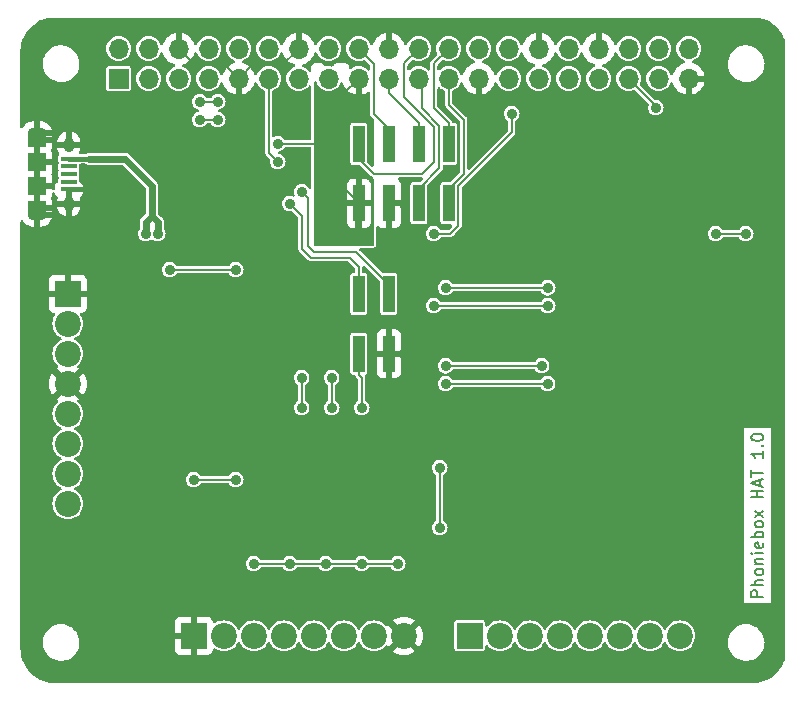
<source format=gtl>
G04 #@! TF.GenerationSoftware,KiCad,Pcbnew,(6.0.6)*
G04 #@! TF.CreationDate,2022-08-27T23:59:40+02:00*
G04 #@! TF.ProjectId,Phoniebox,50686f6e-6965-4626-9f78-2e6b69636164,rev?*
G04 #@! TF.SameCoordinates,Original*
G04 #@! TF.FileFunction,Copper,L1,Top*
G04 #@! TF.FilePolarity,Positive*
%FSLAX46Y46*%
G04 Gerber Fmt 4.6, Leading zero omitted, Abs format (unit mm)*
G04 Created by KiCad (PCBNEW (6.0.6)) date 2022-08-27 23:59:40*
%MOMM*%
%LPD*%
G01*
G04 APERTURE LIST*
%ADD10C,0.200000*%
G04 #@! TA.AperFunction,NonConductor*
%ADD11C,0.200000*%
G04 #@! TD*
G04 #@! TA.AperFunction,ComponentPad*
%ADD12R,2.200000X2.200000*%
G04 #@! TD*
G04 #@! TA.AperFunction,ComponentPad*
%ADD13C,2.200000*%
G04 #@! TD*
G04 #@! TA.AperFunction,SMDPad,CuDef*
%ADD14R,1.000000X3.150000*%
G04 #@! TD*
G04 #@! TA.AperFunction,SMDPad,CuDef*
%ADD15R,1.350000X0.400000*%
G04 #@! TD*
G04 #@! TA.AperFunction,SMDPad,CuDef*
%ADD16R,1.550000X1.200000*%
G04 #@! TD*
G04 #@! TA.AperFunction,ComponentPad*
%ADD17O,0.950000X1.250000*%
G04 #@! TD*
G04 #@! TA.AperFunction,ComponentPad*
%ADD18O,1.550000X0.890000*%
G04 #@! TD*
G04 #@! TA.AperFunction,SMDPad,CuDef*
%ADD19R,1.550000X1.500000*%
G04 #@! TD*
G04 #@! TA.AperFunction,ComponentPad*
%ADD20R,1.700000X1.700000*%
G04 #@! TD*
G04 #@! TA.AperFunction,ComponentPad*
%ADD21O,1.700000X1.700000*%
G04 #@! TD*
G04 #@! TA.AperFunction,ViaPad*
%ADD22C,0.900000*%
G04 #@! TD*
G04 #@! TA.AperFunction,Conductor*
%ADD23C,0.200000*%
G04 #@! TD*
G04 #@! TA.AperFunction,Conductor*
%ADD24C,0.600000*%
G04 #@! TD*
G04 #@! TA.AperFunction,Conductor*
%ADD25C,0.400000*%
G04 #@! TD*
G04 APERTURE END LIST*
D10*
D11*
X162936380Y-92656952D02*
X161936380Y-92656952D01*
X161936380Y-92276000D01*
X161984000Y-92180761D01*
X162031619Y-92133142D01*
X162126857Y-92085523D01*
X162269714Y-92085523D01*
X162364952Y-92133142D01*
X162412571Y-92180761D01*
X162460190Y-92276000D01*
X162460190Y-92656952D01*
X162936380Y-91656952D02*
X161936380Y-91656952D01*
X162936380Y-91228380D02*
X162412571Y-91228380D01*
X162317333Y-91276000D01*
X162269714Y-91371238D01*
X162269714Y-91514095D01*
X162317333Y-91609333D01*
X162364952Y-91656952D01*
X162936380Y-90609333D02*
X162888761Y-90704571D01*
X162841142Y-90752190D01*
X162745904Y-90799809D01*
X162460190Y-90799809D01*
X162364952Y-90752190D01*
X162317333Y-90704571D01*
X162269714Y-90609333D01*
X162269714Y-90466476D01*
X162317333Y-90371238D01*
X162364952Y-90323619D01*
X162460190Y-90276000D01*
X162745904Y-90276000D01*
X162841142Y-90323619D01*
X162888761Y-90371238D01*
X162936380Y-90466476D01*
X162936380Y-90609333D01*
X162269714Y-89847428D02*
X162936380Y-89847428D01*
X162364952Y-89847428D02*
X162317333Y-89799809D01*
X162269714Y-89704571D01*
X162269714Y-89561714D01*
X162317333Y-89466476D01*
X162412571Y-89418857D01*
X162936380Y-89418857D01*
X162936380Y-88942666D02*
X162269714Y-88942666D01*
X161936380Y-88942666D02*
X161984000Y-88990285D01*
X162031619Y-88942666D01*
X161984000Y-88895047D01*
X161936380Y-88942666D01*
X162031619Y-88942666D01*
X162888761Y-88085523D02*
X162936380Y-88180761D01*
X162936380Y-88371238D01*
X162888761Y-88466476D01*
X162793523Y-88514095D01*
X162412571Y-88514095D01*
X162317333Y-88466476D01*
X162269714Y-88371238D01*
X162269714Y-88180761D01*
X162317333Y-88085523D01*
X162412571Y-88037904D01*
X162507809Y-88037904D01*
X162603047Y-88514095D01*
X162936380Y-87609333D02*
X161936380Y-87609333D01*
X162317333Y-87609333D02*
X162269714Y-87514095D01*
X162269714Y-87323619D01*
X162317333Y-87228380D01*
X162364952Y-87180761D01*
X162460190Y-87133142D01*
X162745904Y-87133142D01*
X162841142Y-87180761D01*
X162888761Y-87228380D01*
X162936380Y-87323619D01*
X162936380Y-87514095D01*
X162888761Y-87609333D01*
X162936380Y-86561714D02*
X162888761Y-86656952D01*
X162841142Y-86704571D01*
X162745904Y-86752190D01*
X162460190Y-86752190D01*
X162364952Y-86704571D01*
X162317333Y-86656952D01*
X162269714Y-86561714D01*
X162269714Y-86418857D01*
X162317333Y-86323619D01*
X162364952Y-86276000D01*
X162460190Y-86228380D01*
X162745904Y-86228380D01*
X162841142Y-86276000D01*
X162888761Y-86323619D01*
X162936380Y-86418857D01*
X162936380Y-86561714D01*
X162936380Y-85895047D02*
X162269714Y-85371238D01*
X162269714Y-85895047D02*
X162936380Y-85371238D01*
X162936380Y-84228380D02*
X161936380Y-84228380D01*
X162412571Y-84228380D02*
X162412571Y-83656952D01*
X162936380Y-83656952D02*
X161936380Y-83656952D01*
X162650666Y-83228380D02*
X162650666Y-82752190D01*
X162936380Y-83323619D02*
X161936380Y-82990285D01*
X162936380Y-82656952D01*
X161936380Y-82466476D02*
X161936380Y-81895047D01*
X162936380Y-82180761D02*
X161936380Y-82180761D01*
X162936380Y-80276000D02*
X162936380Y-80847428D01*
X162936380Y-80561714D02*
X161936380Y-80561714D01*
X162079238Y-80656952D01*
X162174476Y-80752190D01*
X162222095Y-80847428D01*
X162841142Y-79847428D02*
X162888761Y-79799809D01*
X162936380Y-79847428D01*
X162888761Y-79895047D01*
X162841142Y-79847428D01*
X162936380Y-79847428D01*
X161936380Y-79180761D02*
X161936380Y-79085523D01*
X161984000Y-78990285D01*
X162031619Y-78942666D01*
X162126857Y-78895047D01*
X162317333Y-78847428D01*
X162555428Y-78847428D01*
X162745904Y-78895047D01*
X162841142Y-78942666D01*
X162888761Y-78990285D01*
X162936380Y-79085523D01*
X162936380Y-79180761D01*
X162888761Y-79276000D01*
X162841142Y-79323619D01*
X162745904Y-79371238D01*
X162555428Y-79418857D01*
X162317333Y-79418857D01*
X162126857Y-79371238D01*
X162031619Y-79323619D01*
X161984000Y-79276000D01*
X161936380Y-79180761D01*
D12*
X104064000Y-66980000D03*
D13*
X104064000Y-69520000D03*
X104064000Y-72060000D03*
X104064000Y-74600000D03*
X104064000Y-77140000D03*
X104064000Y-79680000D03*
X104064000Y-82220000D03*
X104064000Y-84760000D03*
D14*
X128702000Y-72045000D03*
X128702000Y-66995000D03*
X131242000Y-72045000D03*
X131242000Y-66995000D03*
D15*
X104150972Y-55549958D03*
X104150972Y-56199958D03*
X104150972Y-56849958D03*
X104150972Y-57499958D03*
X104150972Y-58149958D03*
D16*
X101450972Y-53949958D03*
D17*
X104150972Y-59349958D03*
D18*
X101450972Y-60349958D03*
D19*
X101450972Y-57849958D03*
D17*
X104150972Y-54349958D03*
D19*
X101450972Y-55849958D03*
D18*
X101450972Y-53349958D03*
D16*
X101450972Y-59749958D03*
D14*
X128702000Y-59330000D03*
X128702000Y-54280000D03*
X131242000Y-59330000D03*
X131242000Y-54280000D03*
X133782000Y-59330000D03*
X133782000Y-54280000D03*
X136322000Y-59330000D03*
X136322000Y-54280000D03*
D12*
X114732000Y-95936000D03*
D13*
X117272000Y-95936000D03*
X119812000Y-95936000D03*
X122352000Y-95936000D03*
X124892000Y-95936000D03*
X127432000Y-95936000D03*
X129972000Y-95936000D03*
X132512000Y-95936000D03*
D12*
X138100000Y-95936000D03*
D13*
X140640000Y-95936000D03*
X143180000Y-95936000D03*
X145720000Y-95936000D03*
X148260000Y-95936000D03*
X150800000Y-95936000D03*
X153340000Y-95936000D03*
X155880000Y-95936000D03*
D20*
X108370000Y-48770000D03*
D21*
X108370000Y-46230000D03*
X110910000Y-48770000D03*
X110910000Y-46230000D03*
X113450000Y-48770000D03*
X113450000Y-46230000D03*
X115990000Y-48770000D03*
X115990000Y-46230000D03*
X118530000Y-48770000D03*
X118530000Y-46230000D03*
X121070000Y-48770000D03*
X121070000Y-46230000D03*
X123610000Y-48770000D03*
X123610000Y-46230000D03*
X126150000Y-48770000D03*
X126150000Y-46230000D03*
X128690000Y-48770000D03*
X128690000Y-46230000D03*
X131230000Y-48770000D03*
X131230000Y-46230000D03*
X133770000Y-48770000D03*
X133770000Y-46230000D03*
X136310000Y-48770000D03*
X136310000Y-46230000D03*
X138850000Y-48770000D03*
X138850000Y-46230000D03*
X141390000Y-48770000D03*
X141390000Y-46230000D03*
X143930000Y-48770000D03*
X143930000Y-46230000D03*
X146470000Y-48770000D03*
X146470000Y-46230000D03*
X149010000Y-48770000D03*
X149010000Y-46230000D03*
X151550000Y-48770000D03*
X151550000Y-46230000D03*
X154090000Y-48770000D03*
X154090000Y-46230000D03*
X156630000Y-48770000D03*
X156630000Y-46230000D03*
D22*
X123876000Y-58344000D03*
X122860000Y-59360000D03*
X121844000Y-54280000D03*
X121844000Y-55804000D03*
X115240000Y-52248000D03*
X116764000Y-52248000D03*
X116764000Y-50724000D03*
X115240000Y-50724000D03*
X153848000Y-59360000D03*
X144704000Y-81204000D03*
X111747500Y-80696000D03*
X118097500Y-79426000D03*
X146228000Y-72060000D03*
X153340000Y-89332000D03*
X132512000Y-72060000D03*
X128956000Y-86792000D03*
X156896000Y-89332000D03*
X126416000Y-80188000D03*
X112192000Y-74657529D03*
X142672000Y-89332000D03*
X106604000Y-83236000D03*
X153848000Y-64948000D03*
X125908000Y-66472000D03*
X115152500Y-55295500D03*
X119304000Y-65964000D03*
X139116000Y-89332000D03*
X161976000Y-52375000D03*
X106604000Y-78664000D03*
X130480000Y-81204000D03*
X124892000Y-71552000D03*
X156896000Y-64948000D03*
X154356000Y-69520000D03*
X148768000Y-63424000D03*
X132512000Y-59360000D03*
X160452000Y-57836000D03*
X132512000Y-86792000D03*
X133020000Y-67488000D03*
X123876000Y-86792000D03*
X104445000Y-90475000D03*
X111684000Y-68504000D03*
X146228000Y-89332000D03*
X159944000Y-70028000D03*
X106604000Y-71044000D03*
X159944000Y-67996000D03*
X123876000Y-78156000D03*
X101270000Y-84760000D03*
X148260000Y-80696000D03*
X120320000Y-86792000D03*
X116256000Y-89840000D03*
X162992000Y-77013000D03*
X124384000Y-67488000D03*
X149784000Y-89332000D03*
X155880000Y-54280000D03*
X160452000Y-90348000D03*
X147244000Y-55804000D03*
X162484000Y-73076000D03*
X128956000Y-76632000D03*
X122860000Y-89840000D03*
X135052000Y-61900000D03*
X132004000Y-89840000D03*
X135560000Y-86792000D03*
X128956000Y-89840000D03*
X119812000Y-89840000D03*
X141656000Y-51740000D03*
X125908000Y-89840000D03*
X135560000Y-81712000D03*
X128448000Y-61900000D03*
X112700000Y-64948000D03*
X144704000Y-67996000D03*
X135052000Y-67996000D03*
X118288000Y-64948000D03*
X118288000Y-82728000D03*
X114732000Y-82728000D03*
X126416000Y-76632000D03*
X144704000Y-66472000D03*
X126416000Y-74092000D03*
X136068000Y-66472000D03*
X123876000Y-76632000D03*
X123876000Y-74092000D03*
X161468000Y-61900000D03*
X153848000Y-51232000D03*
X158928000Y-61900000D03*
X111684000Y-61900000D03*
X110668000Y-61900000D03*
X144196000Y-73076000D03*
X136068000Y-73076000D03*
X144704000Y-74600000D03*
X136068000Y-74600000D03*
D23*
X128956000Y-74092000D02*
X128702000Y-73838000D01*
X128956000Y-76632000D02*
X128956000Y-74092000D01*
X128702000Y-73838000D02*
X128702000Y-72045000D01*
X128702000Y-64694000D02*
X128702000Y-66995000D01*
X123876000Y-63170000D02*
X124638000Y-63932000D01*
X127940000Y-63932000D02*
X128702000Y-64694000D01*
X123876000Y-60376000D02*
X123876000Y-63170000D01*
X124638000Y-63932000D02*
X127940000Y-63932000D01*
X122860000Y-59360000D02*
X123876000Y-60376000D01*
X131242000Y-66218000D02*
X131242000Y-66995000D01*
X128448000Y-63424000D02*
X131242000Y-66218000D01*
X124892000Y-63424000D02*
X128448000Y-63424000D01*
X124384000Y-58852000D02*
X124384000Y-62916000D01*
X124384000Y-62916000D02*
X124892000Y-63424000D01*
X123876000Y-58344000D02*
X124384000Y-58852000D01*
X122220000Y-47620000D02*
X123610000Y-46230000D01*
X119680000Y-47620000D02*
X122220000Y-47620000D01*
X118530000Y-48770000D02*
X119680000Y-47620000D01*
X121844000Y-54280000D02*
X127432000Y-54280000D01*
X127432000Y-58060000D02*
X127432000Y-54280000D01*
X127432000Y-54280000D02*
X127432000Y-50028000D01*
X121070000Y-55030000D02*
X121070000Y-48770000D01*
X121844000Y-55804000D02*
X121070000Y-55030000D01*
X115240000Y-52248000D02*
X116764000Y-52248000D01*
X115240000Y-50724000D02*
X116764000Y-50724000D01*
D24*
X110668000Y-60884000D02*
X110668000Y-61900000D01*
X111684000Y-60884000D02*
X111684000Y-61900000D01*
X111176000Y-60376000D02*
X111684000Y-60884000D01*
X111176000Y-60376000D02*
X110668000Y-60884000D01*
X111176000Y-57836000D02*
X111176000Y-60376000D01*
X108889958Y-55549958D02*
X111176000Y-57836000D01*
X105842042Y-55549958D02*
X108889958Y-55549958D01*
D23*
X127432000Y-50028000D02*
X128690000Y-48770000D01*
X128702000Y-59330000D02*
X127432000Y-58060000D01*
X117370344Y-47610344D02*
X118530000Y-48770000D01*
X114830344Y-47610344D02*
X117370344Y-47610344D01*
X113450000Y-46230000D02*
X114830344Y-47610344D01*
X137122000Y-57840686D02*
X137867343Y-57095343D01*
X125908000Y-89840000D02*
X122860000Y-89840000D01*
X141656000Y-53306686D02*
X141656000Y-51740000D01*
X132004000Y-89840000D02*
X128956000Y-89840000D01*
X128448000Y-59584000D02*
X128702000Y-59330000D01*
X136427000Y-61900000D02*
X137122000Y-61205000D01*
X135052000Y-61900000D02*
X136427000Y-61900000D01*
X122860000Y-89840000D02*
X119812000Y-89840000D01*
X137867343Y-57095343D02*
X141656000Y-53306686D01*
X128956000Y-89840000D02*
X125908000Y-89840000D01*
X135560000Y-86792000D02*
X135560000Y-81712000D01*
X137122000Y-61205000D02*
X137122000Y-57840686D01*
X128448000Y-61900000D02*
X128448000Y-59584000D01*
X118288000Y-64948000D02*
X112700000Y-64948000D01*
X144704000Y-67996000D02*
X135052000Y-67996000D01*
X126416000Y-76632000D02*
X126416000Y-74092000D01*
X144704000Y-66472000D02*
X136068000Y-66472000D01*
X118288000Y-82728000D02*
X114732000Y-82728000D01*
X123876000Y-74092000D02*
X123876000Y-76632000D01*
X128702000Y-55550000D02*
X129972000Y-56820000D01*
X135052000Y-55804000D02*
X135052000Y-52835029D01*
X134036000Y-56820000D02*
X135052000Y-55804000D01*
X129972000Y-56820000D02*
X134036000Y-56820000D01*
X128702000Y-54280000D02*
X128702000Y-55550000D01*
X132512000Y-50295028D02*
X132512000Y-47488000D01*
X132512000Y-47488000D02*
X133770000Y-46230000D01*
X135052000Y-52835029D02*
X132512000Y-50295028D01*
X129972000Y-51740000D02*
X129972000Y-47512000D01*
X131242000Y-54280000D02*
X131242000Y-52995000D01*
X131242000Y-52995000D02*
X129972000Y-51725000D01*
X129972000Y-47512000D02*
X128690000Y-46230000D01*
X135522000Y-56342500D02*
X135522000Y-52739343D01*
X135522000Y-52739343D02*
X134036000Y-51253343D01*
X133782000Y-58082500D02*
X135522000Y-56342500D01*
X133782000Y-59330000D02*
X133782000Y-58082500D01*
X134036000Y-49036000D02*
X133770000Y-48770000D01*
X134036000Y-51253343D02*
X134036000Y-49036000D01*
X131230000Y-49950000D02*
X131230000Y-48770000D01*
X133782000Y-52502000D02*
X131230000Y-49950000D01*
X133782000Y-54280000D02*
X133782000Y-52502000D01*
X136310000Y-50966000D02*
X136310000Y-50216000D01*
X137592000Y-56805000D02*
X137592000Y-52248000D01*
X136322000Y-58075000D02*
X137592000Y-56805000D01*
X137592000Y-52248000D02*
X136310000Y-50966000D01*
X136322000Y-59330000D02*
X136322000Y-58075000D01*
X136310000Y-50458000D02*
X136310000Y-48770000D01*
X135059500Y-51260843D02*
X135059500Y-50216000D01*
X135052000Y-47488000D02*
X136310000Y-46230000D01*
X136322000Y-52523343D02*
X135059500Y-51260843D01*
X136322000Y-54280000D02*
X136322000Y-52523343D01*
X135052000Y-50216000D02*
X135052000Y-47488000D01*
X161468000Y-61900000D02*
X158928000Y-61900000D01*
X151550000Y-48770000D02*
X153848000Y-51068000D01*
X153848000Y-51068000D02*
X153848000Y-51232000D01*
D25*
X105842042Y-55549958D02*
X104150972Y-55549958D01*
D23*
X144196000Y-73076000D02*
X136068000Y-73076000D01*
X144704000Y-74600000D02*
X136068000Y-74600000D01*
G04 #@! TA.AperFunction,Conductor*
G36*
X128886121Y-48536002D02*
G01*
X128932614Y-48589658D01*
X128944000Y-48642000D01*
X128944000Y-50088517D01*
X128948064Y-50102359D01*
X128961478Y-50104393D01*
X128968184Y-50103534D01*
X128978262Y-50101392D01*
X129182255Y-50040191D01*
X129191842Y-50036433D01*
X129383095Y-49942739D01*
X129391938Y-49937467D01*
X129472331Y-49880124D01*
X129539405Y-49856851D01*
X129608413Y-49873534D01*
X129657447Y-49924878D01*
X129671500Y-49982703D01*
X129671500Y-51672634D01*
X129671304Y-51675307D01*
X129669575Y-51680342D01*
X129670011Y-51691964D01*
X129670011Y-51691966D01*
X129671411Y-51729255D01*
X129671500Y-51733981D01*
X129671500Y-51767948D01*
X129672563Y-51773656D01*
X129673097Y-51779435D01*
X129673081Y-51779437D01*
X129673338Y-51780577D01*
X129673774Y-51792208D01*
X129676823Y-51799304D01*
X129676674Y-51801626D01*
X129677735Y-51801428D01*
X129684661Y-51838619D01*
X129684662Y-51838622D01*
X129686791Y-51850053D01*
X129745532Y-51945348D01*
X129829920Y-52009518D01*
X129842748Y-52020719D01*
X129935095Y-52113066D01*
X129969121Y-52175378D01*
X129972000Y-52202161D01*
X129972000Y-56090839D01*
X129951998Y-56158960D01*
X129898342Y-56205453D01*
X129828068Y-56215557D01*
X129763488Y-56186063D01*
X129756905Y-56179934D01*
X129439405Y-55862434D01*
X129405379Y-55800122D01*
X129402500Y-55773339D01*
X129402500Y-52685252D01*
X129390867Y-52626769D01*
X129346552Y-52560448D01*
X129280231Y-52516133D01*
X129268062Y-52513712D01*
X129268061Y-52513712D01*
X129227816Y-52505707D01*
X129221748Y-52504500D01*
X128182252Y-52504500D01*
X128176184Y-52505707D01*
X128135939Y-52513712D01*
X128135938Y-52513712D01*
X128123769Y-52516133D01*
X128057448Y-52560448D01*
X128013133Y-52626769D01*
X128001500Y-52685252D01*
X128001500Y-55874748D01*
X128013133Y-55933231D01*
X128057448Y-55999552D01*
X128123769Y-56043867D01*
X128135938Y-56046288D01*
X128135939Y-56046288D01*
X128176184Y-56054293D01*
X128182252Y-56055500D01*
X128730338Y-56055500D01*
X128798459Y-56075502D01*
X128819434Y-56092405D01*
X129722488Y-56995460D01*
X129724237Y-56997486D01*
X129726575Y-57002269D01*
X129735104Y-57010181D01*
X129735105Y-57010182D01*
X129762463Y-57035560D01*
X129765868Y-57038840D01*
X129779276Y-57052248D01*
X129783255Y-57054978D01*
X129785884Y-57057286D01*
X129808646Y-57078401D01*
X129819453Y-57082712D01*
X129823448Y-57085238D01*
X129834242Y-57091001D01*
X129838554Y-57092912D01*
X129848146Y-57099492D01*
X129859463Y-57102178D01*
X129859464Y-57102178D01*
X129872127Y-57105183D01*
X129889714Y-57110744D01*
X129892680Y-57111927D01*
X129948543Y-57155742D01*
X129972000Y-57228961D01*
X129972000Y-62790000D01*
X129951998Y-62858121D01*
X129898342Y-62904614D01*
X129846000Y-62916000D01*
X125018000Y-62916000D01*
X124949879Y-62895998D01*
X124903386Y-62842342D01*
X124892000Y-62790000D01*
X124892000Y-60949669D01*
X127694001Y-60949669D01*
X127694371Y-60956490D01*
X127699895Y-61007352D01*
X127703521Y-61022604D01*
X127748676Y-61143054D01*
X127757214Y-61158649D01*
X127833715Y-61260724D01*
X127846276Y-61273285D01*
X127948351Y-61349786D01*
X127963946Y-61358324D01*
X128084394Y-61403478D01*
X128099649Y-61407105D01*
X128150514Y-61412631D01*
X128157328Y-61413000D01*
X128429885Y-61413000D01*
X128445124Y-61408525D01*
X128446329Y-61407135D01*
X128448000Y-61399452D01*
X128448000Y-61394884D01*
X128956000Y-61394884D01*
X128960475Y-61410123D01*
X128961865Y-61411328D01*
X128969548Y-61412999D01*
X129246669Y-61412999D01*
X129253490Y-61412629D01*
X129304352Y-61407105D01*
X129319604Y-61403479D01*
X129440054Y-61358324D01*
X129455649Y-61349786D01*
X129557724Y-61273285D01*
X129570285Y-61260724D01*
X129646786Y-61158649D01*
X129655324Y-61143054D01*
X129700478Y-61022606D01*
X129704105Y-61007351D01*
X129709631Y-60956486D01*
X129710000Y-60949672D01*
X129710000Y-59602115D01*
X129705525Y-59586876D01*
X129704135Y-59585671D01*
X129696452Y-59584000D01*
X128974115Y-59584000D01*
X128958876Y-59588475D01*
X128957671Y-59589865D01*
X128956000Y-59597548D01*
X128956000Y-61394884D01*
X128448000Y-61394884D01*
X128448000Y-59602115D01*
X128443525Y-59586876D01*
X128442135Y-59585671D01*
X128434452Y-59584000D01*
X127712116Y-59584000D01*
X127696877Y-59588475D01*
X127695672Y-59589865D01*
X127694001Y-59597548D01*
X127694001Y-60949669D01*
X124892000Y-60949669D01*
X124892000Y-59057885D01*
X127694000Y-59057885D01*
X127698475Y-59073124D01*
X127699865Y-59074329D01*
X127707548Y-59076000D01*
X128429885Y-59076000D01*
X128445124Y-59071525D01*
X128446329Y-59070135D01*
X128448000Y-59062452D01*
X128448000Y-59057885D01*
X128956000Y-59057885D01*
X128960475Y-59073124D01*
X128961865Y-59074329D01*
X128969548Y-59076000D01*
X129691884Y-59076000D01*
X129707123Y-59071525D01*
X129708328Y-59070135D01*
X129709999Y-59062452D01*
X129709999Y-57710331D01*
X129709629Y-57703510D01*
X129704105Y-57652648D01*
X129700479Y-57637396D01*
X129655324Y-57516946D01*
X129646786Y-57501351D01*
X129570285Y-57399276D01*
X129557724Y-57386715D01*
X129455649Y-57310214D01*
X129440054Y-57301676D01*
X129319606Y-57256522D01*
X129304351Y-57252895D01*
X129253486Y-57247369D01*
X129246672Y-57247000D01*
X128974115Y-57247000D01*
X128958876Y-57251475D01*
X128957671Y-57252865D01*
X128956000Y-57260548D01*
X128956000Y-59057885D01*
X128448000Y-59057885D01*
X128448000Y-57265116D01*
X128443525Y-57249877D01*
X128442135Y-57248672D01*
X128434452Y-57247001D01*
X128157331Y-57247001D01*
X128150510Y-57247371D01*
X128099648Y-57252895D01*
X128084396Y-57256521D01*
X127963946Y-57301676D01*
X127948351Y-57310214D01*
X127846276Y-57386715D01*
X127833715Y-57399276D01*
X127757214Y-57501351D01*
X127748676Y-57516946D01*
X127703522Y-57637394D01*
X127699895Y-57652649D01*
X127694369Y-57703514D01*
X127694000Y-57710328D01*
X127694000Y-59057885D01*
X124892000Y-59057885D01*
X124892000Y-49090699D01*
X124912002Y-49022578D01*
X124965658Y-48976085D01*
X125035932Y-48965981D01*
X125100512Y-48995475D01*
X125139119Y-49055969D01*
X125159395Y-49126678D01*
X125168544Y-49158586D01*
X125171359Y-49164063D01*
X125171360Y-49164066D01*
X125192247Y-49204707D01*
X125262712Y-49341818D01*
X125390677Y-49503270D01*
X125395370Y-49507264D01*
X125395371Y-49507265D01*
X125469541Y-49570388D01*
X125547564Y-49636791D01*
X125727398Y-49737297D01*
X125822238Y-49768113D01*
X125917471Y-49799056D01*
X125917475Y-49799057D01*
X125923329Y-49800959D01*
X126127894Y-49825351D01*
X126134029Y-49824879D01*
X126134031Y-49824879D01*
X126190039Y-49820569D01*
X126333300Y-49809546D01*
X126339230Y-49807890D01*
X126339232Y-49807890D01*
X126525797Y-49755800D01*
X126525796Y-49755800D01*
X126531725Y-49754145D01*
X126537214Y-49751372D01*
X126537220Y-49751370D01*
X126710116Y-49664033D01*
X126715610Y-49661258D01*
X126877951Y-49534424D01*
X127012564Y-49378472D01*
X127033387Y-49341818D01*
X127111276Y-49204707D01*
X127114323Y-49199344D01*
X127123271Y-49172444D01*
X127138496Y-49126678D01*
X127178978Y-49068354D01*
X127244566Y-49041175D01*
X127314437Y-49053770D01*
X127366406Y-49102141D01*
X127380971Y-49138751D01*
X127388564Y-49172444D01*
X127391645Y-49182275D01*
X127471770Y-49379603D01*
X127476413Y-49388794D01*
X127587694Y-49570388D01*
X127593777Y-49578699D01*
X127733213Y-49739667D01*
X127740580Y-49746883D01*
X127904434Y-49882916D01*
X127912881Y-49888831D01*
X128096756Y-49996279D01*
X128106042Y-50000729D01*
X128305001Y-50076703D01*
X128314899Y-50079579D01*
X128418250Y-50100606D01*
X128432299Y-50099410D01*
X128436000Y-50089065D01*
X128436000Y-48642000D01*
X128456002Y-48573879D01*
X128509658Y-48527386D01*
X128562000Y-48516000D01*
X128818000Y-48516000D01*
X128886121Y-48536002D01*
G37*
G04 #@! TD.AperFunction*
G04 #@! TA.AperFunction,Conductor*
G36*
X162593525Y-43613780D02*
G01*
X162649349Y-43623265D01*
X162663124Y-43626409D01*
X162967360Y-43714058D01*
X162980697Y-43718725D01*
X163160301Y-43793119D01*
X163273207Y-43839886D01*
X163285930Y-43846013D01*
X163563041Y-43999167D01*
X163574989Y-44006674D01*
X163833222Y-44189900D01*
X163844253Y-44198698D01*
X163879198Y-44229926D01*
X164080335Y-44409674D01*
X164090325Y-44419664D01*
X164301302Y-44655747D01*
X164310100Y-44666778D01*
X164493326Y-44925011D01*
X164500833Y-44936959D01*
X164650580Y-45207905D01*
X164653985Y-45214066D01*
X164660114Y-45226793D01*
X164709792Y-45346726D01*
X164760409Y-45468927D01*
X164770000Y-45517145D01*
X164770000Y-97982855D01*
X164760409Y-98031073D01*
X164660116Y-98273203D01*
X164653987Y-98285930D01*
X164500833Y-98563041D01*
X164493326Y-98574989D01*
X164310100Y-98833222D01*
X164301302Y-98844253D01*
X164122811Y-99043984D01*
X164090326Y-99080335D01*
X164080336Y-99090325D01*
X163844253Y-99301302D01*
X163833222Y-99310100D01*
X163574989Y-99493326D01*
X163563041Y-99500833D01*
X163285930Y-99653987D01*
X163273207Y-99660114D01*
X163160301Y-99706881D01*
X162980697Y-99781275D01*
X162967360Y-99785942D01*
X162663124Y-99873591D01*
X162649349Y-99876735D01*
X162493282Y-99903252D01*
X162337210Y-99929770D01*
X162323178Y-99931351D01*
X162008846Y-99949003D01*
X162008640Y-99945341D01*
X162002732Y-99946471D01*
X162000000Y-99945339D01*
X161992582Y-99948412D01*
X161988356Y-99949220D01*
X161979124Y-99948228D01*
X161970275Y-99949500D01*
X103010045Y-99949500D01*
X103010045Y-99947923D01*
X103007309Y-99948366D01*
X103000000Y-99945339D01*
X102991154Y-99949003D01*
X102984207Y-99948613D01*
X102984200Y-99948610D01*
X102977865Y-99948092D01*
X102971439Y-99947401D01*
X102968555Y-99947734D01*
X102676822Y-99931351D01*
X102662790Y-99929770D01*
X102506718Y-99903252D01*
X102350651Y-99876735D01*
X102336876Y-99873591D01*
X102032640Y-99785942D01*
X102019303Y-99781275D01*
X101839699Y-99706881D01*
X101726793Y-99660114D01*
X101714070Y-99653987D01*
X101436959Y-99500833D01*
X101425011Y-99493326D01*
X101166778Y-99310100D01*
X101155747Y-99301302D01*
X100919664Y-99090325D01*
X100909674Y-99080335D01*
X100877189Y-99043984D01*
X100698698Y-98844253D01*
X100689900Y-98833222D01*
X100506674Y-98574989D01*
X100499167Y-98563041D01*
X100346013Y-98285930D01*
X100339884Y-98273203D01*
X100218725Y-97980697D01*
X100214058Y-97967360D01*
X100126409Y-97663124D01*
X100123265Y-97649349D01*
X100094218Y-97478394D01*
X100070230Y-97337210D01*
X100068649Y-97323174D01*
X100066767Y-97289649D01*
X100050997Y-97008846D01*
X100054659Y-97008640D01*
X100053529Y-97002732D01*
X100054661Y-97000000D01*
X100051588Y-96992582D01*
X100050780Y-96988356D01*
X100051772Y-96979124D01*
X100050500Y-96970275D01*
X100050500Y-96554288D01*
X101945404Y-96554288D01*
X101945985Y-96559308D01*
X101945985Y-96559312D01*
X101964366Y-96718171D01*
X101974081Y-96802140D01*
X102042017Y-97042219D01*
X102063127Y-97087490D01*
X102138459Y-97249040D01*
X102147462Y-97268348D01*
X102287706Y-97474710D01*
X102459138Y-97655994D01*
X102463164Y-97659072D01*
X102463165Y-97659073D01*
X102571927Y-97742228D01*
X102657349Y-97807538D01*
X102877239Y-97925443D01*
X103113152Y-98006674D01*
X103241099Y-98028774D01*
X103355107Y-98048467D01*
X103355113Y-98048468D01*
X103359017Y-98049142D01*
X103362978Y-98049322D01*
X103362979Y-98049322D01*
X103387503Y-98050436D01*
X103387522Y-98050436D01*
X103388922Y-98050500D01*
X103562691Y-98050500D01*
X103565199Y-98050298D01*
X103565204Y-98050298D01*
X103743661Y-98035940D01*
X103743666Y-98035939D01*
X103748702Y-98035534D01*
X103753610Y-98034329D01*
X103753613Y-98034328D01*
X103986092Y-97977225D01*
X103991006Y-97976018D01*
X103995658Y-97974043D01*
X103995662Y-97974042D01*
X104216022Y-97880505D01*
X104216023Y-97880505D01*
X104220677Y-97878529D01*
X104431808Y-97745573D01*
X104533040Y-97656325D01*
X104615168Y-97583920D01*
X104615171Y-97583917D01*
X104618965Y-97580572D01*
X104777334Y-97387770D01*
X104902840Y-97172128D01*
X104915806Y-97138352D01*
X104937948Y-97080669D01*
X113124001Y-97080669D01*
X113124371Y-97087490D01*
X113129895Y-97138352D01*
X113133521Y-97153604D01*
X113178676Y-97274054D01*
X113187214Y-97289649D01*
X113263715Y-97391724D01*
X113276276Y-97404285D01*
X113378351Y-97480786D01*
X113393946Y-97489324D01*
X113514394Y-97534478D01*
X113529649Y-97538105D01*
X113580514Y-97543631D01*
X113587328Y-97544000D01*
X114459885Y-97544000D01*
X114475124Y-97539525D01*
X114476329Y-97538135D01*
X114478000Y-97530452D01*
X114478000Y-97525884D01*
X114986000Y-97525884D01*
X114990475Y-97541123D01*
X114991865Y-97542328D01*
X114999548Y-97543999D01*
X115876669Y-97543999D01*
X115883490Y-97543629D01*
X115934352Y-97538105D01*
X115949604Y-97534479D01*
X116070054Y-97489324D01*
X116085649Y-97480786D01*
X116187724Y-97404285D01*
X116200285Y-97391724D01*
X116276786Y-97289649D01*
X116285324Y-97274054D01*
X116330478Y-97153606D01*
X116334106Y-97138350D01*
X116338500Y-97097895D01*
X116365741Y-97032332D01*
X116424104Y-96991905D01*
X116495058Y-96989449D01*
X116536032Y-97008288D01*
X116619266Y-97066568D01*
X116624244Y-97068889D01*
X116624247Y-97068891D01*
X116773202Y-97138350D01*
X116825504Y-97162739D01*
X116830812Y-97164161D01*
X116830814Y-97164162D01*
X117039993Y-97220211D01*
X117039995Y-97220211D01*
X117045308Y-97221635D01*
X117272000Y-97241468D01*
X117498692Y-97221635D01*
X117504005Y-97220211D01*
X117504007Y-97220211D01*
X117713186Y-97164162D01*
X117713188Y-97164161D01*
X117718496Y-97162739D01*
X117770798Y-97138350D01*
X117919753Y-97068891D01*
X117919756Y-97068889D01*
X117924734Y-97066568D01*
X118111139Y-96936047D01*
X118272047Y-96775139D01*
X118402568Y-96588734D01*
X118427805Y-96534613D01*
X118474722Y-96481328D01*
X118543000Y-96461867D01*
X118610959Y-96482409D01*
X118656195Y-96534612D01*
X118681432Y-96588734D01*
X118811953Y-96775139D01*
X118972861Y-96936047D01*
X119159266Y-97066568D01*
X119164244Y-97068889D01*
X119164247Y-97068891D01*
X119313202Y-97138350D01*
X119365504Y-97162739D01*
X119370812Y-97164161D01*
X119370814Y-97164162D01*
X119579993Y-97220211D01*
X119579995Y-97220211D01*
X119585308Y-97221635D01*
X119812000Y-97241468D01*
X120038692Y-97221635D01*
X120044005Y-97220211D01*
X120044007Y-97220211D01*
X120253186Y-97164162D01*
X120253188Y-97164161D01*
X120258496Y-97162739D01*
X120310798Y-97138350D01*
X120459753Y-97068891D01*
X120459756Y-97068889D01*
X120464734Y-97066568D01*
X120651139Y-96936047D01*
X120812047Y-96775139D01*
X120942568Y-96588734D01*
X120967805Y-96534613D01*
X121014722Y-96481328D01*
X121083000Y-96461867D01*
X121150959Y-96482409D01*
X121196195Y-96534612D01*
X121221432Y-96588734D01*
X121351953Y-96775139D01*
X121512861Y-96936047D01*
X121699266Y-97066568D01*
X121704244Y-97068889D01*
X121704247Y-97068891D01*
X121853202Y-97138350D01*
X121905504Y-97162739D01*
X121910812Y-97164161D01*
X121910814Y-97164162D01*
X122119993Y-97220211D01*
X122119995Y-97220211D01*
X122125308Y-97221635D01*
X122352000Y-97241468D01*
X122578692Y-97221635D01*
X122584005Y-97220211D01*
X122584007Y-97220211D01*
X122793186Y-97164162D01*
X122793188Y-97164161D01*
X122798496Y-97162739D01*
X122850798Y-97138350D01*
X122999753Y-97068891D01*
X122999756Y-97068889D01*
X123004734Y-97066568D01*
X123191139Y-96936047D01*
X123352047Y-96775139D01*
X123482568Y-96588734D01*
X123507805Y-96534613D01*
X123554722Y-96481328D01*
X123623000Y-96461867D01*
X123690959Y-96482409D01*
X123736195Y-96534612D01*
X123761432Y-96588734D01*
X123891953Y-96775139D01*
X124052861Y-96936047D01*
X124239266Y-97066568D01*
X124244244Y-97068889D01*
X124244247Y-97068891D01*
X124393202Y-97138350D01*
X124445504Y-97162739D01*
X124450812Y-97164161D01*
X124450814Y-97164162D01*
X124659993Y-97220211D01*
X124659995Y-97220211D01*
X124665308Y-97221635D01*
X124892000Y-97241468D01*
X125118692Y-97221635D01*
X125124005Y-97220211D01*
X125124007Y-97220211D01*
X125333186Y-97164162D01*
X125333188Y-97164161D01*
X125338496Y-97162739D01*
X125390798Y-97138350D01*
X125539753Y-97068891D01*
X125539756Y-97068889D01*
X125544734Y-97066568D01*
X125731139Y-96936047D01*
X125892047Y-96775139D01*
X126022568Y-96588734D01*
X126047805Y-96534613D01*
X126094722Y-96481328D01*
X126163000Y-96461867D01*
X126230959Y-96482409D01*
X126276195Y-96534612D01*
X126301432Y-96588734D01*
X126431953Y-96775139D01*
X126592861Y-96936047D01*
X126779266Y-97066568D01*
X126784244Y-97068889D01*
X126784247Y-97068891D01*
X126933202Y-97138350D01*
X126985504Y-97162739D01*
X126990812Y-97164161D01*
X126990814Y-97164162D01*
X127199993Y-97220211D01*
X127199995Y-97220211D01*
X127205308Y-97221635D01*
X127432000Y-97241468D01*
X127658692Y-97221635D01*
X127664005Y-97220211D01*
X127664007Y-97220211D01*
X127873186Y-97164162D01*
X127873188Y-97164161D01*
X127878496Y-97162739D01*
X127930798Y-97138350D01*
X128079753Y-97068891D01*
X128079756Y-97068889D01*
X128084734Y-97066568D01*
X128271139Y-96936047D01*
X128432047Y-96775139D01*
X128562568Y-96588734D01*
X128587805Y-96534613D01*
X128634722Y-96481328D01*
X128703000Y-96461867D01*
X128770959Y-96482409D01*
X128816195Y-96534612D01*
X128841432Y-96588734D01*
X128971953Y-96775139D01*
X129132861Y-96936047D01*
X129319266Y-97066568D01*
X129324244Y-97068889D01*
X129324247Y-97068891D01*
X129473202Y-97138350D01*
X129525504Y-97162739D01*
X129530812Y-97164161D01*
X129530814Y-97164162D01*
X129739993Y-97220211D01*
X129739995Y-97220211D01*
X129745308Y-97221635D01*
X129972000Y-97241468D01*
X129972892Y-97241390D01*
X131571440Y-97241390D01*
X131577167Y-97249040D01*
X131775506Y-97370583D01*
X131784300Y-97375064D01*
X132008991Y-97468134D01*
X132018376Y-97471183D01*
X132254863Y-97527959D01*
X132264610Y-97529502D01*
X132507070Y-97548584D01*
X132516930Y-97548584D01*
X132759390Y-97529502D01*
X132769137Y-97527959D01*
X133005624Y-97471183D01*
X133015009Y-97468134D01*
X133239700Y-97375064D01*
X133248494Y-97370583D01*
X133443167Y-97251287D01*
X133452627Y-97240830D01*
X133448844Y-97232054D01*
X133272538Y-97055748D01*
X136799500Y-97055748D01*
X136800707Y-97061816D01*
X136807884Y-97097895D01*
X136811133Y-97114231D01*
X136855448Y-97180552D01*
X136921769Y-97224867D01*
X136933938Y-97227288D01*
X136933939Y-97227288D01*
X136957900Y-97232054D01*
X136980252Y-97236500D01*
X139219748Y-97236500D01*
X139242100Y-97232054D01*
X139266061Y-97227288D01*
X139266062Y-97227288D01*
X139278231Y-97224867D01*
X139344552Y-97180552D01*
X139388867Y-97114231D01*
X139392117Y-97097895D01*
X139399293Y-97061816D01*
X139400500Y-97055748D01*
X139400500Y-96832785D01*
X139420502Y-96764664D01*
X139474158Y-96718171D01*
X139544432Y-96708067D01*
X139609012Y-96737561D01*
X139629711Y-96760512D01*
X139639953Y-96775139D01*
X139800861Y-96936047D01*
X139987266Y-97066568D01*
X139992244Y-97068889D01*
X139992247Y-97068891D01*
X140141202Y-97138350D01*
X140193504Y-97162739D01*
X140198812Y-97164161D01*
X140198814Y-97164162D01*
X140407993Y-97220211D01*
X140407995Y-97220211D01*
X140413308Y-97221635D01*
X140640000Y-97241468D01*
X140866692Y-97221635D01*
X140872005Y-97220211D01*
X140872007Y-97220211D01*
X141081186Y-97164162D01*
X141081188Y-97164161D01*
X141086496Y-97162739D01*
X141138798Y-97138350D01*
X141287753Y-97068891D01*
X141287756Y-97068889D01*
X141292734Y-97066568D01*
X141479139Y-96936047D01*
X141640047Y-96775139D01*
X141770568Y-96588734D01*
X141795805Y-96534613D01*
X141842722Y-96481328D01*
X141911000Y-96461867D01*
X141978959Y-96482409D01*
X142024195Y-96534612D01*
X142049432Y-96588734D01*
X142179953Y-96775139D01*
X142340861Y-96936047D01*
X142527266Y-97066568D01*
X142532244Y-97068889D01*
X142532247Y-97068891D01*
X142681202Y-97138350D01*
X142733504Y-97162739D01*
X142738812Y-97164161D01*
X142738814Y-97164162D01*
X142947993Y-97220211D01*
X142947995Y-97220211D01*
X142953308Y-97221635D01*
X143180000Y-97241468D01*
X143406692Y-97221635D01*
X143412005Y-97220211D01*
X143412007Y-97220211D01*
X143621186Y-97164162D01*
X143621188Y-97164161D01*
X143626496Y-97162739D01*
X143678798Y-97138350D01*
X143827753Y-97068891D01*
X143827756Y-97068889D01*
X143832734Y-97066568D01*
X144019139Y-96936047D01*
X144180047Y-96775139D01*
X144310568Y-96588734D01*
X144335805Y-96534613D01*
X144382722Y-96481328D01*
X144451000Y-96461867D01*
X144518959Y-96482409D01*
X144564195Y-96534612D01*
X144589432Y-96588734D01*
X144719953Y-96775139D01*
X144880861Y-96936047D01*
X145067266Y-97066568D01*
X145072244Y-97068889D01*
X145072247Y-97068891D01*
X145221202Y-97138350D01*
X145273504Y-97162739D01*
X145278812Y-97164161D01*
X145278814Y-97164162D01*
X145487993Y-97220211D01*
X145487995Y-97220211D01*
X145493308Y-97221635D01*
X145720000Y-97241468D01*
X145946692Y-97221635D01*
X145952005Y-97220211D01*
X145952007Y-97220211D01*
X146161186Y-97164162D01*
X146161188Y-97164161D01*
X146166496Y-97162739D01*
X146218798Y-97138350D01*
X146367753Y-97068891D01*
X146367756Y-97068889D01*
X146372734Y-97066568D01*
X146559139Y-96936047D01*
X146720047Y-96775139D01*
X146850568Y-96588734D01*
X146875805Y-96534613D01*
X146922722Y-96481328D01*
X146991000Y-96461867D01*
X147058959Y-96482409D01*
X147104195Y-96534612D01*
X147129432Y-96588734D01*
X147259953Y-96775139D01*
X147420861Y-96936047D01*
X147607266Y-97066568D01*
X147612244Y-97068889D01*
X147612247Y-97068891D01*
X147761202Y-97138350D01*
X147813504Y-97162739D01*
X147818812Y-97164161D01*
X147818814Y-97164162D01*
X148027993Y-97220211D01*
X148027995Y-97220211D01*
X148033308Y-97221635D01*
X148260000Y-97241468D01*
X148486692Y-97221635D01*
X148492005Y-97220211D01*
X148492007Y-97220211D01*
X148701186Y-97164162D01*
X148701188Y-97164161D01*
X148706496Y-97162739D01*
X148758798Y-97138350D01*
X148907753Y-97068891D01*
X148907756Y-97068889D01*
X148912734Y-97066568D01*
X149099139Y-96936047D01*
X149260047Y-96775139D01*
X149390568Y-96588734D01*
X149415805Y-96534613D01*
X149462722Y-96481328D01*
X149531000Y-96461867D01*
X149598959Y-96482409D01*
X149644195Y-96534612D01*
X149669432Y-96588734D01*
X149799953Y-96775139D01*
X149960861Y-96936047D01*
X150147266Y-97066568D01*
X150152244Y-97068889D01*
X150152247Y-97068891D01*
X150301202Y-97138350D01*
X150353504Y-97162739D01*
X150358812Y-97164161D01*
X150358814Y-97164162D01*
X150567993Y-97220211D01*
X150567995Y-97220211D01*
X150573308Y-97221635D01*
X150800000Y-97241468D01*
X151026692Y-97221635D01*
X151032005Y-97220211D01*
X151032007Y-97220211D01*
X151241186Y-97164162D01*
X151241188Y-97164161D01*
X151246496Y-97162739D01*
X151298798Y-97138350D01*
X151447753Y-97068891D01*
X151447756Y-97068889D01*
X151452734Y-97066568D01*
X151639139Y-96936047D01*
X151800047Y-96775139D01*
X151930568Y-96588734D01*
X151955805Y-96534613D01*
X152002722Y-96481328D01*
X152071000Y-96461867D01*
X152138959Y-96482409D01*
X152184195Y-96534612D01*
X152209432Y-96588734D01*
X152339953Y-96775139D01*
X152500861Y-96936047D01*
X152687266Y-97066568D01*
X152692244Y-97068889D01*
X152692247Y-97068891D01*
X152841202Y-97138350D01*
X152893504Y-97162739D01*
X152898812Y-97164161D01*
X152898814Y-97164162D01*
X153107993Y-97220211D01*
X153107995Y-97220211D01*
X153113308Y-97221635D01*
X153340000Y-97241468D01*
X153566692Y-97221635D01*
X153572005Y-97220211D01*
X153572007Y-97220211D01*
X153781186Y-97164162D01*
X153781188Y-97164161D01*
X153786496Y-97162739D01*
X153838798Y-97138350D01*
X153987753Y-97068891D01*
X153987756Y-97068889D01*
X153992734Y-97066568D01*
X154179139Y-96936047D01*
X154340047Y-96775139D01*
X154470568Y-96588734D01*
X154495805Y-96534613D01*
X154542722Y-96481328D01*
X154611000Y-96461867D01*
X154678959Y-96482409D01*
X154724195Y-96534612D01*
X154749432Y-96588734D01*
X154879953Y-96775139D01*
X155040861Y-96936047D01*
X155227266Y-97066568D01*
X155232244Y-97068889D01*
X155232247Y-97068891D01*
X155381202Y-97138350D01*
X155433504Y-97162739D01*
X155438812Y-97164161D01*
X155438814Y-97164162D01*
X155647993Y-97220211D01*
X155647995Y-97220211D01*
X155653308Y-97221635D01*
X155880000Y-97241468D01*
X156106692Y-97221635D01*
X156112005Y-97220211D01*
X156112007Y-97220211D01*
X156321186Y-97164162D01*
X156321188Y-97164161D01*
X156326496Y-97162739D01*
X156378798Y-97138350D01*
X156527753Y-97068891D01*
X156527756Y-97068889D01*
X156532734Y-97066568D01*
X156719139Y-96936047D01*
X156880047Y-96775139D01*
X157010568Y-96588734D01*
X157026631Y-96554288D01*
X159945404Y-96554288D01*
X159945985Y-96559308D01*
X159945985Y-96559312D01*
X159964366Y-96718171D01*
X159974081Y-96802140D01*
X160042017Y-97042219D01*
X160063127Y-97087490D01*
X160138459Y-97249040D01*
X160147462Y-97268348D01*
X160287706Y-97474710D01*
X160459138Y-97655994D01*
X160463164Y-97659072D01*
X160463165Y-97659073D01*
X160571927Y-97742228D01*
X160657349Y-97807538D01*
X160877239Y-97925443D01*
X161113152Y-98006674D01*
X161241099Y-98028774D01*
X161355107Y-98048467D01*
X161355113Y-98048468D01*
X161359017Y-98049142D01*
X161362978Y-98049322D01*
X161362979Y-98049322D01*
X161387503Y-98050436D01*
X161387522Y-98050436D01*
X161388922Y-98050500D01*
X161562691Y-98050500D01*
X161565199Y-98050298D01*
X161565204Y-98050298D01*
X161743661Y-98035940D01*
X161743666Y-98035939D01*
X161748702Y-98035534D01*
X161753610Y-98034329D01*
X161753613Y-98034328D01*
X161986092Y-97977225D01*
X161991006Y-97976018D01*
X161995658Y-97974043D01*
X161995662Y-97974042D01*
X162216022Y-97880505D01*
X162216023Y-97880505D01*
X162220677Y-97878529D01*
X162431808Y-97745573D01*
X162533040Y-97656325D01*
X162615168Y-97583920D01*
X162615171Y-97583917D01*
X162618965Y-97580572D01*
X162777334Y-97387770D01*
X162902840Y-97172128D01*
X162915806Y-97138352D01*
X162990443Y-96943915D01*
X162992255Y-96939195D01*
X162993727Y-96932152D01*
X163042243Y-96699915D01*
X163043278Y-96694961D01*
X163044299Y-96672494D01*
X163050559Y-96534613D01*
X163054596Y-96445712D01*
X163053821Y-96439009D01*
X163026501Y-96202890D01*
X163025919Y-96197860D01*
X163021825Y-96183390D01*
X162959360Y-95962648D01*
X162957983Y-95957781D01*
X162852538Y-95731652D01*
X162816663Y-95678863D01*
X162715142Y-95529481D01*
X162712294Y-95525290D01*
X162540862Y-95344006D01*
X162467933Y-95288247D01*
X162346677Y-95195540D01*
X162346676Y-95195539D01*
X162342651Y-95192462D01*
X162122761Y-95074557D01*
X161886848Y-94993326D01*
X161758901Y-94971226D01*
X161644893Y-94951533D01*
X161644887Y-94951532D01*
X161640983Y-94950858D01*
X161637022Y-94950678D01*
X161637021Y-94950678D01*
X161612497Y-94949564D01*
X161612478Y-94949564D01*
X161611078Y-94949500D01*
X161437309Y-94949500D01*
X161434801Y-94949702D01*
X161434796Y-94949702D01*
X161256339Y-94964060D01*
X161256334Y-94964061D01*
X161251298Y-94964466D01*
X161246390Y-94965671D01*
X161246387Y-94965672D01*
X161086954Y-95004833D01*
X161008994Y-95023982D01*
X161004342Y-95025957D01*
X161004338Y-95025958D01*
X160783978Y-95119495D01*
X160779323Y-95121471D01*
X160568192Y-95254427D01*
X160535481Y-95283266D01*
X160384832Y-95416080D01*
X160384829Y-95416083D01*
X160381035Y-95419428D01*
X160222666Y-95612230D01*
X160097160Y-95827872D01*
X160095347Y-95832595D01*
X160095346Y-95832597D01*
X160056088Y-95934868D01*
X160007745Y-96060805D01*
X160006712Y-96065751D01*
X160006710Y-96065757D01*
X159976970Y-96208115D01*
X159956722Y-96305039D01*
X159956493Y-96310088D01*
X159956492Y-96310094D01*
X159951318Y-96424046D01*
X159945404Y-96554288D01*
X157026631Y-96554288D01*
X157028988Y-96549234D01*
X157104416Y-96387478D01*
X157104417Y-96387476D01*
X157106739Y-96382496D01*
X157127494Y-96305039D01*
X157164211Y-96168007D01*
X157164211Y-96168005D01*
X157165635Y-96162692D01*
X157185468Y-95936000D01*
X157165635Y-95709308D01*
X157157119Y-95677525D01*
X157108162Y-95494814D01*
X157108161Y-95494812D01*
X157106739Y-95489504D01*
X157084763Y-95442376D01*
X157012891Y-95288247D01*
X157012889Y-95288244D01*
X157010568Y-95283266D01*
X156880047Y-95096861D01*
X156719139Y-94935953D01*
X156532734Y-94805432D01*
X156527756Y-94803111D01*
X156527753Y-94803109D01*
X156331478Y-94711584D01*
X156331476Y-94711583D01*
X156326496Y-94709261D01*
X156321188Y-94707839D01*
X156321186Y-94707838D01*
X156112007Y-94651789D01*
X156112005Y-94651789D01*
X156106692Y-94650365D01*
X155880000Y-94630532D01*
X155653308Y-94650365D01*
X155647995Y-94651789D01*
X155647993Y-94651789D01*
X155438814Y-94707838D01*
X155438812Y-94707839D01*
X155433504Y-94709261D01*
X155428524Y-94711583D01*
X155428522Y-94711584D01*
X155232247Y-94803109D01*
X155232244Y-94803111D01*
X155227266Y-94805432D01*
X155040861Y-94935953D01*
X154879953Y-95096861D01*
X154749432Y-95283266D01*
X154747111Y-95288244D01*
X154747109Y-95288247D01*
X154724195Y-95337387D01*
X154677278Y-95390672D01*
X154609000Y-95410133D01*
X154541041Y-95389591D01*
X154495805Y-95337387D01*
X154472891Y-95288247D01*
X154472889Y-95288244D01*
X154470568Y-95283266D01*
X154340047Y-95096861D01*
X154179139Y-94935953D01*
X153992734Y-94805432D01*
X153987756Y-94803111D01*
X153987753Y-94803109D01*
X153791478Y-94711584D01*
X153791476Y-94711583D01*
X153786496Y-94709261D01*
X153781188Y-94707839D01*
X153781186Y-94707838D01*
X153572007Y-94651789D01*
X153572005Y-94651789D01*
X153566692Y-94650365D01*
X153340000Y-94630532D01*
X153113308Y-94650365D01*
X153107995Y-94651789D01*
X153107993Y-94651789D01*
X152898814Y-94707838D01*
X152898812Y-94707839D01*
X152893504Y-94709261D01*
X152888524Y-94711583D01*
X152888522Y-94711584D01*
X152692247Y-94803109D01*
X152692244Y-94803111D01*
X152687266Y-94805432D01*
X152500861Y-94935953D01*
X152339953Y-95096861D01*
X152209432Y-95283266D01*
X152207111Y-95288244D01*
X152207109Y-95288247D01*
X152184195Y-95337387D01*
X152137278Y-95390672D01*
X152069000Y-95410133D01*
X152001041Y-95389591D01*
X151955805Y-95337387D01*
X151932891Y-95288247D01*
X151932889Y-95288244D01*
X151930568Y-95283266D01*
X151800047Y-95096861D01*
X151639139Y-94935953D01*
X151452734Y-94805432D01*
X151447756Y-94803111D01*
X151447753Y-94803109D01*
X151251478Y-94711584D01*
X151251476Y-94711583D01*
X151246496Y-94709261D01*
X151241188Y-94707839D01*
X151241186Y-94707838D01*
X151032007Y-94651789D01*
X151032005Y-94651789D01*
X151026692Y-94650365D01*
X150800000Y-94630532D01*
X150573308Y-94650365D01*
X150567995Y-94651789D01*
X150567993Y-94651789D01*
X150358814Y-94707838D01*
X150358812Y-94707839D01*
X150353504Y-94709261D01*
X150348524Y-94711583D01*
X150348522Y-94711584D01*
X150152247Y-94803109D01*
X150152244Y-94803111D01*
X150147266Y-94805432D01*
X149960861Y-94935953D01*
X149799953Y-95096861D01*
X149669432Y-95283266D01*
X149667111Y-95288244D01*
X149667109Y-95288247D01*
X149644195Y-95337387D01*
X149597278Y-95390672D01*
X149529000Y-95410133D01*
X149461041Y-95389591D01*
X149415805Y-95337387D01*
X149392891Y-95288247D01*
X149392889Y-95288244D01*
X149390568Y-95283266D01*
X149260047Y-95096861D01*
X149099139Y-94935953D01*
X148912734Y-94805432D01*
X148907756Y-94803111D01*
X148907753Y-94803109D01*
X148711478Y-94711584D01*
X148711476Y-94711583D01*
X148706496Y-94709261D01*
X148701188Y-94707839D01*
X148701186Y-94707838D01*
X148492007Y-94651789D01*
X148492005Y-94651789D01*
X148486692Y-94650365D01*
X148260000Y-94630532D01*
X148033308Y-94650365D01*
X148027995Y-94651789D01*
X148027993Y-94651789D01*
X147818814Y-94707838D01*
X147818812Y-94707839D01*
X147813504Y-94709261D01*
X147808524Y-94711583D01*
X147808522Y-94711584D01*
X147612247Y-94803109D01*
X147612244Y-94803111D01*
X147607266Y-94805432D01*
X147420861Y-94935953D01*
X147259953Y-95096861D01*
X147129432Y-95283266D01*
X147127111Y-95288244D01*
X147127109Y-95288247D01*
X147104195Y-95337387D01*
X147057278Y-95390672D01*
X146989000Y-95410133D01*
X146921041Y-95389591D01*
X146875805Y-95337387D01*
X146852891Y-95288247D01*
X146852889Y-95288244D01*
X146850568Y-95283266D01*
X146720047Y-95096861D01*
X146559139Y-94935953D01*
X146372734Y-94805432D01*
X146367756Y-94803111D01*
X146367753Y-94803109D01*
X146171478Y-94711584D01*
X146171476Y-94711583D01*
X146166496Y-94709261D01*
X146161188Y-94707839D01*
X146161186Y-94707838D01*
X145952007Y-94651789D01*
X145952005Y-94651789D01*
X145946692Y-94650365D01*
X145720000Y-94630532D01*
X145493308Y-94650365D01*
X145487995Y-94651789D01*
X145487993Y-94651789D01*
X145278814Y-94707838D01*
X145278812Y-94707839D01*
X145273504Y-94709261D01*
X145268524Y-94711583D01*
X145268522Y-94711584D01*
X145072247Y-94803109D01*
X145072244Y-94803111D01*
X145067266Y-94805432D01*
X144880861Y-94935953D01*
X144719953Y-95096861D01*
X144589432Y-95283266D01*
X144587111Y-95288244D01*
X144587109Y-95288247D01*
X144564195Y-95337387D01*
X144517278Y-95390672D01*
X144449000Y-95410133D01*
X144381041Y-95389591D01*
X144335805Y-95337387D01*
X144312891Y-95288247D01*
X144312889Y-95288244D01*
X144310568Y-95283266D01*
X144180047Y-95096861D01*
X144019139Y-94935953D01*
X143832734Y-94805432D01*
X143827756Y-94803111D01*
X143827753Y-94803109D01*
X143631478Y-94711584D01*
X143631476Y-94711583D01*
X143626496Y-94709261D01*
X143621188Y-94707839D01*
X143621186Y-94707838D01*
X143412007Y-94651789D01*
X143412005Y-94651789D01*
X143406692Y-94650365D01*
X143180000Y-94630532D01*
X142953308Y-94650365D01*
X142947995Y-94651789D01*
X142947993Y-94651789D01*
X142738814Y-94707838D01*
X142738812Y-94707839D01*
X142733504Y-94709261D01*
X142728524Y-94711583D01*
X142728522Y-94711584D01*
X142532247Y-94803109D01*
X142532244Y-94803111D01*
X142527266Y-94805432D01*
X142340861Y-94935953D01*
X142179953Y-95096861D01*
X142049432Y-95283266D01*
X142047111Y-95288244D01*
X142047109Y-95288247D01*
X142024195Y-95337387D01*
X141977278Y-95390672D01*
X141909000Y-95410133D01*
X141841041Y-95389591D01*
X141795805Y-95337387D01*
X141772891Y-95288247D01*
X141772889Y-95288244D01*
X141770568Y-95283266D01*
X141640047Y-95096861D01*
X141479139Y-94935953D01*
X141292734Y-94805432D01*
X141287756Y-94803111D01*
X141287753Y-94803109D01*
X141091478Y-94711584D01*
X141091476Y-94711583D01*
X141086496Y-94709261D01*
X141081188Y-94707839D01*
X141081186Y-94707838D01*
X140872007Y-94651789D01*
X140872005Y-94651789D01*
X140866692Y-94650365D01*
X140640000Y-94630532D01*
X140413308Y-94650365D01*
X140407995Y-94651789D01*
X140407993Y-94651789D01*
X140198814Y-94707838D01*
X140198812Y-94707839D01*
X140193504Y-94709261D01*
X140188524Y-94711583D01*
X140188522Y-94711584D01*
X139992247Y-94803109D01*
X139992244Y-94803111D01*
X139987266Y-94805432D01*
X139800861Y-94935953D01*
X139639953Y-95096861D01*
X139636794Y-95101373D01*
X139629713Y-95111486D01*
X139574255Y-95155815D01*
X139503636Y-95163123D01*
X139440276Y-95131092D01*
X139404291Y-95069890D01*
X139400500Y-95039215D01*
X139400500Y-94816252D01*
X139388867Y-94757769D01*
X139344552Y-94691448D01*
X139278231Y-94647133D01*
X139266062Y-94644712D01*
X139266061Y-94644712D01*
X139225816Y-94636707D01*
X139219748Y-94635500D01*
X136980252Y-94635500D01*
X136974184Y-94636707D01*
X136933939Y-94644712D01*
X136933938Y-94644712D01*
X136921769Y-94647133D01*
X136855448Y-94691448D01*
X136811133Y-94757769D01*
X136799500Y-94816252D01*
X136799500Y-97055748D01*
X133272538Y-97055748D01*
X132524812Y-96308022D01*
X132510868Y-96300408D01*
X132509035Y-96300539D01*
X132502420Y-96304790D01*
X131578200Y-97229010D01*
X131571440Y-97241390D01*
X129972892Y-97241390D01*
X130198692Y-97221635D01*
X130204005Y-97220211D01*
X130204007Y-97220211D01*
X130413186Y-97164162D01*
X130413188Y-97164161D01*
X130418496Y-97162739D01*
X130470798Y-97138350D01*
X130619753Y-97068891D01*
X130619756Y-97068889D01*
X130624734Y-97066568D01*
X130811139Y-96936047D01*
X130963365Y-96783821D01*
X131025677Y-96749795D01*
X131096492Y-96754860D01*
X131153328Y-96797407D01*
X131159893Y-96807082D01*
X131196712Y-96867166D01*
X131207170Y-96876627D01*
X131215946Y-96872844D01*
X132139978Y-95948812D01*
X132146356Y-95937132D01*
X132876408Y-95937132D01*
X132876539Y-95938965D01*
X132880790Y-95945580D01*
X133805010Y-96869800D01*
X133817390Y-96876560D01*
X133825040Y-96870833D01*
X133946583Y-96672494D01*
X133951064Y-96663700D01*
X134044134Y-96439009D01*
X134047183Y-96429624D01*
X134103959Y-96193137D01*
X134105502Y-96183390D01*
X134124584Y-95940930D01*
X134124584Y-95931070D01*
X134105502Y-95688610D01*
X134103959Y-95678863D01*
X134047183Y-95442376D01*
X134044134Y-95432991D01*
X133951064Y-95208300D01*
X133946583Y-95199506D01*
X133827287Y-95004833D01*
X133816830Y-94995373D01*
X133808054Y-94999156D01*
X132884022Y-95923188D01*
X132876408Y-95937132D01*
X132146356Y-95937132D01*
X132147592Y-95934868D01*
X132147461Y-95933035D01*
X132143210Y-95926420D01*
X131218990Y-95002200D01*
X131206610Y-94995440D01*
X131198959Y-95001168D01*
X131159893Y-95064918D01*
X131107246Y-95112550D01*
X131037204Y-95124157D01*
X130972006Y-95096054D01*
X130963365Y-95088179D01*
X130811139Y-94935953D01*
X130624734Y-94805432D01*
X130619756Y-94803111D01*
X130619753Y-94803109D01*
X130423478Y-94711584D01*
X130423476Y-94711583D01*
X130418496Y-94709261D01*
X130413188Y-94707839D01*
X130413186Y-94707838D01*
X130204007Y-94651789D01*
X130204005Y-94651789D01*
X130198692Y-94650365D01*
X129979292Y-94631170D01*
X131571373Y-94631170D01*
X131575156Y-94639946D01*
X132499188Y-95563978D01*
X132513132Y-95571592D01*
X132514965Y-95571461D01*
X132521580Y-95567210D01*
X133445800Y-94642990D01*
X133452560Y-94630610D01*
X133446833Y-94622960D01*
X133248494Y-94501417D01*
X133239700Y-94496936D01*
X133015009Y-94403866D01*
X133005624Y-94400817D01*
X132769137Y-94344041D01*
X132759390Y-94342498D01*
X132516930Y-94323416D01*
X132507070Y-94323416D01*
X132264610Y-94342498D01*
X132254863Y-94344041D01*
X132018376Y-94400817D01*
X132008991Y-94403866D01*
X131784300Y-94496936D01*
X131775506Y-94501417D01*
X131580833Y-94620713D01*
X131571373Y-94631170D01*
X129979292Y-94631170D01*
X129972000Y-94630532D01*
X129745308Y-94650365D01*
X129739995Y-94651789D01*
X129739993Y-94651789D01*
X129530814Y-94707838D01*
X129530812Y-94707839D01*
X129525504Y-94709261D01*
X129520524Y-94711583D01*
X129520522Y-94711584D01*
X129324247Y-94803109D01*
X129324244Y-94803111D01*
X129319266Y-94805432D01*
X129132861Y-94935953D01*
X128971953Y-95096861D01*
X128841432Y-95283266D01*
X128839111Y-95288244D01*
X128839109Y-95288247D01*
X128816195Y-95337387D01*
X128769278Y-95390672D01*
X128701000Y-95410133D01*
X128633041Y-95389591D01*
X128587805Y-95337387D01*
X128564891Y-95288247D01*
X128564889Y-95288244D01*
X128562568Y-95283266D01*
X128432047Y-95096861D01*
X128271139Y-94935953D01*
X128084734Y-94805432D01*
X128079756Y-94803111D01*
X128079753Y-94803109D01*
X127883478Y-94711584D01*
X127883476Y-94711583D01*
X127878496Y-94709261D01*
X127873188Y-94707839D01*
X127873186Y-94707838D01*
X127664007Y-94651789D01*
X127664005Y-94651789D01*
X127658692Y-94650365D01*
X127432000Y-94630532D01*
X127205308Y-94650365D01*
X127199995Y-94651789D01*
X127199993Y-94651789D01*
X126990814Y-94707838D01*
X126990812Y-94707839D01*
X126985504Y-94709261D01*
X126980524Y-94711583D01*
X126980522Y-94711584D01*
X126784247Y-94803109D01*
X126784244Y-94803111D01*
X126779266Y-94805432D01*
X126592861Y-94935953D01*
X126431953Y-95096861D01*
X126301432Y-95283266D01*
X126299111Y-95288244D01*
X126299109Y-95288247D01*
X126276195Y-95337387D01*
X126229278Y-95390672D01*
X126161000Y-95410133D01*
X126093041Y-95389591D01*
X126047805Y-95337387D01*
X126024891Y-95288247D01*
X126024889Y-95288244D01*
X126022568Y-95283266D01*
X125892047Y-95096861D01*
X125731139Y-94935953D01*
X125544734Y-94805432D01*
X125539756Y-94803111D01*
X125539753Y-94803109D01*
X125343478Y-94711584D01*
X125343476Y-94711583D01*
X125338496Y-94709261D01*
X125333188Y-94707839D01*
X125333186Y-94707838D01*
X125124007Y-94651789D01*
X125124005Y-94651789D01*
X125118692Y-94650365D01*
X124892000Y-94630532D01*
X124665308Y-94650365D01*
X124659995Y-94651789D01*
X124659993Y-94651789D01*
X124450814Y-94707838D01*
X124450812Y-94707839D01*
X124445504Y-94709261D01*
X124440524Y-94711583D01*
X124440522Y-94711584D01*
X124244247Y-94803109D01*
X124244244Y-94803111D01*
X124239266Y-94805432D01*
X124052861Y-94935953D01*
X123891953Y-95096861D01*
X123761432Y-95283266D01*
X123759111Y-95288244D01*
X123759109Y-95288247D01*
X123736195Y-95337387D01*
X123689278Y-95390672D01*
X123621000Y-95410133D01*
X123553041Y-95389591D01*
X123507805Y-95337387D01*
X123484891Y-95288247D01*
X123484889Y-95288244D01*
X123482568Y-95283266D01*
X123352047Y-95096861D01*
X123191139Y-94935953D01*
X123004734Y-94805432D01*
X122999756Y-94803111D01*
X122999753Y-94803109D01*
X122803478Y-94711584D01*
X122803476Y-94711583D01*
X122798496Y-94709261D01*
X122793188Y-94707839D01*
X122793186Y-94707838D01*
X122584007Y-94651789D01*
X122584005Y-94651789D01*
X122578692Y-94650365D01*
X122352000Y-94630532D01*
X122125308Y-94650365D01*
X122119995Y-94651789D01*
X122119993Y-94651789D01*
X121910814Y-94707838D01*
X121910812Y-94707839D01*
X121905504Y-94709261D01*
X121900524Y-94711583D01*
X121900522Y-94711584D01*
X121704247Y-94803109D01*
X121704244Y-94803111D01*
X121699266Y-94805432D01*
X121512861Y-94935953D01*
X121351953Y-95096861D01*
X121221432Y-95283266D01*
X121219111Y-95288244D01*
X121219109Y-95288247D01*
X121196195Y-95337387D01*
X121149278Y-95390672D01*
X121081000Y-95410133D01*
X121013041Y-95389591D01*
X120967805Y-95337387D01*
X120944891Y-95288247D01*
X120944889Y-95288244D01*
X120942568Y-95283266D01*
X120812047Y-95096861D01*
X120651139Y-94935953D01*
X120464734Y-94805432D01*
X120459756Y-94803111D01*
X120459753Y-94803109D01*
X120263478Y-94711584D01*
X120263476Y-94711583D01*
X120258496Y-94709261D01*
X120253188Y-94707839D01*
X120253186Y-94707838D01*
X120044007Y-94651789D01*
X120044005Y-94651789D01*
X120038692Y-94650365D01*
X119812000Y-94630532D01*
X119585308Y-94650365D01*
X119579995Y-94651789D01*
X119579993Y-94651789D01*
X119370814Y-94707838D01*
X119370812Y-94707839D01*
X119365504Y-94709261D01*
X119360524Y-94711583D01*
X119360522Y-94711584D01*
X119164247Y-94803109D01*
X119164244Y-94803111D01*
X119159266Y-94805432D01*
X118972861Y-94935953D01*
X118811953Y-95096861D01*
X118681432Y-95283266D01*
X118679111Y-95288244D01*
X118679109Y-95288247D01*
X118656195Y-95337387D01*
X118609278Y-95390672D01*
X118541000Y-95410133D01*
X118473041Y-95389591D01*
X118427805Y-95337387D01*
X118404891Y-95288247D01*
X118404889Y-95288244D01*
X118402568Y-95283266D01*
X118272047Y-95096861D01*
X118111139Y-94935953D01*
X117924734Y-94805432D01*
X117919756Y-94803111D01*
X117919753Y-94803109D01*
X117723478Y-94711584D01*
X117723476Y-94711583D01*
X117718496Y-94709261D01*
X117713188Y-94707839D01*
X117713186Y-94707838D01*
X117504007Y-94651789D01*
X117504005Y-94651789D01*
X117498692Y-94650365D01*
X117272000Y-94630532D01*
X117045308Y-94650365D01*
X117039995Y-94651789D01*
X117039993Y-94651789D01*
X116830814Y-94707838D01*
X116830812Y-94707839D01*
X116825504Y-94709261D01*
X116820524Y-94711583D01*
X116820522Y-94711584D01*
X116624247Y-94803109D01*
X116624244Y-94803111D01*
X116619266Y-94805432D01*
X116536031Y-94863713D01*
X116468758Y-94886400D01*
X116399897Y-94869114D01*
X116351314Y-94817344D01*
X116338499Y-94774104D01*
X116334105Y-94733648D01*
X116330479Y-94718396D01*
X116285324Y-94597946D01*
X116276786Y-94582351D01*
X116200285Y-94480276D01*
X116187724Y-94467715D01*
X116085649Y-94391214D01*
X116070054Y-94382676D01*
X115949606Y-94337522D01*
X115934351Y-94333895D01*
X115883486Y-94328369D01*
X115876672Y-94328000D01*
X115004115Y-94328000D01*
X114988876Y-94332475D01*
X114987671Y-94333865D01*
X114986000Y-94341548D01*
X114986000Y-97525884D01*
X114478000Y-97525884D01*
X114478000Y-96208115D01*
X114473525Y-96192876D01*
X114472135Y-96191671D01*
X114464452Y-96190000D01*
X113142116Y-96190000D01*
X113126877Y-96194475D01*
X113125672Y-96195865D01*
X113124001Y-96203548D01*
X113124001Y-97080669D01*
X104937948Y-97080669D01*
X104990443Y-96943915D01*
X104992255Y-96939195D01*
X104993727Y-96932152D01*
X105042243Y-96699915D01*
X105043278Y-96694961D01*
X105044299Y-96672494D01*
X105050559Y-96534613D01*
X105054596Y-96445712D01*
X105053821Y-96439009D01*
X105026501Y-96202890D01*
X105025919Y-96197860D01*
X105021825Y-96183390D01*
X104959360Y-95962648D01*
X104957983Y-95957781D01*
X104852538Y-95731652D01*
X104816663Y-95678863D01*
X104806484Y-95663885D01*
X113124000Y-95663885D01*
X113128475Y-95679124D01*
X113129865Y-95680329D01*
X113137548Y-95682000D01*
X114459885Y-95682000D01*
X114475124Y-95677525D01*
X114476329Y-95676135D01*
X114478000Y-95668452D01*
X114478000Y-94346116D01*
X114473525Y-94330877D01*
X114472135Y-94329672D01*
X114464452Y-94328001D01*
X113587331Y-94328001D01*
X113580510Y-94328371D01*
X113529648Y-94333895D01*
X113514396Y-94337521D01*
X113393946Y-94382676D01*
X113378351Y-94391214D01*
X113276276Y-94467715D01*
X113263715Y-94480276D01*
X113187214Y-94582351D01*
X113178676Y-94597946D01*
X113133522Y-94718394D01*
X113129895Y-94733649D01*
X113124369Y-94784514D01*
X113124000Y-94791328D01*
X113124000Y-95663885D01*
X104806484Y-95663885D01*
X104715142Y-95529481D01*
X104712294Y-95525290D01*
X104540862Y-95344006D01*
X104467933Y-95288247D01*
X104346677Y-95195540D01*
X104346676Y-95195539D01*
X104342651Y-95192462D01*
X104122761Y-95074557D01*
X103886848Y-94993326D01*
X103758901Y-94971226D01*
X103644893Y-94951533D01*
X103644887Y-94951532D01*
X103640983Y-94950858D01*
X103637022Y-94950678D01*
X103637021Y-94950678D01*
X103612497Y-94949564D01*
X103612478Y-94949564D01*
X103611078Y-94949500D01*
X103437309Y-94949500D01*
X103434801Y-94949702D01*
X103434796Y-94949702D01*
X103256339Y-94964060D01*
X103256334Y-94964061D01*
X103251298Y-94964466D01*
X103246390Y-94965671D01*
X103246387Y-94965672D01*
X103086954Y-95004833D01*
X103008994Y-95023982D01*
X103004342Y-95025957D01*
X103004338Y-95025958D01*
X102783978Y-95119495D01*
X102779323Y-95121471D01*
X102568192Y-95254427D01*
X102535481Y-95283266D01*
X102384832Y-95416080D01*
X102384829Y-95416083D01*
X102381035Y-95419428D01*
X102222666Y-95612230D01*
X102097160Y-95827872D01*
X102095347Y-95832595D01*
X102095346Y-95832597D01*
X102056088Y-95934868D01*
X102007745Y-96060805D01*
X102006712Y-96065751D01*
X102006710Y-96065757D01*
X101976970Y-96208115D01*
X101956722Y-96305039D01*
X101956493Y-96310088D01*
X101956492Y-96310094D01*
X101951318Y-96424046D01*
X101945404Y-96554288D01*
X100050500Y-96554288D01*
X100050500Y-93195547D01*
X161328500Y-93195547D01*
X163639500Y-93195547D01*
X163639500Y-78356452D01*
X161328500Y-78356452D01*
X161328500Y-93195547D01*
X100050500Y-93195547D01*
X100050500Y-89833138D01*
X119156758Y-89833138D01*
X119174035Y-89989633D01*
X119228143Y-90137490D01*
X119232380Y-90143796D01*
X119232382Y-90143799D01*
X119265427Y-90192974D01*
X119315958Y-90268172D01*
X119432410Y-90374135D01*
X119439085Y-90377759D01*
X119564099Y-90445637D01*
X119564101Y-90445638D01*
X119570776Y-90449262D01*
X119578125Y-90451190D01*
X119715719Y-90487287D01*
X119715721Y-90487287D01*
X119723069Y-90489215D01*
X119806380Y-90490524D01*
X119872898Y-90491569D01*
X119872901Y-90491569D01*
X119880495Y-90491688D01*
X120033968Y-90456538D01*
X120174625Y-90385795D01*
X120200869Y-90363381D01*
X120288574Y-90288474D01*
X120288576Y-90288471D01*
X120294348Y-90283542D01*
X120301722Y-90273280D01*
X120359429Y-90192974D01*
X120415423Y-90149326D01*
X120461751Y-90140500D01*
X122211029Y-90140500D01*
X122279150Y-90160502D01*
X122315611Y-90196224D01*
X122359724Y-90261872D01*
X122359727Y-90261875D01*
X122363958Y-90268172D01*
X122480410Y-90374135D01*
X122487085Y-90377759D01*
X122612099Y-90445637D01*
X122612101Y-90445638D01*
X122618776Y-90449262D01*
X122626125Y-90451190D01*
X122763719Y-90487287D01*
X122763721Y-90487287D01*
X122771069Y-90489215D01*
X122854380Y-90490524D01*
X122920898Y-90491569D01*
X122920901Y-90491569D01*
X122928495Y-90491688D01*
X123081968Y-90456538D01*
X123222625Y-90385795D01*
X123248869Y-90363381D01*
X123336574Y-90288474D01*
X123336576Y-90288471D01*
X123342348Y-90283542D01*
X123349722Y-90273280D01*
X123407429Y-90192974D01*
X123463423Y-90149326D01*
X123509751Y-90140500D01*
X125259029Y-90140500D01*
X125327150Y-90160502D01*
X125363611Y-90196224D01*
X125407724Y-90261872D01*
X125407727Y-90261875D01*
X125411958Y-90268172D01*
X125528410Y-90374135D01*
X125535085Y-90377759D01*
X125660099Y-90445637D01*
X125660101Y-90445638D01*
X125666776Y-90449262D01*
X125674125Y-90451190D01*
X125811719Y-90487287D01*
X125811721Y-90487287D01*
X125819069Y-90489215D01*
X125902380Y-90490524D01*
X125968898Y-90491569D01*
X125968901Y-90491569D01*
X125976495Y-90491688D01*
X126129968Y-90456538D01*
X126270625Y-90385795D01*
X126296869Y-90363381D01*
X126384574Y-90288474D01*
X126384576Y-90288471D01*
X126390348Y-90283542D01*
X126397722Y-90273280D01*
X126455429Y-90192974D01*
X126511423Y-90149326D01*
X126557751Y-90140500D01*
X128307029Y-90140500D01*
X128375150Y-90160502D01*
X128411611Y-90196224D01*
X128455724Y-90261872D01*
X128455727Y-90261875D01*
X128459958Y-90268172D01*
X128576410Y-90374135D01*
X128583085Y-90377759D01*
X128708099Y-90445637D01*
X128708101Y-90445638D01*
X128714776Y-90449262D01*
X128722125Y-90451190D01*
X128859719Y-90487287D01*
X128859721Y-90487287D01*
X128867069Y-90489215D01*
X128950380Y-90490524D01*
X129016898Y-90491569D01*
X129016901Y-90491569D01*
X129024495Y-90491688D01*
X129177968Y-90456538D01*
X129318625Y-90385795D01*
X129344869Y-90363381D01*
X129432574Y-90288474D01*
X129432576Y-90288471D01*
X129438348Y-90283542D01*
X129445722Y-90273280D01*
X129503429Y-90192974D01*
X129559423Y-90149326D01*
X129605751Y-90140500D01*
X131355029Y-90140500D01*
X131423150Y-90160502D01*
X131459611Y-90196224D01*
X131503724Y-90261872D01*
X131503727Y-90261875D01*
X131507958Y-90268172D01*
X131624410Y-90374135D01*
X131631085Y-90377759D01*
X131756099Y-90445637D01*
X131756101Y-90445638D01*
X131762776Y-90449262D01*
X131770125Y-90451190D01*
X131907719Y-90487287D01*
X131907721Y-90487287D01*
X131915069Y-90489215D01*
X131998380Y-90490524D01*
X132064898Y-90491569D01*
X132064901Y-90491569D01*
X132072495Y-90491688D01*
X132225968Y-90456538D01*
X132366625Y-90385795D01*
X132392869Y-90363381D01*
X132480574Y-90288474D01*
X132480576Y-90288471D01*
X132486348Y-90283542D01*
X132578224Y-90155683D01*
X132636950Y-90009598D01*
X132659134Y-89853723D01*
X132659278Y-89840000D01*
X132640363Y-89683694D01*
X132584710Y-89536412D01*
X132495531Y-89406657D01*
X132448971Y-89365174D01*
X132383648Y-89306972D01*
X132383645Y-89306970D01*
X132377976Y-89301919D01*
X132238831Y-89228245D01*
X132222122Y-89224048D01*
X132093498Y-89191740D01*
X132093496Y-89191740D01*
X132086128Y-89189889D01*
X132078530Y-89189849D01*
X132078528Y-89189849D01*
X132011319Y-89189497D01*
X131928684Y-89189065D01*
X131921305Y-89190837D01*
X131921301Y-89190837D01*
X131782967Y-89224048D01*
X131782963Y-89224049D01*
X131775588Y-89225820D01*
X131635679Y-89298032D01*
X131629957Y-89303024D01*
X131629955Y-89303025D01*
X131522759Y-89396538D01*
X131522756Y-89396541D01*
X131517034Y-89401533D01*
X131512667Y-89407747D01*
X131457704Y-89485951D01*
X131402169Y-89530182D01*
X131354617Y-89539500D01*
X129605124Y-89539500D01*
X129537003Y-89519498D01*
X129501284Y-89484867D01*
X129451836Y-89412920D01*
X129451834Y-89412917D01*
X129447531Y-89406657D01*
X129400971Y-89365174D01*
X129335648Y-89306972D01*
X129335645Y-89306970D01*
X129329976Y-89301919D01*
X129190831Y-89228245D01*
X129174122Y-89224048D01*
X129045498Y-89191740D01*
X129045496Y-89191740D01*
X129038128Y-89189889D01*
X129030530Y-89189849D01*
X129030528Y-89189849D01*
X128963319Y-89189497D01*
X128880684Y-89189065D01*
X128873305Y-89190837D01*
X128873301Y-89190837D01*
X128734967Y-89224048D01*
X128734963Y-89224049D01*
X128727588Y-89225820D01*
X128587679Y-89298032D01*
X128581957Y-89303024D01*
X128581955Y-89303025D01*
X128474759Y-89396538D01*
X128474756Y-89396541D01*
X128469034Y-89401533D01*
X128464667Y-89407747D01*
X128409704Y-89485951D01*
X128354169Y-89530182D01*
X128306617Y-89539500D01*
X126557124Y-89539500D01*
X126489003Y-89519498D01*
X126453284Y-89484867D01*
X126403836Y-89412920D01*
X126403834Y-89412917D01*
X126399531Y-89406657D01*
X126352971Y-89365174D01*
X126287648Y-89306972D01*
X126287645Y-89306970D01*
X126281976Y-89301919D01*
X126142831Y-89228245D01*
X126126122Y-89224048D01*
X125997498Y-89191740D01*
X125997496Y-89191740D01*
X125990128Y-89189889D01*
X125982530Y-89189849D01*
X125982528Y-89189849D01*
X125915319Y-89189497D01*
X125832684Y-89189065D01*
X125825305Y-89190837D01*
X125825301Y-89190837D01*
X125686967Y-89224048D01*
X125686963Y-89224049D01*
X125679588Y-89225820D01*
X125539679Y-89298032D01*
X125533957Y-89303024D01*
X125533955Y-89303025D01*
X125426759Y-89396538D01*
X125426756Y-89396541D01*
X125421034Y-89401533D01*
X125416667Y-89407747D01*
X125361704Y-89485951D01*
X125306169Y-89530182D01*
X125258617Y-89539500D01*
X123509124Y-89539500D01*
X123441003Y-89519498D01*
X123405284Y-89484867D01*
X123355836Y-89412920D01*
X123355834Y-89412917D01*
X123351531Y-89406657D01*
X123304971Y-89365174D01*
X123239648Y-89306972D01*
X123239645Y-89306970D01*
X123233976Y-89301919D01*
X123094831Y-89228245D01*
X123078122Y-89224048D01*
X122949498Y-89191740D01*
X122949496Y-89191740D01*
X122942128Y-89189889D01*
X122934530Y-89189849D01*
X122934528Y-89189849D01*
X122867319Y-89189497D01*
X122784684Y-89189065D01*
X122777305Y-89190837D01*
X122777301Y-89190837D01*
X122638967Y-89224048D01*
X122638963Y-89224049D01*
X122631588Y-89225820D01*
X122491679Y-89298032D01*
X122485957Y-89303024D01*
X122485955Y-89303025D01*
X122378759Y-89396538D01*
X122378756Y-89396541D01*
X122373034Y-89401533D01*
X122368667Y-89407747D01*
X122313704Y-89485951D01*
X122258169Y-89530182D01*
X122210617Y-89539500D01*
X120461124Y-89539500D01*
X120393003Y-89519498D01*
X120357284Y-89484867D01*
X120307836Y-89412920D01*
X120307834Y-89412917D01*
X120303531Y-89406657D01*
X120256971Y-89365174D01*
X120191648Y-89306972D01*
X120191645Y-89306970D01*
X120185976Y-89301919D01*
X120046831Y-89228245D01*
X120030122Y-89224048D01*
X119901498Y-89191740D01*
X119901496Y-89191740D01*
X119894128Y-89189889D01*
X119886530Y-89189849D01*
X119886528Y-89189849D01*
X119819319Y-89189497D01*
X119736684Y-89189065D01*
X119729305Y-89190837D01*
X119729301Y-89190837D01*
X119590967Y-89224048D01*
X119590963Y-89224049D01*
X119583588Y-89225820D01*
X119443679Y-89298032D01*
X119437957Y-89303024D01*
X119437955Y-89303025D01*
X119330759Y-89396538D01*
X119330756Y-89396541D01*
X119325034Y-89401533D01*
X119320667Y-89407747D01*
X119242127Y-89519498D01*
X119234501Y-89530348D01*
X119177309Y-89677039D01*
X119156758Y-89833138D01*
X100050500Y-89833138D01*
X100050500Y-86785138D01*
X134904758Y-86785138D01*
X134922035Y-86941633D01*
X134976143Y-87089490D01*
X134980380Y-87095796D01*
X134980382Y-87095799D01*
X135020709Y-87155811D01*
X135063958Y-87220172D01*
X135180410Y-87326135D01*
X135187085Y-87329759D01*
X135312099Y-87397637D01*
X135312101Y-87397638D01*
X135318776Y-87401262D01*
X135326125Y-87403190D01*
X135463719Y-87439287D01*
X135463721Y-87439287D01*
X135471069Y-87441215D01*
X135554380Y-87442524D01*
X135620898Y-87443569D01*
X135620901Y-87443569D01*
X135628495Y-87443688D01*
X135781968Y-87408538D01*
X135922625Y-87337795D01*
X135948869Y-87315381D01*
X136036574Y-87240474D01*
X136036576Y-87240471D01*
X136042348Y-87235542D01*
X136134224Y-87107683D01*
X136192950Y-86961598D01*
X136215134Y-86805723D01*
X136215278Y-86792000D01*
X136196363Y-86635694D01*
X136140710Y-86488412D01*
X136051531Y-86358657D01*
X135999657Y-86312438D01*
X135939649Y-86258973D01*
X135939647Y-86258971D01*
X135933976Y-86253919D01*
X135927264Y-86250365D01*
X135921025Y-86246029D01*
X135921799Y-86244916D01*
X135876695Y-86200954D01*
X135860500Y-86139157D01*
X135860500Y-82365536D01*
X135880502Y-82297415D01*
X135916478Y-82260887D01*
X135922625Y-82257795D01*
X135960467Y-82225475D01*
X136036574Y-82160474D01*
X136036576Y-82160471D01*
X136042348Y-82155542D01*
X136134224Y-82027683D01*
X136192950Y-81881598D01*
X136215134Y-81725723D01*
X136215278Y-81712000D01*
X136196363Y-81555694D01*
X136140710Y-81408412D01*
X136051531Y-81278657D01*
X135982098Y-81216794D01*
X135939648Y-81178972D01*
X135939645Y-81178970D01*
X135933976Y-81173919D01*
X135794831Y-81100245D01*
X135764343Y-81092587D01*
X135649498Y-81063740D01*
X135649496Y-81063740D01*
X135642128Y-81061889D01*
X135634530Y-81061849D01*
X135634528Y-81061849D01*
X135567319Y-81061497D01*
X135484684Y-81061065D01*
X135477305Y-81062837D01*
X135477301Y-81062837D01*
X135338967Y-81096048D01*
X135338963Y-81096049D01*
X135331588Y-81097820D01*
X135191679Y-81170032D01*
X135185957Y-81175024D01*
X135185955Y-81175025D01*
X135078759Y-81268538D01*
X135078756Y-81268541D01*
X135073034Y-81273533D01*
X134982501Y-81402348D01*
X134925309Y-81549039D01*
X134904758Y-81705138D01*
X134922035Y-81861633D01*
X134976143Y-82009490D01*
X134980380Y-82015796D01*
X134980382Y-82015799D01*
X135020709Y-82075811D01*
X135063958Y-82140172D01*
X135180410Y-82246135D01*
X135187080Y-82249757D01*
X135187082Y-82249758D01*
X135193622Y-82253309D01*
X135243943Y-82303391D01*
X135259500Y-82364040D01*
X135259500Y-86138330D01*
X135239498Y-86206451D01*
X135204325Y-86242540D01*
X135198424Y-86246551D01*
X135191679Y-86250032D01*
X135185958Y-86255023D01*
X135078759Y-86348538D01*
X135078756Y-86348541D01*
X135073034Y-86353533D01*
X134982501Y-86482348D01*
X134925309Y-86629039D01*
X134904758Y-86785138D01*
X100050500Y-86785138D01*
X100050500Y-84760000D01*
X102758532Y-84760000D01*
X102778365Y-84986692D01*
X102837261Y-85206496D01*
X102933432Y-85412734D01*
X103063953Y-85599139D01*
X103224861Y-85760047D01*
X103411266Y-85890568D01*
X103416244Y-85892889D01*
X103416247Y-85892891D01*
X103612522Y-85984416D01*
X103617504Y-85986739D01*
X103622812Y-85988161D01*
X103622814Y-85988162D01*
X103831993Y-86044211D01*
X103831995Y-86044211D01*
X103837308Y-86045635D01*
X104064000Y-86065468D01*
X104290692Y-86045635D01*
X104296005Y-86044211D01*
X104296007Y-86044211D01*
X104505186Y-85988162D01*
X104505188Y-85988161D01*
X104510496Y-85986739D01*
X104515478Y-85984416D01*
X104711753Y-85892891D01*
X104711756Y-85892889D01*
X104716734Y-85890568D01*
X104903139Y-85760047D01*
X105064047Y-85599139D01*
X105194568Y-85412734D01*
X105290739Y-85206496D01*
X105349635Y-84986692D01*
X105369468Y-84760000D01*
X105349635Y-84533308D01*
X105290739Y-84313504D01*
X105194568Y-84107266D01*
X105064047Y-83920861D01*
X104903139Y-83759953D01*
X104716734Y-83629432D01*
X104711756Y-83627111D01*
X104711753Y-83627109D01*
X104662613Y-83604195D01*
X104609328Y-83557278D01*
X104589867Y-83489000D01*
X104610409Y-83421041D01*
X104662613Y-83375805D01*
X104711753Y-83352891D01*
X104711756Y-83352889D01*
X104716734Y-83350568D01*
X104903139Y-83220047D01*
X105064047Y-83059139D01*
X105194568Y-82872734D01*
X105253756Y-82745807D01*
X105265259Y-82721138D01*
X114076758Y-82721138D01*
X114094035Y-82877633D01*
X114148143Y-83025490D01*
X114152380Y-83031796D01*
X114152382Y-83031799D01*
X114185427Y-83080974D01*
X114235958Y-83156172D01*
X114258270Y-83176474D01*
X114309628Y-83223206D01*
X114352410Y-83262135D01*
X114359085Y-83265759D01*
X114484099Y-83333637D01*
X114484101Y-83333638D01*
X114490776Y-83337262D01*
X114498125Y-83339190D01*
X114635719Y-83375287D01*
X114635721Y-83375287D01*
X114643069Y-83377215D01*
X114726380Y-83378524D01*
X114792898Y-83379569D01*
X114792901Y-83379569D01*
X114800495Y-83379688D01*
X114953968Y-83344538D01*
X115094625Y-83273795D01*
X115157556Y-83220047D01*
X115208574Y-83176474D01*
X115208576Y-83176471D01*
X115214348Y-83171542D01*
X115221722Y-83161280D01*
X115279429Y-83080974D01*
X115335423Y-83037326D01*
X115381751Y-83028500D01*
X117639029Y-83028500D01*
X117707150Y-83048502D01*
X117743611Y-83084224D01*
X117787724Y-83149872D01*
X117787727Y-83149875D01*
X117791958Y-83156172D01*
X117908410Y-83262135D01*
X117915085Y-83265759D01*
X118040099Y-83333637D01*
X118040101Y-83333638D01*
X118046776Y-83337262D01*
X118054125Y-83339190D01*
X118191719Y-83375287D01*
X118191721Y-83375287D01*
X118199069Y-83377215D01*
X118282380Y-83378524D01*
X118348898Y-83379569D01*
X118348901Y-83379569D01*
X118356495Y-83379688D01*
X118509968Y-83344538D01*
X118650625Y-83273795D01*
X118713556Y-83220047D01*
X118764574Y-83176474D01*
X118764576Y-83176471D01*
X118770348Y-83171542D01*
X118862224Y-83043683D01*
X118920950Y-82897598D01*
X118943134Y-82741723D01*
X118943278Y-82728000D01*
X118924363Y-82571694D01*
X118919175Y-82557963D01*
X118871394Y-82431514D01*
X118871393Y-82431511D01*
X118868710Y-82424412D01*
X118779531Y-82294657D01*
X118695738Y-82220000D01*
X118667648Y-82194972D01*
X118667645Y-82194970D01*
X118661976Y-82189919D01*
X118522831Y-82116245D01*
X118506122Y-82112048D01*
X118377498Y-82079740D01*
X118377496Y-82079740D01*
X118370128Y-82077889D01*
X118362530Y-82077849D01*
X118362528Y-82077849D01*
X118295319Y-82077497D01*
X118212684Y-82077065D01*
X118205305Y-82078837D01*
X118205301Y-82078837D01*
X118066967Y-82112048D01*
X118066963Y-82112049D01*
X118059588Y-82113820D01*
X117919679Y-82186032D01*
X117913957Y-82191024D01*
X117913955Y-82191025D01*
X117806759Y-82284538D01*
X117806756Y-82284541D01*
X117801034Y-82289533D01*
X117747618Y-82365536D01*
X117741704Y-82373951D01*
X117686169Y-82418182D01*
X117638617Y-82427500D01*
X115381124Y-82427500D01*
X115313003Y-82407498D01*
X115277284Y-82372867D01*
X115227836Y-82300920D01*
X115227834Y-82300917D01*
X115223531Y-82294657D01*
X115139738Y-82220000D01*
X115111648Y-82194972D01*
X115111645Y-82194970D01*
X115105976Y-82189919D01*
X114966831Y-82116245D01*
X114950122Y-82112048D01*
X114821498Y-82079740D01*
X114821496Y-82079740D01*
X114814128Y-82077889D01*
X114806530Y-82077849D01*
X114806528Y-82077849D01*
X114739319Y-82077497D01*
X114656684Y-82077065D01*
X114649305Y-82078837D01*
X114649301Y-82078837D01*
X114510967Y-82112048D01*
X114510963Y-82112049D01*
X114503588Y-82113820D01*
X114363679Y-82186032D01*
X114357957Y-82191024D01*
X114357955Y-82191025D01*
X114250759Y-82284538D01*
X114250756Y-82284541D01*
X114245034Y-82289533D01*
X114206269Y-82344689D01*
X114162127Y-82407498D01*
X114154501Y-82418348D01*
X114097309Y-82565039D01*
X114076758Y-82721138D01*
X105265259Y-82721138D01*
X105288416Y-82671478D01*
X105288417Y-82671476D01*
X105290739Y-82666496D01*
X105349635Y-82446692D01*
X105369468Y-82220000D01*
X105349635Y-81993308D01*
X105290739Y-81773504D01*
X105262059Y-81712000D01*
X105196891Y-81572247D01*
X105196889Y-81572244D01*
X105194568Y-81567266D01*
X105064047Y-81380861D01*
X104903139Y-81219953D01*
X104716734Y-81089432D01*
X104711756Y-81087111D01*
X104711753Y-81087109D01*
X104662613Y-81064195D01*
X104609328Y-81017278D01*
X104589867Y-80949000D01*
X104610409Y-80881041D01*
X104662613Y-80835805D01*
X104711753Y-80812891D01*
X104711756Y-80812889D01*
X104716734Y-80810568D01*
X104903139Y-80680047D01*
X105064047Y-80519139D01*
X105194568Y-80332734D01*
X105290739Y-80126496D01*
X105349635Y-79906692D01*
X105369468Y-79680000D01*
X105349635Y-79453308D01*
X105290739Y-79233504D01*
X105194568Y-79027266D01*
X105064047Y-78840861D01*
X104903139Y-78679953D01*
X104716734Y-78549432D01*
X104711756Y-78547111D01*
X104711753Y-78547109D01*
X104662613Y-78524195D01*
X104609328Y-78477278D01*
X104589867Y-78409000D01*
X104610409Y-78341041D01*
X104662613Y-78295805D01*
X104711753Y-78272891D01*
X104711756Y-78272889D01*
X104716734Y-78270568D01*
X104903139Y-78140047D01*
X105064047Y-77979139D01*
X105194568Y-77792734D01*
X105290739Y-77586496D01*
X105349635Y-77366692D01*
X105369468Y-77140000D01*
X105349635Y-76913308D01*
X105290739Y-76693504D01*
X105262059Y-76632000D01*
X105258859Y-76625138D01*
X123220758Y-76625138D01*
X123238035Y-76781633D01*
X123292143Y-76929490D01*
X123296380Y-76935796D01*
X123296382Y-76935799D01*
X123336709Y-76995811D01*
X123379958Y-77060172D01*
X123496410Y-77166135D01*
X123503085Y-77169759D01*
X123628099Y-77237637D01*
X123628101Y-77237638D01*
X123634776Y-77241262D01*
X123642125Y-77243190D01*
X123779719Y-77279287D01*
X123779721Y-77279287D01*
X123787069Y-77281215D01*
X123870380Y-77282524D01*
X123936898Y-77283569D01*
X123936901Y-77283569D01*
X123944495Y-77283688D01*
X124097968Y-77248538D01*
X124238625Y-77177795D01*
X124289288Y-77134525D01*
X124352574Y-77080474D01*
X124352576Y-77080471D01*
X124358348Y-77075542D01*
X124450224Y-76947683D01*
X124508950Y-76801598D01*
X124531134Y-76645723D01*
X124531278Y-76632000D01*
X124530448Y-76625138D01*
X125760758Y-76625138D01*
X125778035Y-76781633D01*
X125832143Y-76929490D01*
X125836380Y-76935796D01*
X125836382Y-76935799D01*
X125876709Y-76995811D01*
X125919958Y-77060172D01*
X126036410Y-77166135D01*
X126043085Y-77169759D01*
X126168099Y-77237637D01*
X126168101Y-77237638D01*
X126174776Y-77241262D01*
X126182125Y-77243190D01*
X126319719Y-77279287D01*
X126319721Y-77279287D01*
X126327069Y-77281215D01*
X126410380Y-77282524D01*
X126476898Y-77283569D01*
X126476901Y-77283569D01*
X126484495Y-77283688D01*
X126637968Y-77248538D01*
X126778625Y-77177795D01*
X126829288Y-77134525D01*
X126892574Y-77080474D01*
X126892576Y-77080471D01*
X126898348Y-77075542D01*
X126990224Y-76947683D01*
X127048950Y-76801598D01*
X127071134Y-76645723D01*
X127071278Y-76632000D01*
X127052363Y-76475694D01*
X126996710Y-76328412D01*
X126907531Y-76198657D01*
X126841643Y-76139953D01*
X126795649Y-76098973D01*
X126795647Y-76098971D01*
X126789976Y-76093919D01*
X126783264Y-76090365D01*
X126777025Y-76086029D01*
X126777799Y-76084916D01*
X126732695Y-76040954D01*
X126716500Y-75979157D01*
X126716500Y-74745536D01*
X126736502Y-74677415D01*
X126772478Y-74640887D01*
X126778625Y-74637795D01*
X126806810Y-74613723D01*
X126892574Y-74540474D01*
X126892576Y-74540471D01*
X126898348Y-74535542D01*
X126990224Y-74407683D01*
X127048950Y-74261598D01*
X127055953Y-74212393D01*
X127070553Y-74109807D01*
X127070553Y-74109804D01*
X127071134Y-74105723D01*
X127071278Y-74092000D01*
X127068020Y-74065073D01*
X127065390Y-74043348D01*
X127052363Y-73935694D01*
X127026008Y-73865948D01*
X126999394Y-73795514D01*
X126999393Y-73795511D01*
X126996710Y-73788412D01*
X126907531Y-73658657D01*
X126886308Y-73639748D01*
X128001500Y-73639748D01*
X128013133Y-73698231D01*
X128057448Y-73764552D01*
X128123769Y-73808867D01*
X128135938Y-73811288D01*
X128135939Y-73811288D01*
X128163882Y-73816846D01*
X128182252Y-73820500D01*
X128286103Y-73820500D01*
X128354224Y-73840502D01*
X128400717Y-73894158D01*
X128403690Y-73902982D01*
X128403774Y-73905208D01*
X128407132Y-73913023D01*
X128407666Y-73914781D01*
X128409021Y-73918802D01*
X128409404Y-73920501D01*
X128412962Y-73932214D01*
X128414661Y-73936617D01*
X128416791Y-73948053D01*
X128422895Y-73957955D01*
X128429727Y-73969039D01*
X128438231Y-73985411D01*
X128444451Y-73999888D01*
X128444453Y-73999892D01*
X128447964Y-74008063D01*
X128451978Y-74012949D01*
X128454163Y-74015134D01*
X128456215Y-74017397D01*
X128456055Y-74017542D01*
X128463175Y-74026549D01*
X128469427Y-74033444D01*
X128475532Y-74043348D01*
X128490262Y-74054549D01*
X128497307Y-74059906D01*
X128510136Y-74071107D01*
X128618596Y-74179568D01*
X128652621Y-74241880D01*
X128655500Y-74268663D01*
X128655500Y-75978330D01*
X128635498Y-76046451D01*
X128600325Y-76082540D01*
X128594424Y-76086551D01*
X128587679Y-76090032D01*
X128581958Y-76095023D01*
X128474759Y-76188538D01*
X128474756Y-76188541D01*
X128469034Y-76193533D01*
X128378501Y-76322348D01*
X128321309Y-76469039D01*
X128300758Y-76625138D01*
X128318035Y-76781633D01*
X128372143Y-76929490D01*
X128376380Y-76935796D01*
X128376382Y-76935799D01*
X128416709Y-76995811D01*
X128459958Y-77060172D01*
X128576410Y-77166135D01*
X128583085Y-77169759D01*
X128708099Y-77237637D01*
X128708101Y-77237638D01*
X128714776Y-77241262D01*
X128722125Y-77243190D01*
X128859719Y-77279287D01*
X128859721Y-77279287D01*
X128867069Y-77281215D01*
X128950380Y-77282524D01*
X129016898Y-77283569D01*
X129016901Y-77283569D01*
X129024495Y-77283688D01*
X129177968Y-77248538D01*
X129318625Y-77177795D01*
X129369288Y-77134525D01*
X129432574Y-77080474D01*
X129432576Y-77080471D01*
X129438348Y-77075542D01*
X129530224Y-76947683D01*
X129588950Y-76801598D01*
X129611134Y-76645723D01*
X129611278Y-76632000D01*
X129592363Y-76475694D01*
X129536710Y-76328412D01*
X129447531Y-76198657D01*
X129381643Y-76139953D01*
X129335649Y-76098973D01*
X129335647Y-76098971D01*
X129329976Y-76093919D01*
X129323264Y-76090365D01*
X129317025Y-76086029D01*
X129317799Y-76084916D01*
X129272695Y-76040954D01*
X129256500Y-75979157D01*
X129256500Y-74593138D01*
X135412758Y-74593138D01*
X135430035Y-74749633D01*
X135484143Y-74897490D01*
X135488380Y-74903796D01*
X135488382Y-74903799D01*
X135521427Y-74952974D01*
X135571958Y-75028172D01*
X135688410Y-75134135D01*
X135695085Y-75137759D01*
X135820099Y-75205637D01*
X135820101Y-75205638D01*
X135826776Y-75209262D01*
X135834125Y-75211190D01*
X135971719Y-75247287D01*
X135971721Y-75247287D01*
X135979069Y-75249215D01*
X136062380Y-75250524D01*
X136128898Y-75251569D01*
X136128901Y-75251569D01*
X136136495Y-75251688D01*
X136289968Y-75216538D01*
X136430625Y-75145795D01*
X136480721Y-75103009D01*
X136544574Y-75048474D01*
X136544576Y-75048471D01*
X136550348Y-75043542D01*
X136557722Y-75033280D01*
X136615429Y-74952974D01*
X136671423Y-74909326D01*
X136717751Y-74900500D01*
X144055029Y-74900500D01*
X144123150Y-74920502D01*
X144159611Y-74956224D01*
X144203724Y-75021872D01*
X144203727Y-75021875D01*
X144207958Y-75028172D01*
X144324410Y-75134135D01*
X144331085Y-75137759D01*
X144456099Y-75205637D01*
X144456101Y-75205638D01*
X144462776Y-75209262D01*
X144470125Y-75211190D01*
X144607719Y-75247287D01*
X144607721Y-75247287D01*
X144615069Y-75249215D01*
X144698380Y-75250524D01*
X144764898Y-75251569D01*
X144764901Y-75251569D01*
X144772495Y-75251688D01*
X144925968Y-75216538D01*
X145066625Y-75145795D01*
X145116721Y-75103009D01*
X145180574Y-75048474D01*
X145180576Y-75048471D01*
X145186348Y-75043542D01*
X145278224Y-74915683D01*
X145336950Y-74769598D01*
X145349219Y-74683391D01*
X145358553Y-74617807D01*
X145358553Y-74617804D01*
X145359134Y-74613723D01*
X145359202Y-74607254D01*
X145359235Y-74604134D01*
X145359235Y-74604128D01*
X145359278Y-74600000D01*
X145358682Y-74595070D01*
X145341275Y-74451234D01*
X145340363Y-74443694D01*
X145317185Y-74382354D01*
X145287394Y-74303514D01*
X145287393Y-74303511D01*
X145284710Y-74296412D01*
X145195531Y-74166657D01*
X145131724Y-74109807D01*
X145083648Y-74066972D01*
X145083645Y-74066970D01*
X145077976Y-74061919D01*
X145066401Y-74055790D01*
X144968762Y-74004093D01*
X144938831Y-73988245D01*
X144929177Y-73985820D01*
X144793498Y-73951740D01*
X144793496Y-73951740D01*
X144786128Y-73949889D01*
X144778530Y-73949849D01*
X144778528Y-73949849D01*
X144711319Y-73949497D01*
X144628684Y-73949065D01*
X144621305Y-73950837D01*
X144621301Y-73950837D01*
X144482967Y-73984048D01*
X144482963Y-73984049D01*
X144475588Y-73985820D01*
X144335679Y-74058032D01*
X144329957Y-74063024D01*
X144329955Y-74063025D01*
X144222759Y-74156538D01*
X144222756Y-74156541D01*
X144217034Y-74161533D01*
X144164984Y-74235592D01*
X144157704Y-74245951D01*
X144102169Y-74290182D01*
X144054617Y-74299500D01*
X136717124Y-74299500D01*
X136649003Y-74279498D01*
X136613284Y-74244867D01*
X136563836Y-74172920D01*
X136563834Y-74172917D01*
X136559531Y-74166657D01*
X136495724Y-74109807D01*
X136447648Y-74066972D01*
X136447645Y-74066970D01*
X136441976Y-74061919D01*
X136430401Y-74055790D01*
X136332762Y-74004093D01*
X136302831Y-73988245D01*
X136195128Y-73961192D01*
X136189929Y-73959886D01*
X136128734Y-73923891D01*
X136096713Y-73860525D01*
X136104034Y-73789907D01*
X136148371Y-73734457D01*
X136192496Y-73714862D01*
X136282564Y-73694234D01*
X136282566Y-73694233D01*
X136289968Y-73692538D01*
X136430625Y-73621795D01*
X136456869Y-73599381D01*
X136544574Y-73524474D01*
X136544576Y-73524471D01*
X136550348Y-73519542D01*
X136557722Y-73509280D01*
X136615429Y-73428974D01*
X136671423Y-73385326D01*
X136717751Y-73376500D01*
X143547029Y-73376500D01*
X143615150Y-73396502D01*
X143651611Y-73432224D01*
X143695724Y-73497872D01*
X143695727Y-73497875D01*
X143699958Y-73504172D01*
X143816410Y-73610135D01*
X143823085Y-73613759D01*
X143948099Y-73681637D01*
X143948101Y-73681638D01*
X143954776Y-73685262D01*
X143962125Y-73687190D01*
X144099719Y-73723287D01*
X144099721Y-73723287D01*
X144107069Y-73725215D01*
X144190380Y-73726524D01*
X144256898Y-73727569D01*
X144256901Y-73727569D01*
X144264495Y-73727688D01*
X144417968Y-73692538D01*
X144558625Y-73621795D01*
X144584869Y-73599381D01*
X144672574Y-73524474D01*
X144672576Y-73524471D01*
X144678348Y-73519542D01*
X144770224Y-73391683D01*
X144828950Y-73245598D01*
X144837647Y-73184492D01*
X144850553Y-73093807D01*
X144850553Y-73093804D01*
X144851134Y-73089723D01*
X144851278Y-73076000D01*
X144849348Y-73060047D01*
X144833275Y-72927234D01*
X144832363Y-72919694D01*
X144776710Y-72772412D01*
X144687531Y-72642657D01*
X144640971Y-72601174D01*
X144575648Y-72542972D01*
X144575645Y-72542970D01*
X144569976Y-72537919D01*
X144430831Y-72464245D01*
X144414122Y-72460048D01*
X144285498Y-72427740D01*
X144285496Y-72427740D01*
X144278128Y-72425889D01*
X144270530Y-72425849D01*
X144270528Y-72425849D01*
X144203319Y-72425497D01*
X144120684Y-72425065D01*
X144113305Y-72426837D01*
X144113301Y-72426837D01*
X143974967Y-72460048D01*
X143974963Y-72460049D01*
X143967588Y-72461820D01*
X143827679Y-72534032D01*
X143821957Y-72539024D01*
X143821955Y-72539025D01*
X143714759Y-72632538D01*
X143714756Y-72632541D01*
X143709034Y-72637533D01*
X143650466Y-72720867D01*
X143649704Y-72721951D01*
X143594169Y-72766182D01*
X143546617Y-72775500D01*
X136717124Y-72775500D01*
X136649003Y-72755498D01*
X136613284Y-72720867D01*
X136563836Y-72648920D01*
X136563834Y-72648917D01*
X136559531Y-72642657D01*
X136512971Y-72601174D01*
X136447648Y-72542972D01*
X136447645Y-72542970D01*
X136441976Y-72537919D01*
X136302831Y-72464245D01*
X136286122Y-72460048D01*
X136157498Y-72427740D01*
X136157496Y-72427740D01*
X136150128Y-72425889D01*
X136142530Y-72425849D01*
X136142528Y-72425849D01*
X136075319Y-72425497D01*
X135992684Y-72425065D01*
X135985305Y-72426837D01*
X135985301Y-72426837D01*
X135846967Y-72460048D01*
X135846963Y-72460049D01*
X135839588Y-72461820D01*
X135699679Y-72534032D01*
X135693957Y-72539024D01*
X135693955Y-72539025D01*
X135586759Y-72632538D01*
X135586756Y-72632541D01*
X135581034Y-72637533D01*
X135576667Y-72643747D01*
X135498127Y-72755498D01*
X135490501Y-72766348D01*
X135433309Y-72913039D01*
X135432318Y-72920568D01*
X135413955Y-73060047D01*
X135412758Y-73069138D01*
X135430035Y-73225633D01*
X135484143Y-73373490D01*
X135488380Y-73379796D01*
X135488382Y-73379799D01*
X135521427Y-73428974D01*
X135571958Y-73504172D01*
X135688410Y-73610135D01*
X135695085Y-73613759D01*
X135820099Y-73681637D01*
X135820101Y-73681638D01*
X135826776Y-73685262D01*
X135834125Y-73687190D01*
X135945906Y-73716515D01*
X136006722Y-73753149D01*
X136038077Y-73816846D01*
X136030018Y-73887384D01*
X135985102Y-73942366D01*
X135943348Y-73960909D01*
X135909486Y-73969039D01*
X135846967Y-73984048D01*
X135846963Y-73984049D01*
X135839588Y-73985820D01*
X135699679Y-74058032D01*
X135693957Y-74063024D01*
X135693955Y-74063025D01*
X135586759Y-74156538D01*
X135586756Y-74156541D01*
X135581034Y-74161533D01*
X135576667Y-74167747D01*
X135498127Y-74279498D01*
X135490501Y-74290348D01*
X135433309Y-74437039D01*
X135432318Y-74444568D01*
X135420341Y-74535542D01*
X135412758Y-74593138D01*
X129256500Y-74593138D01*
X129256500Y-74144366D01*
X129256696Y-74141693D01*
X129258425Y-74136658D01*
X129257592Y-74114452D01*
X129256589Y-74087744D01*
X129256500Y-74083018D01*
X129256500Y-74064052D01*
X129255619Y-74059317D01*
X129255390Y-74055790D01*
X129254662Y-74036415D01*
X129254226Y-74024791D01*
X129249634Y-74014104D01*
X129248595Y-74009492D01*
X129245043Y-73997800D01*
X129243339Y-73993383D01*
X129241209Y-73981947D01*
X129235104Y-73972043D01*
X129230917Y-73961192D01*
X129234731Y-73959720D01*
X129221771Y-73912278D01*
X129243058Y-73844548D01*
X129282478Y-73812229D01*
X129280231Y-73808867D01*
X129336239Y-73771443D01*
X129346552Y-73764552D01*
X129390867Y-73698231D01*
X129397543Y-73664669D01*
X130234001Y-73664669D01*
X130234371Y-73671490D01*
X130239895Y-73722352D01*
X130243521Y-73737604D01*
X130288676Y-73858054D01*
X130297214Y-73873649D01*
X130373715Y-73975724D01*
X130386276Y-73988285D01*
X130488351Y-74064786D01*
X130503946Y-74073324D01*
X130624394Y-74118478D01*
X130639649Y-74122105D01*
X130690514Y-74127631D01*
X130697328Y-74128000D01*
X130969885Y-74128000D01*
X130985124Y-74123525D01*
X130986329Y-74122135D01*
X130988000Y-74114452D01*
X130988000Y-74109884D01*
X131496000Y-74109884D01*
X131500475Y-74125123D01*
X131501865Y-74126328D01*
X131509548Y-74127999D01*
X131786669Y-74127999D01*
X131793490Y-74127629D01*
X131844352Y-74122105D01*
X131859604Y-74118479D01*
X131980054Y-74073324D01*
X131995649Y-74064786D01*
X132097724Y-73988285D01*
X132110285Y-73975724D01*
X132186786Y-73873649D01*
X132195324Y-73858054D01*
X132240478Y-73737606D01*
X132244105Y-73722351D01*
X132249631Y-73671486D01*
X132250000Y-73664672D01*
X132250000Y-72317115D01*
X132245525Y-72301876D01*
X132244135Y-72300671D01*
X132236452Y-72299000D01*
X131514115Y-72299000D01*
X131498876Y-72303475D01*
X131497671Y-72304865D01*
X131496000Y-72312548D01*
X131496000Y-74109884D01*
X130988000Y-74109884D01*
X130988000Y-72317115D01*
X130983525Y-72301876D01*
X130982135Y-72300671D01*
X130974452Y-72299000D01*
X130252116Y-72299000D01*
X130236877Y-72303475D01*
X130235672Y-72304865D01*
X130234001Y-72312548D01*
X130234001Y-73664669D01*
X129397543Y-73664669D01*
X129402500Y-73639748D01*
X129402500Y-71772885D01*
X130234000Y-71772885D01*
X130238475Y-71788124D01*
X130239865Y-71789329D01*
X130247548Y-71791000D01*
X130969885Y-71791000D01*
X130985124Y-71786525D01*
X130986329Y-71785135D01*
X130988000Y-71777452D01*
X130988000Y-71772885D01*
X131496000Y-71772885D01*
X131500475Y-71788124D01*
X131501865Y-71789329D01*
X131509548Y-71791000D01*
X132231884Y-71791000D01*
X132247123Y-71786525D01*
X132248328Y-71785135D01*
X132249999Y-71777452D01*
X132249999Y-70425331D01*
X132249629Y-70418510D01*
X132244105Y-70367648D01*
X132240479Y-70352396D01*
X132195324Y-70231946D01*
X132186786Y-70216351D01*
X132110285Y-70114276D01*
X132097724Y-70101715D01*
X131995649Y-70025214D01*
X131980054Y-70016676D01*
X131859606Y-69971522D01*
X131844351Y-69967895D01*
X131793486Y-69962369D01*
X131786672Y-69962000D01*
X131514115Y-69962000D01*
X131498876Y-69966475D01*
X131497671Y-69967865D01*
X131496000Y-69975548D01*
X131496000Y-71772885D01*
X130988000Y-71772885D01*
X130988000Y-69980116D01*
X130983525Y-69964877D01*
X130982135Y-69963672D01*
X130974452Y-69962001D01*
X130697331Y-69962001D01*
X130690510Y-69962371D01*
X130639648Y-69967895D01*
X130624396Y-69971521D01*
X130503946Y-70016676D01*
X130488351Y-70025214D01*
X130386276Y-70101715D01*
X130373715Y-70114276D01*
X130297214Y-70216351D01*
X130288676Y-70231946D01*
X130243522Y-70352394D01*
X130239895Y-70367649D01*
X130234369Y-70418514D01*
X130234000Y-70425328D01*
X130234000Y-71772885D01*
X129402500Y-71772885D01*
X129402500Y-70450252D01*
X129390867Y-70391769D01*
X129346552Y-70325448D01*
X129280231Y-70281133D01*
X129268062Y-70278712D01*
X129268061Y-70278712D01*
X129227816Y-70270707D01*
X129221748Y-70269500D01*
X128182252Y-70269500D01*
X128176184Y-70270707D01*
X128135939Y-70278712D01*
X128135938Y-70278712D01*
X128123769Y-70281133D01*
X128057448Y-70325448D01*
X128013133Y-70391769D01*
X128001500Y-70450252D01*
X128001500Y-73639748D01*
X126886308Y-73639748D01*
X126847336Y-73605025D01*
X126795648Y-73558972D01*
X126795645Y-73558970D01*
X126789976Y-73553919D01*
X126650831Y-73480245D01*
X126634122Y-73476048D01*
X126505498Y-73443740D01*
X126505496Y-73443740D01*
X126498128Y-73441889D01*
X126490530Y-73441849D01*
X126490528Y-73441849D01*
X126423319Y-73441497D01*
X126340684Y-73441065D01*
X126333305Y-73442837D01*
X126333301Y-73442837D01*
X126194967Y-73476048D01*
X126194963Y-73476049D01*
X126187588Y-73477820D01*
X126047679Y-73550032D01*
X126041957Y-73555024D01*
X126041955Y-73555025D01*
X125934759Y-73648538D01*
X125934756Y-73648541D01*
X125929034Y-73653533D01*
X125838501Y-73782348D01*
X125781309Y-73929039D01*
X125779440Y-73943234D01*
X125762770Y-74069858D01*
X125760758Y-74085138D01*
X125778035Y-74241633D01*
X125832143Y-74389490D01*
X125836380Y-74395796D01*
X125836382Y-74395799D01*
X125859340Y-74429963D01*
X125919958Y-74520172D01*
X126036410Y-74626135D01*
X126043080Y-74629757D01*
X126043082Y-74629758D01*
X126049622Y-74633309D01*
X126099943Y-74683391D01*
X126115500Y-74744040D01*
X126115500Y-75978330D01*
X126095498Y-76046451D01*
X126060325Y-76082540D01*
X126054424Y-76086551D01*
X126047679Y-76090032D01*
X126041958Y-76095023D01*
X125934759Y-76188538D01*
X125934756Y-76188541D01*
X125929034Y-76193533D01*
X125838501Y-76322348D01*
X125781309Y-76469039D01*
X125760758Y-76625138D01*
X124530448Y-76625138D01*
X124512363Y-76475694D01*
X124456710Y-76328412D01*
X124367531Y-76198657D01*
X124301643Y-76139953D01*
X124255649Y-76098973D01*
X124255647Y-76098971D01*
X124249976Y-76093919D01*
X124243264Y-76090365D01*
X124237025Y-76086029D01*
X124237799Y-76084916D01*
X124192695Y-76040954D01*
X124176500Y-75979157D01*
X124176500Y-74745536D01*
X124196502Y-74677415D01*
X124232478Y-74640887D01*
X124238625Y-74637795D01*
X124266810Y-74613723D01*
X124352574Y-74540474D01*
X124352576Y-74540471D01*
X124358348Y-74535542D01*
X124450224Y-74407683D01*
X124508950Y-74261598D01*
X124515953Y-74212393D01*
X124530553Y-74109807D01*
X124530553Y-74109804D01*
X124531134Y-74105723D01*
X124531278Y-74092000D01*
X124528020Y-74065073D01*
X124525390Y-74043348D01*
X124512363Y-73935694D01*
X124486008Y-73865948D01*
X124459394Y-73795514D01*
X124459393Y-73795511D01*
X124456710Y-73788412D01*
X124367531Y-73658657D01*
X124307336Y-73605025D01*
X124255648Y-73558972D01*
X124255645Y-73558970D01*
X124249976Y-73553919D01*
X124110831Y-73480245D01*
X124094122Y-73476048D01*
X123965498Y-73443740D01*
X123965496Y-73443740D01*
X123958128Y-73441889D01*
X123950530Y-73441849D01*
X123950528Y-73441849D01*
X123883319Y-73441497D01*
X123800684Y-73441065D01*
X123793305Y-73442837D01*
X123793301Y-73442837D01*
X123654967Y-73476048D01*
X123654963Y-73476049D01*
X123647588Y-73477820D01*
X123507679Y-73550032D01*
X123501957Y-73555024D01*
X123501955Y-73555025D01*
X123394759Y-73648538D01*
X123394756Y-73648541D01*
X123389034Y-73653533D01*
X123298501Y-73782348D01*
X123241309Y-73929039D01*
X123239440Y-73943234D01*
X123222770Y-74069858D01*
X123220758Y-74085138D01*
X123238035Y-74241633D01*
X123292143Y-74389490D01*
X123296380Y-74395796D01*
X123296382Y-74395799D01*
X123319340Y-74429963D01*
X123379958Y-74520172D01*
X123496410Y-74626135D01*
X123503080Y-74629757D01*
X123503082Y-74629758D01*
X123509622Y-74633309D01*
X123559943Y-74683391D01*
X123575500Y-74744040D01*
X123575500Y-75978330D01*
X123555498Y-76046451D01*
X123520325Y-76082540D01*
X123514424Y-76086551D01*
X123507679Y-76090032D01*
X123501958Y-76095023D01*
X123394759Y-76188538D01*
X123394756Y-76188541D01*
X123389034Y-76193533D01*
X123298501Y-76322348D01*
X123241309Y-76469039D01*
X123220758Y-76625138D01*
X105258859Y-76625138D01*
X105196891Y-76492247D01*
X105196889Y-76492244D01*
X105194568Y-76487266D01*
X105064047Y-76300861D01*
X104911821Y-76148635D01*
X104877795Y-76086323D01*
X104882860Y-76015508D01*
X104925407Y-75958672D01*
X104935082Y-75952107D01*
X104995166Y-75915288D01*
X105004627Y-75904830D01*
X105000844Y-75896054D01*
X104076812Y-74972022D01*
X104062868Y-74964408D01*
X104061035Y-74964539D01*
X104054420Y-74968790D01*
X103130200Y-75893010D01*
X103123440Y-75905390D01*
X103129168Y-75913041D01*
X103192918Y-75952107D01*
X103240550Y-76004754D01*
X103252157Y-76074796D01*
X103224054Y-76139994D01*
X103216179Y-76148635D01*
X103063953Y-76300861D01*
X102933432Y-76487266D01*
X102931111Y-76492244D01*
X102931109Y-76492247D01*
X102865941Y-76632000D01*
X102837261Y-76693504D01*
X102778365Y-76913308D01*
X102758532Y-77140000D01*
X102778365Y-77366692D01*
X102837261Y-77586496D01*
X102933432Y-77792734D01*
X103063953Y-77979139D01*
X103224861Y-78140047D01*
X103411266Y-78270568D01*
X103416244Y-78272889D01*
X103416247Y-78272891D01*
X103465387Y-78295805D01*
X103518672Y-78342722D01*
X103538133Y-78411000D01*
X103517591Y-78478959D01*
X103465387Y-78524195D01*
X103416247Y-78547109D01*
X103416244Y-78547111D01*
X103411266Y-78549432D01*
X103224861Y-78679953D01*
X103063953Y-78840861D01*
X102933432Y-79027266D01*
X102837261Y-79233504D01*
X102778365Y-79453308D01*
X102758532Y-79680000D01*
X102778365Y-79906692D01*
X102837261Y-80126496D01*
X102933432Y-80332734D01*
X103063953Y-80519139D01*
X103224861Y-80680047D01*
X103411266Y-80810568D01*
X103416244Y-80812889D01*
X103416247Y-80812891D01*
X103465387Y-80835805D01*
X103518672Y-80882722D01*
X103538133Y-80951000D01*
X103517591Y-81018959D01*
X103465387Y-81064195D01*
X103416247Y-81087109D01*
X103416244Y-81087111D01*
X103411266Y-81089432D01*
X103224861Y-81219953D01*
X103063953Y-81380861D01*
X102933432Y-81567266D01*
X102931111Y-81572244D01*
X102931109Y-81572247D01*
X102865941Y-81712000D01*
X102837261Y-81773504D01*
X102778365Y-81993308D01*
X102758532Y-82220000D01*
X102778365Y-82446692D01*
X102837261Y-82666496D01*
X102839583Y-82671476D01*
X102839584Y-82671478D01*
X102874245Y-82745807D01*
X102933432Y-82872734D01*
X103063953Y-83059139D01*
X103224861Y-83220047D01*
X103411266Y-83350568D01*
X103416244Y-83352889D01*
X103416247Y-83352891D01*
X103465387Y-83375805D01*
X103518672Y-83422722D01*
X103538133Y-83491000D01*
X103517591Y-83558959D01*
X103465387Y-83604195D01*
X103416247Y-83627109D01*
X103416244Y-83627111D01*
X103411266Y-83629432D01*
X103224861Y-83759953D01*
X103063953Y-83920861D01*
X102933432Y-84107266D01*
X102837261Y-84313504D01*
X102778365Y-84533308D01*
X102758532Y-84760000D01*
X100050500Y-84760000D01*
X100050500Y-74604930D01*
X102451416Y-74604930D01*
X102470498Y-74847390D01*
X102472041Y-74857137D01*
X102528817Y-75093624D01*
X102531866Y-75103009D01*
X102624936Y-75327700D01*
X102629417Y-75336494D01*
X102748713Y-75531167D01*
X102759170Y-75540627D01*
X102767946Y-75536844D01*
X103691978Y-74612812D01*
X103698356Y-74601132D01*
X104428408Y-74601132D01*
X104428539Y-74602965D01*
X104432790Y-74609580D01*
X105357010Y-75533800D01*
X105369390Y-75540560D01*
X105377040Y-75534833D01*
X105498583Y-75336494D01*
X105503064Y-75327700D01*
X105596134Y-75103009D01*
X105599183Y-75093624D01*
X105655959Y-74857137D01*
X105657502Y-74847390D01*
X105676584Y-74604930D01*
X105676584Y-74595070D01*
X105657502Y-74352610D01*
X105655959Y-74342863D01*
X105599183Y-74106376D01*
X105596134Y-74096991D01*
X105503064Y-73872300D01*
X105498583Y-73863506D01*
X105379287Y-73668833D01*
X105368830Y-73659373D01*
X105360054Y-73663156D01*
X104436022Y-74587188D01*
X104428408Y-74601132D01*
X103698356Y-74601132D01*
X103699592Y-74598868D01*
X103699461Y-74597035D01*
X103695210Y-74590420D01*
X102770990Y-73666200D01*
X102758610Y-73659440D01*
X102750960Y-73665167D01*
X102629417Y-73863506D01*
X102624936Y-73872300D01*
X102531866Y-74096991D01*
X102528817Y-74106376D01*
X102472041Y-74342863D01*
X102470498Y-74352610D01*
X102451416Y-74595070D01*
X102451416Y-74604930D01*
X100050500Y-74604930D01*
X100050500Y-68124669D01*
X102456001Y-68124669D01*
X102456371Y-68131490D01*
X102461895Y-68182352D01*
X102465521Y-68197604D01*
X102510676Y-68318054D01*
X102519214Y-68333649D01*
X102595715Y-68435724D01*
X102608276Y-68448285D01*
X102710351Y-68524786D01*
X102725946Y-68533324D01*
X102846394Y-68578478D01*
X102861650Y-68582106D01*
X102902105Y-68586500D01*
X102967668Y-68613741D01*
X103008095Y-68672104D01*
X103010551Y-68743058D01*
X102991712Y-68784032D01*
X102933432Y-68867266D01*
X102837261Y-69073504D01*
X102778365Y-69293308D01*
X102758532Y-69520000D01*
X102778365Y-69746692D01*
X102837261Y-69966496D01*
X102933432Y-70172734D01*
X103063953Y-70359139D01*
X103224861Y-70520047D01*
X103411266Y-70650568D01*
X103416244Y-70652889D01*
X103416247Y-70652891D01*
X103465387Y-70675805D01*
X103518672Y-70722722D01*
X103538133Y-70791000D01*
X103517591Y-70858959D01*
X103465387Y-70904195D01*
X103416247Y-70927109D01*
X103416244Y-70927111D01*
X103411266Y-70929432D01*
X103224861Y-71059953D01*
X103063953Y-71220861D01*
X102933432Y-71407266D01*
X102837261Y-71613504D01*
X102778365Y-71833308D01*
X102758532Y-72060000D01*
X102778365Y-72286692D01*
X102779789Y-72292005D01*
X102779789Y-72292007D01*
X102816159Y-72427740D01*
X102837261Y-72506496D01*
X102839583Y-72511476D01*
X102839584Y-72511478D01*
X102901263Y-72643747D01*
X102933432Y-72712734D01*
X103063953Y-72899139D01*
X103216179Y-73051365D01*
X103250205Y-73113677D01*
X103245140Y-73184492D01*
X103202593Y-73241328D01*
X103192918Y-73247893D01*
X103132834Y-73284712D01*
X103123373Y-73295170D01*
X103127156Y-73303946D01*
X104051188Y-74227978D01*
X104065132Y-74235592D01*
X104066965Y-74235461D01*
X104073580Y-74231210D01*
X104997800Y-73306990D01*
X105004560Y-73294610D01*
X104998832Y-73286959D01*
X104935082Y-73247893D01*
X104887450Y-73195246D01*
X104875843Y-73125204D01*
X104903946Y-73060006D01*
X104911821Y-73051365D01*
X105064047Y-72899139D01*
X105194568Y-72712734D01*
X105226738Y-72643747D01*
X105288416Y-72511478D01*
X105288417Y-72511476D01*
X105290739Y-72506496D01*
X105311842Y-72427740D01*
X105348211Y-72292007D01*
X105348211Y-72292005D01*
X105349635Y-72286692D01*
X105369468Y-72060000D01*
X105349635Y-71833308D01*
X105290739Y-71613504D01*
X105194568Y-71407266D01*
X105064047Y-71220861D01*
X104903139Y-71059953D01*
X104716734Y-70929432D01*
X104711756Y-70927111D01*
X104711753Y-70927109D01*
X104662613Y-70904195D01*
X104609328Y-70857278D01*
X104589867Y-70789000D01*
X104610409Y-70721041D01*
X104662613Y-70675805D01*
X104711753Y-70652891D01*
X104711756Y-70652889D01*
X104716734Y-70650568D01*
X104903139Y-70520047D01*
X105064047Y-70359139D01*
X105194568Y-70172734D01*
X105290739Y-69966496D01*
X105349635Y-69746692D01*
X105369468Y-69520000D01*
X105349635Y-69293308D01*
X105290739Y-69073504D01*
X105194568Y-68867266D01*
X105136287Y-68784031D01*
X105113600Y-68716758D01*
X105130886Y-68647897D01*
X105182656Y-68599314D01*
X105225896Y-68586499D01*
X105266352Y-68582105D01*
X105281604Y-68578479D01*
X105402054Y-68533324D01*
X105417649Y-68524786D01*
X105519724Y-68448285D01*
X105532285Y-68435724D01*
X105608786Y-68333649D01*
X105617324Y-68318054D01*
X105662478Y-68197606D01*
X105666105Y-68182351D01*
X105671631Y-68131486D01*
X105672000Y-68124672D01*
X105672000Y-67252115D01*
X105667525Y-67236876D01*
X105666135Y-67235671D01*
X105658452Y-67234000D01*
X102474116Y-67234000D01*
X102458877Y-67238475D01*
X102457672Y-67239865D01*
X102456001Y-67247548D01*
X102456001Y-68124669D01*
X100050500Y-68124669D01*
X100050500Y-66707885D01*
X102456000Y-66707885D01*
X102460475Y-66723124D01*
X102461865Y-66724329D01*
X102469548Y-66726000D01*
X103791885Y-66726000D01*
X103807124Y-66721525D01*
X103808329Y-66720135D01*
X103810000Y-66712452D01*
X103810000Y-66707885D01*
X104318000Y-66707885D01*
X104322475Y-66723124D01*
X104323865Y-66724329D01*
X104331548Y-66726000D01*
X105653884Y-66726000D01*
X105669123Y-66721525D01*
X105670328Y-66720135D01*
X105671999Y-66712452D01*
X105671999Y-65835331D01*
X105671629Y-65828510D01*
X105666105Y-65777648D01*
X105662479Y-65762396D01*
X105617324Y-65641946D01*
X105608786Y-65626351D01*
X105532285Y-65524276D01*
X105519724Y-65511715D01*
X105417649Y-65435214D01*
X105402054Y-65426676D01*
X105281606Y-65381522D01*
X105266351Y-65377895D01*
X105215486Y-65372369D01*
X105208672Y-65372000D01*
X104336115Y-65372000D01*
X104320876Y-65376475D01*
X104319671Y-65377865D01*
X104318000Y-65385548D01*
X104318000Y-66707885D01*
X103810000Y-66707885D01*
X103810000Y-65390116D01*
X103805525Y-65374877D01*
X103804135Y-65373672D01*
X103796452Y-65372001D01*
X102919331Y-65372001D01*
X102912510Y-65372371D01*
X102861648Y-65377895D01*
X102846396Y-65381521D01*
X102725946Y-65426676D01*
X102710351Y-65435214D01*
X102608276Y-65511715D01*
X102595715Y-65524276D01*
X102519214Y-65626351D01*
X102510676Y-65641946D01*
X102465522Y-65762394D01*
X102461895Y-65777649D01*
X102456369Y-65828514D01*
X102456000Y-65835328D01*
X102456000Y-66707885D01*
X100050500Y-66707885D01*
X100050500Y-64941138D01*
X112044758Y-64941138D01*
X112062035Y-65097633D01*
X112116143Y-65245490D01*
X112120380Y-65251796D01*
X112120382Y-65251799D01*
X112136274Y-65275448D01*
X112203958Y-65376172D01*
X112320410Y-65482135D01*
X112327085Y-65485759D01*
X112452099Y-65553637D01*
X112452101Y-65553638D01*
X112458776Y-65557262D01*
X112466125Y-65559190D01*
X112603719Y-65595287D01*
X112603721Y-65595287D01*
X112611069Y-65597215D01*
X112694380Y-65598524D01*
X112760898Y-65599569D01*
X112760901Y-65599569D01*
X112768495Y-65599688D01*
X112921968Y-65564538D01*
X113062625Y-65493795D01*
X113131215Y-65435214D01*
X113176574Y-65396474D01*
X113176576Y-65396471D01*
X113182348Y-65391542D01*
X113186782Y-65385372D01*
X113247429Y-65300974D01*
X113303423Y-65257326D01*
X113349751Y-65248500D01*
X117639029Y-65248500D01*
X117707150Y-65268502D01*
X117743611Y-65304224D01*
X117787724Y-65369872D01*
X117787727Y-65369875D01*
X117791958Y-65376172D01*
X117908410Y-65482135D01*
X117915085Y-65485759D01*
X118040099Y-65553637D01*
X118040101Y-65553638D01*
X118046776Y-65557262D01*
X118054125Y-65559190D01*
X118191719Y-65595287D01*
X118191721Y-65595287D01*
X118199069Y-65597215D01*
X118282380Y-65598524D01*
X118348898Y-65599569D01*
X118348901Y-65599569D01*
X118356495Y-65599688D01*
X118509968Y-65564538D01*
X118650625Y-65493795D01*
X118719215Y-65435214D01*
X118764574Y-65396474D01*
X118764576Y-65396471D01*
X118770348Y-65391542D01*
X118862224Y-65263683D01*
X118876399Y-65228423D01*
X118918114Y-65124652D01*
X118920950Y-65117598D01*
X118943134Y-64961723D01*
X118943278Y-64948000D01*
X118924363Y-64791694D01*
X118906442Y-64744267D01*
X118871394Y-64651514D01*
X118871393Y-64651511D01*
X118868710Y-64644412D01*
X118779531Y-64514657D01*
X118725962Y-64466929D01*
X118667648Y-64414972D01*
X118667645Y-64414970D01*
X118661976Y-64409919D01*
X118522831Y-64336245D01*
X118506122Y-64332048D01*
X118377498Y-64299740D01*
X118377496Y-64299740D01*
X118370128Y-64297889D01*
X118362530Y-64297849D01*
X118362528Y-64297849D01*
X118295319Y-64297497D01*
X118212684Y-64297065D01*
X118205305Y-64298837D01*
X118205301Y-64298837D01*
X118066967Y-64332048D01*
X118066963Y-64332049D01*
X118059588Y-64333820D01*
X117919679Y-64406032D01*
X117913957Y-64411024D01*
X117913955Y-64411025D01*
X117806759Y-64504538D01*
X117806756Y-64504541D01*
X117801034Y-64509533D01*
X117796667Y-64515747D01*
X117741704Y-64593951D01*
X117686169Y-64638182D01*
X117638617Y-64647500D01*
X113349124Y-64647500D01*
X113281003Y-64627498D01*
X113245284Y-64592867D01*
X113195836Y-64520920D01*
X113195834Y-64520917D01*
X113191531Y-64514657D01*
X113137962Y-64466929D01*
X113079648Y-64414972D01*
X113079645Y-64414970D01*
X113073976Y-64409919D01*
X112934831Y-64336245D01*
X112918122Y-64332048D01*
X112789498Y-64299740D01*
X112789496Y-64299740D01*
X112782128Y-64297889D01*
X112774530Y-64297849D01*
X112774528Y-64297849D01*
X112707319Y-64297497D01*
X112624684Y-64297065D01*
X112617305Y-64298837D01*
X112617301Y-64298837D01*
X112478967Y-64332048D01*
X112478963Y-64332049D01*
X112471588Y-64333820D01*
X112331679Y-64406032D01*
X112325957Y-64411024D01*
X112325955Y-64411025D01*
X112218759Y-64504538D01*
X112218756Y-64504541D01*
X112213034Y-64509533D01*
X112208667Y-64515747D01*
X112130127Y-64627498D01*
X112122501Y-64638348D01*
X112065309Y-64785039D01*
X112064318Y-64792568D01*
X112054037Y-64870661D01*
X112044758Y-64941138D01*
X100050500Y-64941138D01*
X100050500Y-60874312D01*
X100070502Y-60806191D01*
X100124158Y-60759698D01*
X100194432Y-60749594D01*
X100259012Y-60779088D01*
X100283586Y-60807916D01*
X100358658Y-60928995D01*
X100366412Y-60939063D01*
X100490662Y-61070454D01*
X100500282Y-61078757D01*
X100648415Y-61182481D01*
X100659503Y-61188678D01*
X100825467Y-61260498D01*
X100837579Y-61264340D01*
X101016106Y-61301635D01*
X101025638Y-61302873D01*
X101028861Y-61302958D01*
X101178857Y-61302958D01*
X101194096Y-61298483D01*
X101195301Y-61297093D01*
X101196972Y-61289410D01*
X101196972Y-61284843D01*
X101704972Y-61284843D01*
X101709447Y-61300082D01*
X101710837Y-61301287D01*
X101718520Y-61302958D01*
X101826164Y-61302958D01*
X101832539Y-61302635D01*
X101967239Y-61288953D01*
X101979679Y-61286399D01*
X102152236Y-61232323D01*
X102163924Y-61227314D01*
X102322083Y-61139644D01*
X102332516Y-61132393D01*
X102469815Y-61014714D01*
X102478584Y-61005505D01*
X102589414Y-60862625D01*
X102596150Y-60851845D01*
X102675991Y-60689584D01*
X102680417Y-60677685D01*
X102695054Y-60621489D01*
X102694620Y-60607394D01*
X102686439Y-60603958D01*
X101723087Y-60603958D01*
X101707848Y-60608433D01*
X101706643Y-60609823D01*
X101704972Y-60617506D01*
X101704972Y-61284843D01*
X101196972Y-61284843D01*
X101196972Y-60077843D01*
X101704972Y-60077843D01*
X101709447Y-60093082D01*
X101710837Y-60094287D01*
X101718520Y-60095958D01*
X102715857Y-60095958D01*
X102731096Y-60091483D01*
X102732301Y-60090093D01*
X102733972Y-60082410D01*
X102733972Y-60022073D01*
X102729497Y-60006834D01*
X102728107Y-60005629D01*
X102720424Y-60003958D01*
X101723087Y-60003958D01*
X101707848Y-60008433D01*
X101706643Y-60009823D01*
X101704972Y-60017506D01*
X101704972Y-60077843D01*
X101196972Y-60077843D01*
X101196972Y-59620653D01*
X103175163Y-59620653D01*
X103182439Y-59692289D01*
X103184993Y-59704728D01*
X103240892Y-59883101D01*
X103245901Y-59894789D01*
X103336525Y-60058278D01*
X103343776Y-60068711D01*
X103465428Y-60210646D01*
X103474619Y-60219399D01*
X103622336Y-60333979D01*
X103633096Y-60340703D01*
X103800832Y-60423239D01*
X103812739Y-60427667D01*
X103879441Y-60445041D01*
X103893536Y-60444607D01*
X103896972Y-60436426D01*
X103896972Y-60435825D01*
X104404972Y-60435825D01*
X104408945Y-60449356D01*
X104415047Y-60450233D01*
X104578117Y-60390235D01*
X104589545Y-60384661D01*
X104748412Y-60286159D01*
X104758476Y-60278409D01*
X104894294Y-60149972D01*
X104902597Y-60140352D01*
X105009817Y-59987227D01*
X105016014Y-59976138D01*
X105090256Y-59804576D01*
X105094095Y-59792473D01*
X105129773Y-59621694D01*
X105128650Y-59607633D01*
X105118543Y-59603958D01*
X104423087Y-59603958D01*
X104407848Y-59608433D01*
X104406643Y-59609823D01*
X104404972Y-59617506D01*
X104404972Y-60435825D01*
X103896972Y-60435825D01*
X103896972Y-59622073D01*
X103892497Y-59606834D01*
X103891107Y-59605629D01*
X103883424Y-59603958D01*
X103191582Y-59603958D01*
X103177222Y-59608174D01*
X103175163Y-59620653D01*
X101196972Y-59620653D01*
X101196972Y-59477843D01*
X101704972Y-59477843D01*
X101709447Y-59493082D01*
X101710837Y-59494287D01*
X101718520Y-59495958D01*
X102715856Y-59495958D01*
X102731095Y-59491483D01*
X102732300Y-59490093D01*
X102733971Y-59482410D01*
X102733971Y-59105289D01*
X102733601Y-59098468D01*
X102728077Y-59047606D01*
X102724450Y-59032352D01*
X102682027Y-58919187D01*
X102676844Y-58848380D01*
X102682027Y-58830729D01*
X102724450Y-58717567D01*
X102728077Y-58702309D01*
X102733603Y-58651444D01*
X102733972Y-58644630D01*
X102733972Y-58513022D01*
X102753974Y-58444901D01*
X102807630Y-58398408D01*
X102877904Y-58388304D01*
X102942484Y-58417798D01*
X102977954Y-58468792D01*
X103022648Y-58588012D01*
X103031186Y-58603607D01*
X103107687Y-58705682D01*
X103120248Y-58718243D01*
X103167925Y-58753975D01*
X103210440Y-58810834D01*
X103215466Y-58881653D01*
X103212463Y-58892897D01*
X103207849Y-58907445D01*
X103172171Y-59078222D01*
X103173294Y-59092283D01*
X103183401Y-59095958D01*
X103878857Y-59095958D01*
X103894096Y-59091483D01*
X103895301Y-59090093D01*
X103896972Y-59082410D01*
X103896972Y-59077843D01*
X104404972Y-59077843D01*
X104409447Y-59093082D01*
X104410837Y-59094287D01*
X104418520Y-59095958D01*
X105110362Y-59095958D01*
X105124722Y-59091742D01*
X105126781Y-59079263D01*
X105119505Y-59007627D01*
X105116952Y-58995191D01*
X105085636Y-58895264D01*
X105084351Y-58824279D01*
X105121648Y-58763868D01*
X105130306Y-58756757D01*
X105181697Y-58718242D01*
X105194257Y-58705682D01*
X105270758Y-58603607D01*
X105279296Y-58588012D01*
X105324450Y-58467564D01*
X105328077Y-58452309D01*
X105333603Y-58401444D01*
X105333972Y-58394630D01*
X105333972Y-58368073D01*
X105329497Y-58352834D01*
X105328107Y-58351629D01*
X105320424Y-58349958D01*
X104423087Y-58349958D01*
X104407848Y-58354433D01*
X104406643Y-58355823D01*
X104404972Y-58363506D01*
X104404972Y-59077843D01*
X103896972Y-59077843D01*
X103896972Y-58278479D01*
X103916974Y-58210358D01*
X103927748Y-58195966D01*
X103949301Y-58171093D01*
X103950972Y-58163410D01*
X103950972Y-58075958D01*
X103970974Y-58007837D01*
X104024630Y-57961344D01*
X104076972Y-57949958D01*
X105315856Y-57949958D01*
X105331095Y-57945483D01*
X105332300Y-57944093D01*
X105333971Y-57936410D01*
X105333971Y-57905289D01*
X105333601Y-57898468D01*
X105328077Y-57847606D01*
X105324451Y-57832354D01*
X105279296Y-57711904D01*
X105270758Y-57696309D01*
X105194257Y-57594234D01*
X105181696Y-57581673D01*
X105076907Y-57503138D01*
X105034392Y-57446279D01*
X105026472Y-57402312D01*
X105026472Y-57280210D01*
X105014839Y-57221727D01*
X105012246Y-57217846D01*
X105005229Y-57152588D01*
X105010476Y-57134719D01*
X105014839Y-57128189D01*
X105026472Y-57069706D01*
X105026472Y-56630210D01*
X105014839Y-56571727D01*
X105012246Y-56567846D01*
X105005229Y-56502588D01*
X105010476Y-56484719D01*
X105014839Y-56478189D01*
X105026472Y-56419706D01*
X105026472Y-56076458D01*
X105046474Y-56008337D01*
X105100130Y-55961844D01*
X105152472Y-55950458D01*
X105495386Y-55950458D01*
X105561904Y-55970351D01*
X105564430Y-55972581D01*
X105694205Y-56033511D01*
X105803051Y-56050458D01*
X108630454Y-56050458D01*
X108698575Y-56070460D01*
X108719549Y-56087363D01*
X110638595Y-58006409D01*
X110672621Y-58068721D01*
X110675500Y-58095504D01*
X110675500Y-60116497D01*
X110655498Y-60184618D01*
X110638595Y-60205592D01*
X110363721Y-60480466D01*
X110354377Y-60487932D01*
X110354709Y-60488322D01*
X110347873Y-60494140D01*
X110340280Y-60498930D01*
X110334338Y-60505658D01*
X110305244Y-60538601D01*
X110299897Y-60544289D01*
X110288680Y-60555506D01*
X110285991Y-60559094D01*
X110285990Y-60559095D01*
X110282550Y-60563684D01*
X110276168Y-60571523D01*
X110245377Y-60606388D01*
X110241563Y-60614511D01*
X110239492Y-60617664D01*
X110231673Y-60630676D01*
X110229856Y-60633995D01*
X110224474Y-60641176D01*
X110221325Y-60649577D01*
X110221324Y-60649578D01*
X110208144Y-60684736D01*
X110204217Y-60694053D01*
X110188263Y-60728034D01*
X110188262Y-60728037D01*
X110184447Y-60736163D01*
X110183065Y-60745037D01*
X110181961Y-60748650D01*
X110178115Y-60763307D01*
X110177301Y-60767010D01*
X110174148Y-60775420D01*
X110170698Y-60821843D01*
X110169548Y-60831856D01*
X110167500Y-60845009D01*
X110167500Y-60860204D01*
X110167154Y-60869541D01*
X110163524Y-60918392D01*
X110165397Y-60927168D01*
X110166008Y-60936125D01*
X110166002Y-60936125D01*
X110167500Y-60950318D01*
X110167500Y-61440941D01*
X110144587Y-61513392D01*
X110098127Y-61579498D01*
X110090501Y-61590348D01*
X110033309Y-61737039D01*
X110012758Y-61893138D01*
X110030035Y-62049633D01*
X110084143Y-62197490D01*
X110088380Y-62203796D01*
X110088382Y-62203799D01*
X110121427Y-62252974D01*
X110171958Y-62328172D01*
X110288410Y-62434135D01*
X110309885Y-62445795D01*
X110420099Y-62505637D01*
X110420101Y-62505638D01*
X110426776Y-62509262D01*
X110434125Y-62511190D01*
X110571719Y-62547287D01*
X110571721Y-62547287D01*
X110579069Y-62549215D01*
X110662380Y-62550524D01*
X110728898Y-62551569D01*
X110728901Y-62551569D01*
X110736495Y-62551688D01*
X110889968Y-62516538D01*
X111030625Y-62445795D01*
X111093994Y-62391672D01*
X111158781Y-62362643D01*
X111228981Y-62373248D01*
X111260622Y-62394291D01*
X111304410Y-62434135D01*
X111325885Y-62445795D01*
X111436099Y-62505637D01*
X111436101Y-62505638D01*
X111442776Y-62509262D01*
X111450125Y-62511190D01*
X111587719Y-62547287D01*
X111587721Y-62547287D01*
X111595069Y-62549215D01*
X111678380Y-62550524D01*
X111744898Y-62551569D01*
X111744901Y-62551569D01*
X111752495Y-62551688D01*
X111905968Y-62516538D01*
X112046625Y-62445795D01*
X112072869Y-62423381D01*
X112160574Y-62348474D01*
X112160576Y-62348471D01*
X112166348Y-62343542D01*
X112258224Y-62215683D01*
X112265067Y-62198662D01*
X112314114Y-62076652D01*
X112316950Y-62069598D01*
X112339134Y-61913723D01*
X112339278Y-61900000D01*
X112320363Y-61743694D01*
X112264710Y-61596412D01*
X112260411Y-61590157D01*
X112260408Y-61590151D01*
X112206661Y-61511950D01*
X112184500Y-61440582D01*
X112184500Y-60954176D01*
X112185828Y-60942296D01*
X112185317Y-60942255D01*
X112186037Y-60933307D01*
X112188018Y-60924552D01*
X112184742Y-60871745D01*
X112184500Y-60863943D01*
X112184500Y-60848060D01*
X112183375Y-60840201D01*
X112183052Y-60837942D01*
X112182022Y-60827891D01*
X112179697Y-60790420D01*
X112179697Y-60790419D01*
X112179141Y-60781461D01*
X112176093Y-60773017D01*
X112175328Y-60769324D01*
X112171653Y-60754584D01*
X112170596Y-60750968D01*
X112169323Y-60742082D01*
X112150067Y-60699730D01*
X112146255Y-60690367D01*
X112141677Y-60677685D01*
X112130460Y-60646613D01*
X112125162Y-60639361D01*
X112123383Y-60636015D01*
X112115726Y-60622911D01*
X112113697Y-60619739D01*
X112109984Y-60611572D01*
X112104129Y-60604776D01*
X112104127Y-60604774D01*
X112079610Y-60576321D01*
X112073325Y-60568405D01*
X112068352Y-60561598D01*
X112068346Y-60561591D01*
X112065477Y-60557664D01*
X112054741Y-60546928D01*
X112048383Y-60540081D01*
X112022259Y-60509763D01*
X112016400Y-60502963D01*
X112008866Y-60498079D01*
X112002104Y-60492181D01*
X112002108Y-60492176D01*
X111991013Y-60483200D01*
X111713404Y-60205590D01*
X111679379Y-60143278D01*
X111676500Y-60116495D01*
X111676500Y-57906181D01*
X111677828Y-57894296D01*
X111677318Y-57894255D01*
X111678038Y-57885309D01*
X111680019Y-57876553D01*
X111676742Y-57823736D01*
X111676500Y-57815933D01*
X111676500Y-57800060D01*
X111675052Y-57789948D01*
X111674022Y-57779894D01*
X111671697Y-57742425D01*
X111671141Y-57733462D01*
X111668093Y-57725018D01*
X111667324Y-57721306D01*
X111663657Y-57706601D01*
X111662596Y-57702973D01*
X111661323Y-57694082D01*
X111642061Y-57651718D01*
X111638254Y-57642363D01*
X111625509Y-57607057D01*
X111625507Y-57607053D01*
X111622460Y-57598613D01*
X111617165Y-57591365D01*
X111615389Y-57588025D01*
X111607726Y-57574911D01*
X111605697Y-57571739D01*
X111601984Y-57563572D01*
X111596129Y-57556777D01*
X111596127Y-57556774D01*
X111571613Y-57528325D01*
X111565324Y-57520404D01*
X111560352Y-57513598D01*
X111557478Y-57509664D01*
X111546735Y-57498921D01*
X111540377Y-57492074D01*
X111514259Y-57461763D01*
X111508400Y-57454963D01*
X111500866Y-57450080D01*
X111494104Y-57444181D01*
X111494108Y-57444176D01*
X111483014Y-57435200D01*
X109293492Y-55245678D01*
X109286026Y-55236334D01*
X109285636Y-55236666D01*
X109279818Y-55229830D01*
X109275028Y-55222238D01*
X109260653Y-55209542D01*
X109235358Y-55187203D01*
X109229670Y-55181856D01*
X109218452Y-55170638D01*
X109214863Y-55167948D01*
X109210274Y-55164508D01*
X109202435Y-55158126D01*
X109174297Y-55133276D01*
X109167570Y-55127335D01*
X109159447Y-55123521D01*
X109156294Y-55121450D01*
X109143282Y-55113631D01*
X109139963Y-55111814D01*
X109132782Y-55106432D01*
X109089219Y-55090101D01*
X109079905Y-55086175D01*
X109045924Y-55070221D01*
X109045921Y-55070220D01*
X109037795Y-55066405D01*
X109028921Y-55065023D01*
X109025308Y-55063919D01*
X109010651Y-55060073D01*
X109006948Y-55059259D01*
X108998538Y-55056106D01*
X108952115Y-55052656D01*
X108942102Y-55051506D01*
X108928949Y-55049458D01*
X108913754Y-55049458D01*
X108904417Y-55049112D01*
X108888994Y-55047966D01*
X108855566Y-55045482D01*
X108846790Y-55047355D01*
X108837833Y-55047966D01*
X108837833Y-55047960D01*
X108823640Y-55049458D01*
X105806102Y-55049458D01*
X105765385Y-55055289D01*
X105709010Y-55063362D01*
X105709007Y-55063363D01*
X105700124Y-55064635D01*
X105691956Y-55068349D01*
X105691955Y-55068349D01*
X105652749Y-55086175D01*
X105569614Y-55123974D01*
X105563031Y-55129646D01*
X105495283Y-55149458D01*
X105132829Y-55149458D01*
X105064708Y-55129456D01*
X105018215Y-55075800D01*
X105008111Y-55005526D01*
X105017192Y-54973417D01*
X105090256Y-54804576D01*
X105094095Y-54792473D01*
X105129773Y-54621694D01*
X105128650Y-54607633D01*
X105118543Y-54603958D01*
X103191582Y-54603958D01*
X103177222Y-54608174D01*
X103175163Y-54620653D01*
X103182439Y-54692289D01*
X103184993Y-54704728D01*
X103240892Y-54883101D01*
X103245901Y-54894789D01*
X103339620Y-55063862D01*
X103338365Y-55064558D01*
X103358490Y-55124929D01*
X103340964Y-55193728D01*
X103332411Y-55204744D01*
X103331420Y-55205406D01*
X103287105Y-55271727D01*
X103275472Y-55330210D01*
X103275472Y-55769706D01*
X103287105Y-55828189D01*
X103289698Y-55832070D01*
X103296715Y-55897328D01*
X103291468Y-55915197D01*
X103287105Y-55921727D01*
X103275472Y-55980210D01*
X103275472Y-56419706D01*
X103287105Y-56478189D01*
X103289698Y-56482070D01*
X103296715Y-56547328D01*
X103291468Y-56565197D01*
X103287105Y-56571727D01*
X103275472Y-56630210D01*
X103275472Y-57069706D01*
X103287105Y-57128189D01*
X103289698Y-57132070D01*
X103296715Y-57197328D01*
X103291468Y-57215197D01*
X103287105Y-57221727D01*
X103275472Y-57280210D01*
X103275472Y-57402312D01*
X103255470Y-57470433D01*
X103225037Y-57503138D01*
X103120248Y-57581673D01*
X103107687Y-57594234D01*
X103031186Y-57696309D01*
X103022648Y-57711904D01*
X102977494Y-57832352D01*
X102973867Y-57847607D01*
X102968341Y-57898472D01*
X102967972Y-57905286D01*
X102967972Y-58042656D01*
X102947970Y-58110777D01*
X102894314Y-58157270D01*
X102824040Y-58167374D01*
X102759460Y-58137880D01*
X102752088Y-58126409D01*
X102728107Y-58105629D01*
X102720424Y-58103958D01*
X101723087Y-58103958D01*
X101707848Y-58108433D01*
X101706643Y-58109823D01*
X101704972Y-58117506D01*
X101704972Y-59477843D01*
X101196972Y-59477843D01*
X101196972Y-57577843D01*
X101704972Y-57577843D01*
X101709447Y-57593082D01*
X101710837Y-57594287D01*
X101718520Y-57595958D01*
X102715856Y-57595958D01*
X102731095Y-57591483D01*
X102732300Y-57590093D01*
X102733971Y-57582410D01*
X102733971Y-57055289D01*
X102733601Y-57048468D01*
X102728077Y-56997606D01*
X102724451Y-56982354D01*
X102691399Y-56894188D01*
X102686216Y-56823380D01*
X102691399Y-56805728D01*
X102724450Y-56717564D01*
X102728077Y-56702309D01*
X102733603Y-56651444D01*
X102733972Y-56644630D01*
X102733972Y-56122073D01*
X102729497Y-56106834D01*
X102728107Y-56105629D01*
X102720424Y-56103958D01*
X101723087Y-56103958D01*
X101707848Y-56108433D01*
X101706643Y-56109823D01*
X101704972Y-56117506D01*
X101704972Y-57577843D01*
X101196972Y-57577843D01*
X101196972Y-55577843D01*
X101704972Y-55577843D01*
X101709447Y-55593082D01*
X101710837Y-55594287D01*
X101718520Y-55595958D01*
X102715856Y-55595958D01*
X102731095Y-55591483D01*
X102732300Y-55590093D01*
X102733971Y-55582410D01*
X102733971Y-55055289D01*
X102733601Y-55048468D01*
X102728077Y-54997606D01*
X102724450Y-54982352D01*
X102682027Y-54869187D01*
X102676844Y-54798380D01*
X102682027Y-54780729D01*
X102724450Y-54667567D01*
X102728077Y-54652309D01*
X102733603Y-54601444D01*
X102733972Y-54594630D01*
X102733972Y-54222073D01*
X102729497Y-54206834D01*
X102728107Y-54205629D01*
X102720424Y-54203958D01*
X101723087Y-54203958D01*
X101707848Y-54208433D01*
X101706643Y-54209823D01*
X101704972Y-54217506D01*
X101704972Y-55577843D01*
X101196972Y-55577843D01*
X101196972Y-54078222D01*
X103172171Y-54078222D01*
X103173294Y-54092283D01*
X103183401Y-54095958D01*
X103878857Y-54095958D01*
X103894096Y-54091483D01*
X103895301Y-54090093D01*
X103896972Y-54082410D01*
X103896972Y-54077843D01*
X104404972Y-54077843D01*
X104409447Y-54093082D01*
X104410837Y-54094287D01*
X104418520Y-54095958D01*
X105110362Y-54095958D01*
X105124722Y-54091742D01*
X105126781Y-54079263D01*
X105119505Y-54007627D01*
X105116951Y-53995188D01*
X105061052Y-53816815D01*
X105056043Y-53805127D01*
X104965419Y-53641638D01*
X104958168Y-53631205D01*
X104836516Y-53489270D01*
X104827325Y-53480517D01*
X104679608Y-53365937D01*
X104668848Y-53359213D01*
X104501112Y-53276677D01*
X104489205Y-53272249D01*
X104422503Y-53254875D01*
X104408408Y-53255309D01*
X104404972Y-53263490D01*
X104404972Y-54077843D01*
X103896972Y-54077843D01*
X103896972Y-53264091D01*
X103892999Y-53250560D01*
X103886897Y-53249683D01*
X103723827Y-53309681D01*
X103712399Y-53315255D01*
X103553532Y-53413757D01*
X103543468Y-53421507D01*
X103407650Y-53549944D01*
X103399347Y-53559564D01*
X103292127Y-53712689D01*
X103285930Y-53723778D01*
X103211688Y-53895340D01*
X103207849Y-53907443D01*
X103172171Y-54078222D01*
X101196972Y-54078222D01*
X101196972Y-53677843D01*
X101704972Y-53677843D01*
X101709447Y-53693082D01*
X101710837Y-53694287D01*
X101718520Y-53695958D01*
X102715856Y-53695958D01*
X102731095Y-53691483D01*
X102732300Y-53690093D01*
X102733971Y-53682410D01*
X102733971Y-53622073D01*
X102729496Y-53606834D01*
X102728106Y-53605629D01*
X102720423Y-53603958D01*
X101723087Y-53603958D01*
X101707848Y-53608433D01*
X101706643Y-53609823D01*
X101704972Y-53617506D01*
X101704972Y-53677843D01*
X101196972Y-53677843D01*
X101196972Y-53077843D01*
X101704972Y-53077843D01*
X101709447Y-53093082D01*
X101710837Y-53094287D01*
X101718520Y-53095958D01*
X102684873Y-53095958D01*
X102698404Y-53091985D01*
X102699281Y-53085883D01*
X102644142Y-52936022D01*
X102638580Y-52924616D01*
X102543281Y-52770914D01*
X102535532Y-52760853D01*
X102411282Y-52629462D01*
X102401662Y-52621159D01*
X102253529Y-52517435D01*
X102242441Y-52511238D01*
X102076477Y-52439418D01*
X102064365Y-52435576D01*
X101885838Y-52398281D01*
X101876306Y-52397043D01*
X101873083Y-52396958D01*
X101723087Y-52396958D01*
X101707848Y-52401433D01*
X101706643Y-52402823D01*
X101704972Y-52410506D01*
X101704972Y-53077843D01*
X101196972Y-53077843D01*
X101196972Y-52415073D01*
X101192497Y-52399834D01*
X101191107Y-52398629D01*
X101183424Y-52396958D01*
X101075780Y-52396958D01*
X101069405Y-52397281D01*
X100934705Y-52410963D01*
X100922265Y-52413517D01*
X100749708Y-52467593D01*
X100738020Y-52472602D01*
X100579861Y-52560272D01*
X100569428Y-52567523D01*
X100432129Y-52685202D01*
X100423360Y-52694411D01*
X100312530Y-52837291D01*
X100305796Y-52848067D01*
X100289555Y-52881074D01*
X100241532Y-52933365D01*
X100172862Y-52951391D01*
X100105347Y-52929431D01*
X100060423Y-52874455D01*
X100050500Y-52825444D01*
X100050500Y-52241138D01*
X114584758Y-52241138D01*
X114602035Y-52397633D01*
X114656143Y-52545490D01*
X114660380Y-52551796D01*
X114660382Y-52551799D01*
X114673124Y-52570761D01*
X114743958Y-52676172D01*
X114860410Y-52782135D01*
X114867085Y-52785759D01*
X114992099Y-52853637D01*
X114992101Y-52853638D01*
X114998776Y-52857262D01*
X115006125Y-52859190D01*
X115143719Y-52895287D01*
X115143721Y-52895287D01*
X115151069Y-52897215D01*
X115234380Y-52898524D01*
X115300898Y-52899569D01*
X115300901Y-52899569D01*
X115308495Y-52899688D01*
X115461968Y-52864538D01*
X115602625Y-52793795D01*
X115659897Y-52744880D01*
X115716574Y-52696474D01*
X115716576Y-52696471D01*
X115722348Y-52691542D01*
X115726904Y-52685202D01*
X115787429Y-52600974D01*
X115843423Y-52557326D01*
X115889751Y-52548500D01*
X116115029Y-52548500D01*
X116183150Y-52568502D01*
X116219611Y-52604224D01*
X116263724Y-52669872D01*
X116263727Y-52669875D01*
X116267958Y-52676172D01*
X116384410Y-52782135D01*
X116391085Y-52785759D01*
X116516099Y-52853637D01*
X116516101Y-52853638D01*
X116522776Y-52857262D01*
X116530125Y-52859190D01*
X116667719Y-52895287D01*
X116667721Y-52895287D01*
X116675069Y-52897215D01*
X116758380Y-52898524D01*
X116824898Y-52899569D01*
X116824901Y-52899569D01*
X116832495Y-52899688D01*
X116985968Y-52864538D01*
X117126625Y-52793795D01*
X117183897Y-52744880D01*
X117240574Y-52696474D01*
X117240576Y-52696471D01*
X117246348Y-52691542D01*
X117338224Y-52563683D01*
X117396950Y-52417598D01*
X117409837Y-52327051D01*
X117418553Y-52265807D01*
X117418553Y-52265804D01*
X117419134Y-52261723D01*
X117419278Y-52248000D01*
X117400363Y-52091694D01*
X117373624Y-52020930D01*
X117347394Y-51951514D01*
X117347393Y-51951511D01*
X117344710Y-51944412D01*
X117255531Y-51814657D01*
X117191724Y-51757807D01*
X117143648Y-51714972D01*
X117143645Y-51714970D01*
X117137976Y-51709919D01*
X116998831Y-51636245D01*
X116922188Y-51616994D01*
X116885929Y-51607886D01*
X116824734Y-51571891D01*
X116792713Y-51508525D01*
X116800034Y-51437907D01*
X116844371Y-51382457D01*
X116888496Y-51362862D01*
X116978564Y-51342234D01*
X116978566Y-51342233D01*
X116985968Y-51340538D01*
X117126625Y-51269795D01*
X117154810Y-51245723D01*
X117240574Y-51172474D01*
X117240576Y-51172471D01*
X117246348Y-51167542D01*
X117338224Y-51039683D01*
X117396950Y-50893598D01*
X117419134Y-50737723D01*
X117419278Y-50724000D01*
X117400363Y-50567694D01*
X117344710Y-50420412D01*
X117255531Y-50290657D01*
X117196594Y-50238146D01*
X117143648Y-50190972D01*
X117143645Y-50190970D01*
X117137976Y-50185919D01*
X117108963Y-50170557D01*
X117024216Y-50125686D01*
X116998831Y-50112245D01*
X116952494Y-50100606D01*
X116853498Y-50075740D01*
X116853496Y-50075740D01*
X116846128Y-50073889D01*
X116838530Y-50073849D01*
X116838528Y-50073849D01*
X116771319Y-50073497D01*
X116688684Y-50073065D01*
X116681305Y-50074837D01*
X116681301Y-50074837D01*
X116542967Y-50108048D01*
X116542963Y-50108049D01*
X116535588Y-50109820D01*
X116452037Y-50152944D01*
X116417912Y-50170557D01*
X116395679Y-50182032D01*
X116389957Y-50187024D01*
X116389955Y-50187025D01*
X116282759Y-50280538D01*
X116282756Y-50280541D01*
X116277034Y-50285533D01*
X116246936Y-50328358D01*
X116217704Y-50369951D01*
X116162169Y-50414182D01*
X116114617Y-50423500D01*
X115889124Y-50423500D01*
X115821003Y-50403498D01*
X115785284Y-50368867D01*
X115735836Y-50296920D01*
X115735834Y-50296917D01*
X115731531Y-50290657D01*
X115672594Y-50238146D01*
X115619648Y-50190972D01*
X115619645Y-50190970D01*
X115613976Y-50185919D01*
X115584963Y-50170557D01*
X115500216Y-50125686D01*
X115474831Y-50112245D01*
X115428494Y-50100606D01*
X115329498Y-50075740D01*
X115329496Y-50075740D01*
X115322128Y-50073889D01*
X115314530Y-50073849D01*
X115314528Y-50073849D01*
X115247319Y-50073497D01*
X115164684Y-50073065D01*
X115157305Y-50074837D01*
X115157301Y-50074837D01*
X115018967Y-50108048D01*
X115018963Y-50108049D01*
X115011588Y-50109820D01*
X114928037Y-50152944D01*
X114893912Y-50170557D01*
X114871679Y-50182032D01*
X114865957Y-50187024D01*
X114865955Y-50187025D01*
X114758759Y-50280538D01*
X114758756Y-50280541D01*
X114753034Y-50285533D01*
X114745033Y-50296917D01*
X114670127Y-50403498D01*
X114662501Y-50414348D01*
X114605309Y-50561039D01*
X114604318Y-50568568D01*
X114587150Y-50698972D01*
X114584758Y-50717138D01*
X114602035Y-50873633D01*
X114656143Y-51021490D01*
X114660380Y-51027796D01*
X114660382Y-51027799D01*
X114687794Y-51068591D01*
X114743958Y-51152172D01*
X114765032Y-51171348D01*
X114851258Y-51249807D01*
X114860410Y-51258135D01*
X114867085Y-51261759D01*
X114992099Y-51329637D01*
X114992101Y-51329638D01*
X114998776Y-51333262D01*
X115006125Y-51335190D01*
X115117906Y-51364515D01*
X115178722Y-51401149D01*
X115210077Y-51464846D01*
X115202018Y-51535384D01*
X115157102Y-51590366D01*
X115115348Y-51608909D01*
X115080227Y-51617341D01*
X115018967Y-51632048D01*
X115018963Y-51632049D01*
X115011588Y-51633820D01*
X114871679Y-51706032D01*
X114865957Y-51711024D01*
X114865955Y-51711025D01*
X114758759Y-51804538D01*
X114758756Y-51804541D01*
X114753034Y-51809533D01*
X114714269Y-51864689D01*
X114670127Y-51927498D01*
X114662501Y-51938348D01*
X114605309Y-52085039D01*
X114604318Y-52092568D01*
X114588243Y-52214670D01*
X114584758Y-52241138D01*
X100050500Y-52241138D01*
X100050500Y-49639748D01*
X107319500Y-49639748D01*
X107320707Y-49645816D01*
X107324331Y-49664033D01*
X107331133Y-49698231D01*
X107375448Y-49764552D01*
X107441769Y-49808867D01*
X107453938Y-49811288D01*
X107453939Y-49811288D01*
X107494184Y-49819293D01*
X107500252Y-49820500D01*
X109239748Y-49820500D01*
X109245816Y-49819293D01*
X109286061Y-49811288D01*
X109286062Y-49811288D01*
X109298231Y-49808867D01*
X109364552Y-49764552D01*
X109408867Y-49698231D01*
X109415670Y-49664033D01*
X109419293Y-49645816D01*
X109420500Y-49639748D01*
X109420500Y-48755262D01*
X109854520Y-48755262D01*
X109855036Y-48761406D01*
X109864645Y-48875831D01*
X109871759Y-48960553D01*
X109873458Y-48966478D01*
X109925425Y-49147708D01*
X109928544Y-49158586D01*
X109931359Y-49164063D01*
X109931360Y-49164066D01*
X110019845Y-49336240D01*
X110022712Y-49341818D01*
X110150677Y-49503270D01*
X110155370Y-49507264D01*
X110155371Y-49507265D01*
X110272909Y-49607297D01*
X110307564Y-49636791D01*
X110312942Y-49639797D01*
X110312944Y-49639798D01*
X110344563Y-49657469D01*
X110487398Y-49737297D01*
X110567587Y-49763352D01*
X110677471Y-49799056D01*
X110677475Y-49799057D01*
X110683329Y-49800959D01*
X110887894Y-49825351D01*
X110894029Y-49824879D01*
X110894031Y-49824879D01*
X110966625Y-49819293D01*
X111093300Y-49809546D01*
X111099230Y-49807890D01*
X111099232Y-49807890D01*
X111282699Y-49756665D01*
X111291725Y-49754145D01*
X111297214Y-49751372D01*
X111297220Y-49751370D01*
X111429952Y-49684322D01*
X111475610Y-49661258D01*
X111491345Y-49648965D01*
X111591919Y-49570388D01*
X111637951Y-49534424D01*
X111670432Y-49496795D01*
X111768540Y-49383134D01*
X111768540Y-49383133D01*
X111772564Y-49378472D01*
X111789611Y-49348465D01*
X111822017Y-49291419D01*
X111874323Y-49199344D01*
X111939351Y-49003863D01*
X111965171Y-48799474D01*
X111965390Y-48783806D01*
X111965534Y-48773522D01*
X111965534Y-48773518D01*
X111965583Y-48770000D01*
X111945480Y-48564970D01*
X111885935Y-48367749D01*
X111789218Y-48185849D01*
X111682269Y-48054717D01*
X111662906Y-48030975D01*
X111662903Y-48030972D01*
X111659011Y-48026200D01*
X111601890Y-47978945D01*
X111505025Y-47898811D01*
X111505021Y-47898809D01*
X111500275Y-47894882D01*
X111319055Y-47796897D01*
X111122254Y-47735977D01*
X111116129Y-47735333D01*
X111116128Y-47735333D01*
X110923498Y-47715087D01*
X110923496Y-47715087D01*
X110917369Y-47714443D01*
X110830846Y-47722317D01*
X110718342Y-47732555D01*
X110718339Y-47732556D01*
X110712203Y-47733114D01*
X110514572Y-47791280D01*
X110332002Y-47886726D01*
X110327201Y-47890586D01*
X110327198Y-47890588D01*
X110266743Y-47939195D01*
X110171447Y-48015815D01*
X110039024Y-48173630D01*
X110036056Y-48179028D01*
X110036053Y-48179033D01*
X110025202Y-48198772D01*
X109939776Y-48354162D01*
X109877484Y-48550532D01*
X109876798Y-48556649D01*
X109876797Y-48556653D01*
X109862450Y-48684567D01*
X109854520Y-48755262D01*
X109420500Y-48755262D01*
X109420500Y-47900252D01*
X109408867Y-47841769D01*
X109364552Y-47775448D01*
X109298231Y-47731133D01*
X109286062Y-47728712D01*
X109286061Y-47728712D01*
X109245816Y-47720707D01*
X109239748Y-47719500D01*
X107500252Y-47719500D01*
X107494184Y-47720707D01*
X107453939Y-47728712D01*
X107453938Y-47728712D01*
X107441769Y-47731133D01*
X107375448Y-47775448D01*
X107331133Y-47841769D01*
X107319500Y-47900252D01*
X107319500Y-49639748D01*
X100050500Y-49639748D01*
X100050500Y-47554288D01*
X101945404Y-47554288D01*
X101945985Y-47559308D01*
X101945985Y-47559312D01*
X101968598Y-47754748D01*
X101974081Y-47802140D01*
X101975460Y-47807011D01*
X101975460Y-47807014D01*
X102001436Y-47898811D01*
X102042017Y-48042219D01*
X102079098Y-48121739D01*
X102103295Y-48173630D01*
X102147462Y-48268348D01*
X102287706Y-48474710D01*
X102381486Y-48573879D01*
X102445905Y-48642000D01*
X102459138Y-48655994D01*
X102463164Y-48659072D01*
X102463165Y-48659073D01*
X102601434Y-48764788D01*
X102657349Y-48807538D01*
X102877239Y-48925443D01*
X103113152Y-49006674D01*
X103235332Y-49027778D01*
X103355107Y-49048467D01*
X103355113Y-49048468D01*
X103359017Y-49049142D01*
X103362978Y-49049322D01*
X103362979Y-49049322D01*
X103387503Y-49050436D01*
X103387522Y-49050436D01*
X103388922Y-49050500D01*
X103562691Y-49050500D01*
X103565199Y-49050298D01*
X103565204Y-49050298D01*
X103743661Y-49035940D01*
X103743666Y-49035939D01*
X103748702Y-49035534D01*
X103753610Y-49034329D01*
X103753613Y-49034328D01*
X103986092Y-48977225D01*
X103991006Y-48976018D01*
X103995658Y-48974043D01*
X103995662Y-48974042D01*
X104216022Y-48880505D01*
X104216023Y-48880505D01*
X104220677Y-48878529D01*
X104431808Y-48745573D01*
X104529923Y-48659073D01*
X104615168Y-48583920D01*
X104615171Y-48583917D01*
X104618965Y-48580572D01*
X104777334Y-48387770D01*
X104902840Y-48172128D01*
X104929905Y-48101623D01*
X104990443Y-47943915D01*
X104992255Y-47939195D01*
X104993900Y-47931324D01*
X105042243Y-47699915D01*
X105043278Y-47694961D01*
X105043565Y-47688661D01*
X105049275Y-47562889D01*
X105054596Y-47445712D01*
X105049970Y-47405724D01*
X105026501Y-47202890D01*
X105025919Y-47197860D01*
X105022900Y-47187189D01*
X104967034Y-46989766D01*
X104957983Y-46957781D01*
X104876659Y-46783379D01*
X104854675Y-46736234D01*
X104854673Y-46736230D01*
X104852538Y-46731652D01*
X104712294Y-46525290D01*
X104597762Y-46404176D01*
X104544344Y-46347688D01*
X104544343Y-46347687D01*
X104540862Y-46344006D01*
X104425689Y-46255949D01*
X104372472Y-46215262D01*
X107314520Y-46215262D01*
X107315036Y-46221406D01*
X107330902Y-46410342D01*
X107331759Y-46420553D01*
X107333458Y-46426478D01*
X107379395Y-46586678D01*
X107388544Y-46618586D01*
X107391359Y-46624063D01*
X107391360Y-46624066D01*
X107478930Y-46794459D01*
X107482712Y-46801818D01*
X107610677Y-46963270D01*
X107615370Y-46967264D01*
X107615371Y-46967265D01*
X107719735Y-47056085D01*
X107767564Y-47096791D01*
X107772942Y-47099797D01*
X107772944Y-47099798D01*
X107803387Y-47116812D01*
X107947398Y-47197297D01*
X108021010Y-47221215D01*
X108137471Y-47259056D01*
X108137475Y-47259057D01*
X108143329Y-47260959D01*
X108347894Y-47285351D01*
X108354029Y-47284879D01*
X108354031Y-47284879D01*
X108414786Y-47280204D01*
X108553300Y-47269546D01*
X108559230Y-47267890D01*
X108559232Y-47267890D01*
X108683104Y-47233304D01*
X108751725Y-47214145D01*
X108757214Y-47211372D01*
X108757220Y-47211370D01*
X108930116Y-47124033D01*
X108935610Y-47121258D01*
X108951345Y-47108965D01*
X109093101Y-46998213D01*
X109097951Y-46994424D01*
X109155992Y-46927183D01*
X109228540Y-46843134D01*
X109228540Y-46843133D01*
X109232564Y-46838472D01*
X109235902Y-46832597D01*
X109288399Y-46740185D01*
X109334323Y-46659344D01*
X109399351Y-46463863D01*
X109425171Y-46259474D01*
X109425583Y-46230000D01*
X109424138Y-46215262D01*
X109854520Y-46215262D01*
X109855036Y-46221406D01*
X109870902Y-46410342D01*
X109871759Y-46420553D01*
X109873458Y-46426478D01*
X109919395Y-46586678D01*
X109928544Y-46618586D01*
X109931359Y-46624063D01*
X109931360Y-46624066D01*
X110018930Y-46794459D01*
X110022712Y-46801818D01*
X110150677Y-46963270D01*
X110155370Y-46967264D01*
X110155371Y-46967265D01*
X110259735Y-47056085D01*
X110307564Y-47096791D01*
X110312942Y-47099797D01*
X110312944Y-47099798D01*
X110343387Y-47116812D01*
X110487398Y-47197297D01*
X110561010Y-47221215D01*
X110677471Y-47259056D01*
X110677475Y-47259057D01*
X110683329Y-47260959D01*
X110887894Y-47285351D01*
X110894029Y-47284879D01*
X110894031Y-47284879D01*
X110954786Y-47280204D01*
X111093300Y-47269546D01*
X111099230Y-47267890D01*
X111099232Y-47267890D01*
X111223104Y-47233304D01*
X111291725Y-47214145D01*
X111297214Y-47211372D01*
X111297220Y-47211370D01*
X111470116Y-47124033D01*
X111475610Y-47121258D01*
X111491345Y-47108965D01*
X111633101Y-46998213D01*
X111637951Y-46994424D01*
X111695992Y-46927183D01*
X111768540Y-46843134D01*
X111768540Y-46843133D01*
X111772564Y-46838472D01*
X111775902Y-46832597D01*
X111828399Y-46740185D01*
X111874323Y-46659344D01*
X111886057Y-46624071D01*
X111898496Y-46586678D01*
X111938978Y-46528354D01*
X112004566Y-46501175D01*
X112074437Y-46513770D01*
X112126406Y-46562141D01*
X112140971Y-46598751D01*
X112148564Y-46632444D01*
X112151645Y-46642275D01*
X112231770Y-46839603D01*
X112236413Y-46848794D01*
X112347694Y-47030388D01*
X112353777Y-47038699D01*
X112493213Y-47199667D01*
X112500580Y-47206883D01*
X112664434Y-47342916D01*
X112672881Y-47348831D01*
X112856756Y-47456279D01*
X112866042Y-47460729D01*
X113065001Y-47536703D01*
X113079866Y-47541022D01*
X113079289Y-47543008D01*
X113134260Y-47572082D01*
X113169110Y-47633936D01*
X113164988Y-47704813D01*
X113123201Y-47762209D01*
X113081930Y-47783228D01*
X113060489Y-47789538D01*
X113060484Y-47789540D01*
X113054572Y-47791280D01*
X112872002Y-47886726D01*
X112867201Y-47890586D01*
X112867198Y-47890588D01*
X112806743Y-47939195D01*
X112711447Y-48015815D01*
X112579024Y-48173630D01*
X112576056Y-48179028D01*
X112576053Y-48179033D01*
X112565202Y-48198772D01*
X112479776Y-48354162D01*
X112417484Y-48550532D01*
X112416798Y-48556649D01*
X112416797Y-48556653D01*
X112402450Y-48684567D01*
X112394520Y-48755262D01*
X112395036Y-48761406D01*
X112404645Y-48875831D01*
X112411759Y-48960553D01*
X112413458Y-48966478D01*
X112465425Y-49147708D01*
X112468544Y-49158586D01*
X112471359Y-49164063D01*
X112471360Y-49164066D01*
X112559845Y-49336240D01*
X112562712Y-49341818D01*
X112690677Y-49503270D01*
X112695370Y-49507264D01*
X112695371Y-49507265D01*
X112812909Y-49607297D01*
X112847564Y-49636791D01*
X112852942Y-49639797D01*
X112852944Y-49639798D01*
X112884563Y-49657469D01*
X113027398Y-49737297D01*
X113107587Y-49763352D01*
X113217471Y-49799056D01*
X113217475Y-49799057D01*
X113223329Y-49800959D01*
X113427894Y-49825351D01*
X113434029Y-49824879D01*
X113434031Y-49824879D01*
X113506625Y-49819293D01*
X113633300Y-49809546D01*
X113639230Y-49807890D01*
X113639232Y-49807890D01*
X113822699Y-49756665D01*
X113831725Y-49754145D01*
X113837214Y-49751372D01*
X113837220Y-49751370D01*
X113969952Y-49684322D01*
X114015610Y-49661258D01*
X114031345Y-49648965D01*
X114131919Y-49570388D01*
X114177951Y-49534424D01*
X114210432Y-49496795D01*
X114308540Y-49383134D01*
X114308540Y-49383133D01*
X114312564Y-49378472D01*
X114329611Y-49348465D01*
X114362017Y-49291419D01*
X114414323Y-49199344D01*
X114479351Y-49003863D01*
X114505171Y-48799474D01*
X114505390Y-48783806D01*
X114505534Y-48773522D01*
X114505534Y-48773518D01*
X114505583Y-48770000D01*
X114504138Y-48755262D01*
X114934520Y-48755262D01*
X114935036Y-48761406D01*
X114944645Y-48875831D01*
X114951759Y-48960553D01*
X114953458Y-48966478D01*
X115005425Y-49147708D01*
X115008544Y-49158586D01*
X115011359Y-49164063D01*
X115011360Y-49164066D01*
X115099845Y-49336240D01*
X115102712Y-49341818D01*
X115230677Y-49503270D01*
X115235370Y-49507264D01*
X115235371Y-49507265D01*
X115352909Y-49607297D01*
X115387564Y-49636791D01*
X115392942Y-49639797D01*
X115392944Y-49639798D01*
X115424563Y-49657469D01*
X115567398Y-49737297D01*
X115647587Y-49763352D01*
X115757471Y-49799056D01*
X115757475Y-49799057D01*
X115763329Y-49800959D01*
X115967894Y-49825351D01*
X115974029Y-49824879D01*
X115974031Y-49824879D01*
X116046625Y-49819293D01*
X116173300Y-49809546D01*
X116179230Y-49807890D01*
X116179232Y-49807890D01*
X116362699Y-49756665D01*
X116371725Y-49754145D01*
X116377214Y-49751372D01*
X116377220Y-49751370D01*
X116509952Y-49684322D01*
X116555610Y-49661258D01*
X116571345Y-49648965D01*
X116671919Y-49570388D01*
X116717951Y-49534424D01*
X116750432Y-49496795D01*
X116848540Y-49383134D01*
X116848540Y-49383133D01*
X116852564Y-49378472D01*
X116869611Y-49348465D01*
X116902017Y-49291419D01*
X116954323Y-49199344D01*
X116963271Y-49172444D01*
X116978496Y-49126678D01*
X117018978Y-49068354D01*
X117084566Y-49041175D01*
X117154437Y-49053770D01*
X117206406Y-49102141D01*
X117220971Y-49138751D01*
X117228564Y-49172444D01*
X117231645Y-49182275D01*
X117311770Y-49379603D01*
X117316413Y-49388794D01*
X117427694Y-49570388D01*
X117433777Y-49578699D01*
X117573213Y-49739667D01*
X117580580Y-49746883D01*
X117744434Y-49882916D01*
X117752881Y-49888831D01*
X117936756Y-49996279D01*
X117946042Y-50000729D01*
X118145001Y-50076703D01*
X118154899Y-50079579D01*
X118258250Y-50100606D01*
X118272299Y-50099410D01*
X118276000Y-50089065D01*
X118276000Y-48642000D01*
X118296002Y-48573879D01*
X118349658Y-48527386D01*
X118402000Y-48516000D01*
X118658000Y-48516000D01*
X118726121Y-48536002D01*
X118772614Y-48589658D01*
X118784000Y-48642000D01*
X118784000Y-50088517D01*
X118788064Y-50102359D01*
X118801478Y-50104393D01*
X118808184Y-50103534D01*
X118818262Y-50101392D01*
X119022255Y-50040191D01*
X119031842Y-50036433D01*
X119223095Y-49942739D01*
X119231945Y-49937464D01*
X119405328Y-49813792D01*
X119413200Y-49807139D01*
X119564052Y-49656812D01*
X119570730Y-49648965D01*
X119695003Y-49476020D01*
X119700313Y-49467183D01*
X119794670Y-49276267D01*
X119798469Y-49266672D01*
X119839593Y-49131319D01*
X119878534Y-49071955D01*
X119943388Y-49043068D01*
X120013564Y-49053830D01*
X120066782Y-49100823D01*
X120081270Y-49133217D01*
X120088544Y-49158586D01*
X120091359Y-49164063D01*
X120091360Y-49164066D01*
X120179845Y-49336240D01*
X120182712Y-49341818D01*
X120310677Y-49503270D01*
X120315370Y-49507264D01*
X120315371Y-49507265D01*
X120432909Y-49607297D01*
X120467564Y-49636791D01*
X120472942Y-49639797D01*
X120472944Y-49639798D01*
X120504563Y-49657469D01*
X120647398Y-49737297D01*
X120682436Y-49748682D01*
X120741041Y-49788753D01*
X120768678Y-49854149D01*
X120769500Y-49868514D01*
X120769500Y-54977634D01*
X120769304Y-54980307D01*
X120767575Y-54985342D01*
X120768011Y-54996964D01*
X120768011Y-54996966D01*
X120769411Y-55034255D01*
X120769500Y-55038981D01*
X120769500Y-55057948D01*
X120770382Y-55062683D01*
X120770610Y-55066209D01*
X120771774Y-55097208D01*
X120776364Y-55107893D01*
X120777401Y-55112493D01*
X120780962Y-55124214D01*
X120782661Y-55128617D01*
X120784791Y-55140053D01*
X120790895Y-55149955D01*
X120797727Y-55161039D01*
X120806231Y-55177411D01*
X120812451Y-55191888D01*
X120812453Y-55191892D01*
X120815964Y-55200063D01*
X120819978Y-55204949D01*
X120822163Y-55207134D01*
X120824215Y-55209397D01*
X120824055Y-55209542D01*
X120831175Y-55218549D01*
X120837427Y-55225444D01*
X120843532Y-55235348D01*
X120857117Y-55245678D01*
X120865307Y-55251906D01*
X120878136Y-55263107D01*
X121170812Y-55555784D01*
X121204837Y-55618096D01*
X121206638Y-55661325D01*
X121191571Y-55775774D01*
X121188758Y-55797138D01*
X121206035Y-55953633D01*
X121260143Y-56101490D01*
X121264380Y-56107796D01*
X121264382Y-56107799D01*
X121278735Y-56129158D01*
X121347958Y-56232172D01*
X121464410Y-56338135D01*
X121492171Y-56353208D01*
X121596099Y-56409637D01*
X121596101Y-56409638D01*
X121602776Y-56413262D01*
X121610125Y-56415190D01*
X121747719Y-56451287D01*
X121747721Y-56451287D01*
X121755069Y-56453215D01*
X121838380Y-56454524D01*
X121904898Y-56455569D01*
X121904901Y-56455569D01*
X121912495Y-56455688D01*
X122065968Y-56420538D01*
X122206625Y-56349795D01*
X122278028Y-56288811D01*
X122320574Y-56252474D01*
X122320576Y-56252471D01*
X122326348Y-56247542D01*
X122418224Y-56119683D01*
X122422747Y-56108433D01*
X122463746Y-56006443D01*
X122476950Y-55973598D01*
X122491899Y-55868561D01*
X122498553Y-55821807D01*
X122498553Y-55821804D01*
X122499134Y-55817723D01*
X122499278Y-55804000D01*
X122480363Y-55647694D01*
X122459123Y-55591483D01*
X122427394Y-55507514D01*
X122427393Y-55507511D01*
X122424710Y-55500412D01*
X122335531Y-55370657D01*
X122283324Y-55324142D01*
X122223648Y-55270972D01*
X122223645Y-55270970D01*
X122217976Y-55265919D01*
X122078831Y-55192245D01*
X121982100Y-55167948D01*
X121965929Y-55163886D01*
X121904734Y-55127891D01*
X121872713Y-55064525D01*
X121880034Y-54993907D01*
X121924371Y-54938457D01*
X121968496Y-54918862D01*
X122058564Y-54898234D01*
X122058566Y-54898233D01*
X122065968Y-54896538D01*
X122206625Y-54825795D01*
X122259391Y-54780729D01*
X122320574Y-54728474D01*
X122320576Y-54728471D01*
X122326348Y-54723542D01*
X122338594Y-54706500D01*
X122391429Y-54632974D01*
X122447423Y-54589326D01*
X122493751Y-54580500D01*
X124560500Y-54580500D01*
X124628621Y-54600502D01*
X124675114Y-54654158D01*
X124686500Y-54706500D01*
X124686500Y-57968971D01*
X124666498Y-58037092D01*
X124612842Y-58083585D01*
X124542568Y-58093689D01*
X124477988Y-58064195D01*
X124456660Y-58040339D01*
X124404988Y-57965157D01*
X124367531Y-57910657D01*
X124309733Y-57859161D01*
X124255648Y-57810972D01*
X124255645Y-57810970D01*
X124249976Y-57805919D01*
X124238911Y-57800060D01*
X124182262Y-57770066D01*
X124110831Y-57732245D01*
X124039297Y-57714277D01*
X123965498Y-57695740D01*
X123965496Y-57695740D01*
X123958128Y-57693889D01*
X123950530Y-57693849D01*
X123950528Y-57693849D01*
X123883319Y-57693497D01*
X123800684Y-57693065D01*
X123793305Y-57694837D01*
X123793301Y-57694837D01*
X123654967Y-57728048D01*
X123654963Y-57728049D01*
X123647588Y-57729820D01*
X123623166Y-57742425D01*
X123531088Y-57789950D01*
X123507679Y-57802032D01*
X123501957Y-57807024D01*
X123501955Y-57807025D01*
X123394759Y-57900538D01*
X123394756Y-57900541D01*
X123389034Y-57905533D01*
X123350269Y-57960689D01*
X123310450Y-58017347D01*
X123298501Y-58034348D01*
X123241309Y-58181039D01*
X123237449Y-58210358D01*
X123228481Y-58278479D01*
X123220758Y-58337138D01*
X123238035Y-58493633D01*
X123240645Y-58500765D01*
X123275214Y-58595231D01*
X123279840Y-58666077D01*
X123245430Y-58728178D01*
X123182908Y-58761816D01*
X123112125Y-58756313D01*
X123105568Y-58753344D01*
X123101543Y-58751799D01*
X123094831Y-58748245D01*
X123078122Y-58744048D01*
X122949498Y-58711740D01*
X122949496Y-58711740D01*
X122942128Y-58709889D01*
X122934530Y-58709849D01*
X122934528Y-58709849D01*
X122867319Y-58709497D01*
X122784684Y-58709065D01*
X122777305Y-58710837D01*
X122777301Y-58710837D01*
X122638967Y-58744048D01*
X122638963Y-58744049D01*
X122631588Y-58745820D01*
X122491679Y-58818032D01*
X122485957Y-58823024D01*
X122485955Y-58823025D01*
X122378759Y-58916538D01*
X122378756Y-58916541D01*
X122373034Y-58921533D01*
X122282501Y-59050348D01*
X122225309Y-59197039D01*
X122204758Y-59353138D01*
X122222035Y-59509633D01*
X122276143Y-59657490D01*
X122363958Y-59788172D01*
X122480410Y-59894135D01*
X122487085Y-59897759D01*
X122612099Y-59965637D01*
X122612101Y-59965638D01*
X122618776Y-59969262D01*
X122626125Y-59971190D01*
X122763719Y-60007287D01*
X122763721Y-60007287D01*
X122771069Y-60009215D01*
X122854380Y-60010524D01*
X122920898Y-60011569D01*
X122920901Y-60011569D01*
X122928495Y-60011688D01*
X122989293Y-59997763D01*
X123060158Y-60002052D01*
X123106517Y-60031488D01*
X123538595Y-60463566D01*
X123572621Y-60525878D01*
X123575500Y-60552661D01*
X123575500Y-63117634D01*
X123575304Y-63120307D01*
X123573575Y-63125342D01*
X123574011Y-63136964D01*
X123574011Y-63136966D01*
X123575411Y-63174255D01*
X123575500Y-63178981D01*
X123575500Y-63197948D01*
X123576382Y-63202683D01*
X123576610Y-63206209D01*
X123577774Y-63237208D01*
X123582364Y-63247893D01*
X123583401Y-63252493D01*
X123586962Y-63264214D01*
X123588661Y-63268617D01*
X123590791Y-63280053D01*
X123596895Y-63289955D01*
X123603727Y-63301039D01*
X123612231Y-63317411D01*
X123618451Y-63331888D01*
X123618453Y-63331892D01*
X123621964Y-63340063D01*
X123625978Y-63344949D01*
X123628163Y-63347134D01*
X123630215Y-63349397D01*
X123630055Y-63349542D01*
X123637175Y-63358549D01*
X123643427Y-63365444D01*
X123649532Y-63375348D01*
X123671320Y-63391916D01*
X123684139Y-63403110D01*
X124388481Y-64107452D01*
X124390237Y-64109486D01*
X124392575Y-64114269D01*
X124401104Y-64122181D01*
X124401105Y-64122182D01*
X124428477Y-64147573D01*
X124431882Y-64150853D01*
X124445277Y-64164248D01*
X124449247Y-64166972D01*
X124451895Y-64169297D01*
X124474646Y-64190401D01*
X124485453Y-64194713D01*
X124489438Y-64197232D01*
X124500247Y-64203004D01*
X124504552Y-64204911D01*
X124514146Y-64211493D01*
X124538099Y-64217177D01*
X124538136Y-64217186D01*
X124555732Y-64222751D01*
X124578622Y-64231883D01*
X124584915Y-64232500D01*
X124587997Y-64232500D01*
X124591067Y-64232650D01*
X124591056Y-64232866D01*
X124602431Y-64234198D01*
X124611745Y-64234653D01*
X124623066Y-64237340D01*
X124634595Y-64235771D01*
X124634596Y-64235771D01*
X124650173Y-64233651D01*
X124667164Y-64232500D01*
X127763339Y-64232500D01*
X127831460Y-64252502D01*
X127852434Y-64269405D01*
X128364595Y-64781566D01*
X128398621Y-64843878D01*
X128401500Y-64870661D01*
X128401500Y-65093500D01*
X128381498Y-65161621D01*
X128327842Y-65208114D01*
X128275500Y-65219500D01*
X128182252Y-65219500D01*
X128176184Y-65220707D01*
X128135939Y-65228712D01*
X128135938Y-65228712D01*
X128123769Y-65231133D01*
X128057448Y-65275448D01*
X128013133Y-65341769D01*
X128010712Y-65353938D01*
X128010712Y-65353939D01*
X128005953Y-65377865D01*
X128001500Y-65400252D01*
X128001500Y-68589748D01*
X128002707Y-68595816D01*
X128006273Y-68613741D01*
X128013133Y-68648231D01*
X128057448Y-68714552D01*
X128123769Y-68758867D01*
X128135938Y-68761288D01*
X128135939Y-68761288D01*
X128176184Y-68769293D01*
X128182252Y-68770500D01*
X129221748Y-68770500D01*
X129227816Y-68769293D01*
X129268061Y-68761288D01*
X129268062Y-68761288D01*
X129280231Y-68758867D01*
X129346552Y-68714552D01*
X129390867Y-68648231D01*
X129397728Y-68613741D01*
X129401293Y-68595816D01*
X129402500Y-68589748D01*
X129402500Y-65400252D01*
X129398047Y-65377865D01*
X129393288Y-65353939D01*
X129393288Y-65353938D01*
X129390867Y-65341769D01*
X129346552Y-65275448D01*
X129280231Y-65231133D01*
X129268062Y-65228712D01*
X129268061Y-65228712D01*
X129227816Y-65220707D01*
X129221748Y-65219500D01*
X129128500Y-65219500D01*
X129060379Y-65199498D01*
X129013886Y-65145842D01*
X129002500Y-65093500D01*
X129002500Y-64746370D01*
X129002696Y-64743695D01*
X129004426Y-64738658D01*
X129003990Y-64727034D01*
X129003990Y-64727031D01*
X129003473Y-64713272D01*
X129020905Y-64644449D01*
X129072779Y-64595976D01*
X129142624Y-64583243D01*
X129208266Y-64610292D01*
X129218479Y-64619450D01*
X130504595Y-65905566D01*
X130538621Y-65967878D01*
X130541500Y-65994661D01*
X130541500Y-68589748D01*
X130542707Y-68595816D01*
X130546273Y-68613741D01*
X130553133Y-68648231D01*
X130597448Y-68714552D01*
X130663769Y-68758867D01*
X130675938Y-68761288D01*
X130675939Y-68761288D01*
X130716184Y-68769293D01*
X130722252Y-68770500D01*
X131761748Y-68770500D01*
X131767816Y-68769293D01*
X131808061Y-68761288D01*
X131808062Y-68761288D01*
X131820231Y-68758867D01*
X131886552Y-68714552D01*
X131930867Y-68648231D01*
X131937728Y-68613741D01*
X131941293Y-68595816D01*
X131942500Y-68589748D01*
X131942500Y-67989138D01*
X134396758Y-67989138D01*
X134414035Y-68145633D01*
X134468143Y-68293490D01*
X134472380Y-68299796D01*
X134472382Y-68299799D01*
X134484649Y-68318054D01*
X134555958Y-68424172D01*
X134578270Y-68444474D01*
X134666532Y-68524786D01*
X134672410Y-68530135D01*
X134679085Y-68533759D01*
X134804099Y-68601637D01*
X134804101Y-68601638D01*
X134810776Y-68605262D01*
X134818125Y-68607190D01*
X134955719Y-68643287D01*
X134955721Y-68643287D01*
X134963069Y-68645215D01*
X135046380Y-68646524D01*
X135112898Y-68647569D01*
X135112901Y-68647569D01*
X135120495Y-68647688D01*
X135273968Y-68612538D01*
X135414625Y-68541795D01*
X135440869Y-68519381D01*
X135528574Y-68444474D01*
X135528576Y-68444471D01*
X135534348Y-68439542D01*
X135541722Y-68429280D01*
X135599429Y-68348974D01*
X135655423Y-68305326D01*
X135701751Y-68296500D01*
X144055029Y-68296500D01*
X144123150Y-68316502D01*
X144159611Y-68352224D01*
X144203724Y-68417872D01*
X144203727Y-68417875D01*
X144207958Y-68424172D01*
X144230270Y-68444474D01*
X144318532Y-68524786D01*
X144324410Y-68530135D01*
X144331085Y-68533759D01*
X144456099Y-68601637D01*
X144456101Y-68601638D01*
X144462776Y-68605262D01*
X144470125Y-68607190D01*
X144607719Y-68643287D01*
X144607721Y-68643287D01*
X144615069Y-68645215D01*
X144698380Y-68646524D01*
X144764898Y-68647569D01*
X144764901Y-68647569D01*
X144772495Y-68647688D01*
X144925968Y-68612538D01*
X145066625Y-68541795D01*
X145092869Y-68519381D01*
X145180574Y-68444474D01*
X145180576Y-68444471D01*
X145186348Y-68439542D01*
X145278224Y-68311683D01*
X145336950Y-68165598D01*
X145359134Y-68009723D01*
X145359278Y-67996000D01*
X145340363Y-67839694D01*
X145284710Y-67692412D01*
X145195531Y-67562657D01*
X145148971Y-67521174D01*
X145083648Y-67462972D01*
X145083645Y-67462970D01*
X145077976Y-67457919D01*
X144938831Y-67384245D01*
X144862188Y-67364994D01*
X144825929Y-67355886D01*
X144764734Y-67319891D01*
X144732713Y-67256525D01*
X144740034Y-67185907D01*
X144784371Y-67130457D01*
X144828496Y-67110862D01*
X144918564Y-67090234D01*
X144918566Y-67090233D01*
X144925968Y-67088538D01*
X145066625Y-67017795D01*
X145092869Y-66995381D01*
X145180574Y-66920474D01*
X145180576Y-66920471D01*
X145186348Y-66915542D01*
X145278224Y-66787683D01*
X145336950Y-66641598D01*
X145359134Y-66485723D01*
X145359278Y-66472000D01*
X145340363Y-66315694D01*
X145284710Y-66168412D01*
X145195531Y-66038657D01*
X145087575Y-65942471D01*
X145083648Y-65938972D01*
X145083645Y-65938970D01*
X145077976Y-65933919D01*
X144938831Y-65860245D01*
X144922122Y-65856048D01*
X144793498Y-65823740D01*
X144793496Y-65823740D01*
X144786128Y-65821889D01*
X144778530Y-65821849D01*
X144778528Y-65821849D01*
X144711319Y-65821497D01*
X144628684Y-65821065D01*
X144621305Y-65822837D01*
X144621301Y-65822837D01*
X144482967Y-65856048D01*
X144482963Y-65856049D01*
X144475588Y-65857820D01*
X144335679Y-65930032D01*
X144329957Y-65935024D01*
X144329955Y-65935025D01*
X144222759Y-66028538D01*
X144222756Y-66028541D01*
X144217034Y-66033533D01*
X144212667Y-66039747D01*
X144157704Y-66117951D01*
X144102169Y-66162182D01*
X144054617Y-66171500D01*
X136717124Y-66171500D01*
X136649003Y-66151498D01*
X136613284Y-66116867D01*
X136563836Y-66044920D01*
X136563834Y-66044917D01*
X136559531Y-66038657D01*
X136451575Y-65942471D01*
X136447648Y-65938972D01*
X136447645Y-65938970D01*
X136441976Y-65933919D01*
X136302831Y-65860245D01*
X136286122Y-65856048D01*
X136157498Y-65823740D01*
X136157496Y-65823740D01*
X136150128Y-65821889D01*
X136142530Y-65821849D01*
X136142528Y-65821849D01*
X136075319Y-65821497D01*
X135992684Y-65821065D01*
X135985305Y-65822837D01*
X135985301Y-65822837D01*
X135846967Y-65856048D01*
X135846963Y-65856049D01*
X135839588Y-65857820D01*
X135699679Y-65930032D01*
X135693957Y-65935024D01*
X135693955Y-65935025D01*
X135586759Y-66028538D01*
X135586756Y-66028541D01*
X135581034Y-66033533D01*
X135576667Y-66039747D01*
X135498127Y-66151498D01*
X135490501Y-66162348D01*
X135433309Y-66309039D01*
X135412758Y-66465138D01*
X135430035Y-66621633D01*
X135484143Y-66769490D01*
X135488380Y-66775796D01*
X135488382Y-66775799D01*
X135521427Y-66824974D01*
X135571958Y-66900172D01*
X135688410Y-67006135D01*
X135695085Y-67009759D01*
X135820099Y-67077637D01*
X135820101Y-67077638D01*
X135826776Y-67081262D01*
X135834125Y-67083190D01*
X135971719Y-67119287D01*
X135971721Y-67119287D01*
X135979069Y-67121215D01*
X136062380Y-67122524D01*
X136128898Y-67123569D01*
X136128901Y-67123569D01*
X136136495Y-67123688D01*
X136289968Y-67088538D01*
X136430625Y-67017795D01*
X136456869Y-66995381D01*
X136544574Y-66920474D01*
X136544576Y-66920471D01*
X136550348Y-66915542D01*
X136557722Y-66905280D01*
X136615429Y-66824974D01*
X136671423Y-66781326D01*
X136717751Y-66772500D01*
X144055029Y-66772500D01*
X144123150Y-66792502D01*
X144159611Y-66828224D01*
X144203724Y-66893872D01*
X144203727Y-66893875D01*
X144207958Y-66900172D01*
X144324410Y-67006135D01*
X144331085Y-67009759D01*
X144456099Y-67077637D01*
X144456101Y-67077638D01*
X144462776Y-67081262D01*
X144470125Y-67083190D01*
X144581906Y-67112515D01*
X144642722Y-67149149D01*
X144674077Y-67212846D01*
X144666018Y-67283384D01*
X144621102Y-67338366D01*
X144579348Y-67356909D01*
X144544227Y-67365341D01*
X144482967Y-67380048D01*
X144482963Y-67380049D01*
X144475588Y-67381820D01*
X144335679Y-67454032D01*
X144329957Y-67459024D01*
X144329955Y-67459025D01*
X144222759Y-67552538D01*
X144222756Y-67552541D01*
X144217034Y-67557533D01*
X144212667Y-67563747D01*
X144157704Y-67641951D01*
X144102169Y-67686182D01*
X144054617Y-67695500D01*
X135701124Y-67695500D01*
X135633003Y-67675498D01*
X135597284Y-67640867D01*
X135547836Y-67568920D01*
X135547834Y-67568917D01*
X135543531Y-67562657D01*
X135496971Y-67521174D01*
X135431648Y-67462972D01*
X135431645Y-67462970D01*
X135425976Y-67457919D01*
X135286831Y-67384245D01*
X135178005Y-67356910D01*
X135141498Y-67347740D01*
X135141496Y-67347740D01*
X135134128Y-67345889D01*
X135126530Y-67345849D01*
X135126528Y-67345849D01*
X135059319Y-67345497D01*
X134976684Y-67345065D01*
X134969305Y-67346837D01*
X134969301Y-67346837D01*
X134830967Y-67380048D01*
X134830963Y-67380049D01*
X134823588Y-67381820D01*
X134683679Y-67454032D01*
X134677957Y-67459024D01*
X134677955Y-67459025D01*
X134570759Y-67552538D01*
X134570756Y-67552541D01*
X134565034Y-67557533D01*
X134560667Y-67563747D01*
X134482127Y-67675498D01*
X134474501Y-67686348D01*
X134417309Y-67833039D01*
X134396758Y-67989138D01*
X131942500Y-67989138D01*
X131942500Y-65400252D01*
X131938047Y-65377865D01*
X131933288Y-65353939D01*
X131933288Y-65353938D01*
X131930867Y-65341769D01*
X131886552Y-65275448D01*
X131820231Y-65231133D01*
X131808062Y-65228712D01*
X131808061Y-65228712D01*
X131767816Y-65220707D01*
X131761748Y-65219500D01*
X130722252Y-65219500D01*
X130722252Y-65216962D01*
X130663430Y-65205823D01*
X130631709Y-65182738D01*
X128785566Y-63336595D01*
X128751540Y-63274283D01*
X128756605Y-63203468D01*
X128799152Y-63146632D01*
X128865672Y-63121821D01*
X128874661Y-63121500D01*
X129846000Y-63121500D01*
X129849346Y-63121140D01*
X129849351Y-63121140D01*
X129886317Y-63117166D01*
X129886323Y-63117165D01*
X129889681Y-63116804D01*
X129942023Y-63105418D01*
X129942717Y-63105248D01*
X129942736Y-63105244D01*
X129943870Y-63104967D01*
X129952203Y-63102930D01*
X130032916Y-63059921D01*
X130086572Y-63013428D01*
X130104527Y-62995835D01*
X130149174Y-62916017D01*
X130169176Y-62847896D01*
X130169817Y-62843441D01*
X130176861Y-62794448D01*
X130176862Y-62794441D01*
X130177500Y-62790000D01*
X130177500Y-61368699D01*
X130197502Y-61300578D01*
X130251158Y-61254085D01*
X130321432Y-61243981D01*
X130377749Y-61269701D01*
X130379096Y-61267904D01*
X130488351Y-61349786D01*
X130503946Y-61358324D01*
X130624394Y-61403478D01*
X130639649Y-61407105D01*
X130690514Y-61412631D01*
X130697328Y-61413000D01*
X130969885Y-61413000D01*
X130985124Y-61408525D01*
X130986329Y-61407135D01*
X130988000Y-61399452D01*
X130988000Y-61394884D01*
X131496000Y-61394884D01*
X131500475Y-61410123D01*
X131501865Y-61411328D01*
X131509548Y-61412999D01*
X131786669Y-61412999D01*
X131793490Y-61412629D01*
X131844352Y-61407105D01*
X131859604Y-61403479D01*
X131980054Y-61358324D01*
X131995649Y-61349786D01*
X132097724Y-61273285D01*
X132110285Y-61260724D01*
X132186786Y-61158649D01*
X132195324Y-61143054D01*
X132240478Y-61022606D01*
X132244105Y-61007351D01*
X132249631Y-60956486D01*
X132250000Y-60949672D01*
X132250000Y-59602115D01*
X132245525Y-59586876D01*
X132244135Y-59585671D01*
X132236452Y-59584000D01*
X131514115Y-59584000D01*
X131498876Y-59588475D01*
X131497671Y-59589865D01*
X131496000Y-59597548D01*
X131496000Y-61394884D01*
X130988000Y-61394884D01*
X130988000Y-59202000D01*
X131008002Y-59133879D01*
X131061658Y-59087386D01*
X131114000Y-59076000D01*
X132231884Y-59076000D01*
X132247123Y-59071525D01*
X132248328Y-59070135D01*
X132249999Y-59062452D01*
X132249999Y-57710331D01*
X132249629Y-57703510D01*
X132244105Y-57652648D01*
X132240479Y-57637396D01*
X132195324Y-57516946D01*
X132186786Y-57501351D01*
X132110285Y-57399276D01*
X132097728Y-57386719D01*
X132045167Y-57347327D01*
X132002652Y-57290467D01*
X131997626Y-57219649D01*
X132031686Y-57157355D01*
X132094017Y-57123365D01*
X132120732Y-57120500D01*
X133983634Y-57120500D01*
X133986307Y-57120696D01*
X133991342Y-57122425D01*
X134002966Y-57121989D01*
X134002968Y-57121989D01*
X134008940Y-57121765D01*
X134077763Y-57139199D01*
X134126234Y-57191074D01*
X134138965Y-57260920D01*
X134111913Y-57326561D01*
X134102758Y-57336771D01*
X133921934Y-57517595D01*
X133859622Y-57551621D01*
X133832839Y-57554500D01*
X133262252Y-57554500D01*
X133256184Y-57555707D01*
X133215939Y-57563712D01*
X133215938Y-57563712D01*
X133203769Y-57566133D01*
X133137448Y-57610448D01*
X133093133Y-57676769D01*
X133090712Y-57688938D01*
X133090712Y-57688939D01*
X133089689Y-57694082D01*
X133081500Y-57735252D01*
X133081500Y-60924748D01*
X133082707Y-60930816D01*
X133087354Y-60954176D01*
X133093133Y-60983231D01*
X133137448Y-61049552D01*
X133203769Y-61093867D01*
X133215938Y-61096288D01*
X133215939Y-61096288D01*
X133256184Y-61104293D01*
X133262252Y-61105500D01*
X134301748Y-61105500D01*
X134307816Y-61104293D01*
X134348061Y-61096288D01*
X134348062Y-61096288D01*
X134360231Y-61093867D01*
X134426552Y-61049552D01*
X134470867Y-60983231D01*
X134476647Y-60954176D01*
X134481293Y-60930816D01*
X134482500Y-60924748D01*
X134482500Y-57859161D01*
X134502502Y-57791040D01*
X134519405Y-57770066D01*
X135697452Y-56592019D01*
X135699486Y-56590263D01*
X135704269Y-56587925D01*
X135737573Y-56552023D01*
X135740853Y-56548618D01*
X135754248Y-56535223D01*
X135756972Y-56531253D01*
X135759297Y-56528605D01*
X135772490Y-56514382D01*
X135780401Y-56505854D01*
X135784713Y-56495047D01*
X135787232Y-56491062D01*
X135793004Y-56480253D01*
X135794911Y-56475948D01*
X135801493Y-56466354D01*
X135807186Y-56442364D01*
X135812751Y-56424768D01*
X135818586Y-56410142D01*
X135821883Y-56401878D01*
X135822500Y-56395585D01*
X135822500Y-56392503D01*
X135822650Y-56389433D01*
X135822866Y-56389444D01*
X135824198Y-56378069D01*
X135824653Y-56368755D01*
X135827340Y-56357434D01*
X135823651Y-56330327D01*
X135822500Y-56313336D01*
X135822500Y-56181500D01*
X135842502Y-56113379D01*
X135896158Y-56066886D01*
X135948500Y-56055500D01*
X136841748Y-56055500D01*
X136867096Y-56050458D01*
X136888061Y-56046288D01*
X136888062Y-56046288D01*
X136900231Y-56043867D01*
X136966552Y-55999552D01*
X137010867Y-55933231D01*
X137022500Y-55874748D01*
X137022500Y-52685252D01*
X137010867Y-52626769D01*
X136966552Y-52560448D01*
X136900231Y-52516133D01*
X136888062Y-52513712D01*
X136888061Y-52513712D01*
X136847816Y-52505707D01*
X136841748Y-52504500D01*
X136726557Y-52504500D01*
X136658436Y-52484498D01*
X136611943Y-52430842D01*
X136609315Y-52424598D01*
X136607209Y-52413290D01*
X136601106Y-52403388D01*
X136601104Y-52403384D01*
X136594271Y-52392299D01*
X136585767Y-52375928D01*
X136579546Y-52361449D01*
X136579544Y-52361446D01*
X136576036Y-52353281D01*
X136572023Y-52348394D01*
X136569828Y-52346199D01*
X136567770Y-52343929D01*
X136567932Y-52343782D01*
X136560835Y-52334804D01*
X136554572Y-52327897D01*
X136548468Y-52317995D01*
X136526693Y-52301437D01*
X136513865Y-52290236D01*
X135956767Y-51733138D01*
X135396905Y-51173277D01*
X135362880Y-51110965D01*
X135360000Y-51084182D01*
X135360000Y-50188052D01*
X135357956Y-50177073D01*
X135354630Y-50159218D01*
X135352500Y-50136149D01*
X135352500Y-49607297D01*
X135372502Y-49539176D01*
X135426158Y-49492683D01*
X135496432Y-49482579D01*
X135560162Y-49511343D01*
X135581804Y-49529761D01*
X135672909Y-49607297D01*
X135707564Y-49636791D01*
X135712942Y-49639797D01*
X135712944Y-49639798D01*
X135744563Y-49657469D01*
X135887398Y-49737297D01*
X135922436Y-49748682D01*
X135981041Y-49788753D01*
X136008678Y-49854149D01*
X136009500Y-49868514D01*
X136009500Y-50913634D01*
X136009304Y-50916307D01*
X136007575Y-50921342D01*
X136008011Y-50932964D01*
X136008011Y-50932966D01*
X136009411Y-50970255D01*
X136009500Y-50974981D01*
X136009500Y-50993948D01*
X136010382Y-50998683D01*
X136010610Y-51002209D01*
X136011774Y-51033208D01*
X136016364Y-51043893D01*
X136017401Y-51048493D01*
X136020962Y-51060214D01*
X136022661Y-51064617D01*
X136024791Y-51076053D01*
X136033295Y-51089849D01*
X136037727Y-51097039D01*
X136046231Y-51113411D01*
X136052451Y-51127888D01*
X136052453Y-51127892D01*
X136055964Y-51136063D01*
X136059978Y-51140949D01*
X136062163Y-51143134D01*
X136064215Y-51145397D01*
X136064055Y-51145542D01*
X136071175Y-51154549D01*
X136077427Y-51161444D01*
X136083532Y-51171348D01*
X136105320Y-51187916D01*
X136118139Y-51199110D01*
X137254595Y-52335566D01*
X137288621Y-52397878D01*
X137291500Y-52424661D01*
X137291500Y-56628339D01*
X137271498Y-56696460D01*
X137254595Y-56717434D01*
X136454434Y-57517595D01*
X136392122Y-57551621D01*
X136365339Y-57554500D01*
X135802252Y-57554500D01*
X135796184Y-57555707D01*
X135755939Y-57563712D01*
X135755938Y-57563712D01*
X135743769Y-57566133D01*
X135677448Y-57610448D01*
X135633133Y-57676769D01*
X135630712Y-57688938D01*
X135630712Y-57688939D01*
X135629689Y-57694082D01*
X135621500Y-57735252D01*
X135621500Y-60924748D01*
X135622707Y-60930816D01*
X135627354Y-60954176D01*
X135633133Y-60983231D01*
X135677448Y-61049552D01*
X135743769Y-61093867D01*
X135755938Y-61096288D01*
X135755939Y-61096288D01*
X135796184Y-61104293D01*
X135802252Y-61105500D01*
X136492339Y-61105500D01*
X136560460Y-61125502D01*
X136606953Y-61179158D01*
X136617057Y-61249432D01*
X136587563Y-61314012D01*
X136581434Y-61320595D01*
X136339434Y-61562595D01*
X136277122Y-61596621D01*
X136250339Y-61599500D01*
X135701124Y-61599500D01*
X135633003Y-61579498D01*
X135597284Y-61544867D01*
X135547836Y-61472920D01*
X135547834Y-61472917D01*
X135543531Y-61466657D01*
X135482894Y-61412631D01*
X135431648Y-61366972D01*
X135431645Y-61366970D01*
X135425976Y-61361919D01*
X135286831Y-61288245D01*
X135270122Y-61284048D01*
X135141498Y-61251740D01*
X135141496Y-61251740D01*
X135134128Y-61249889D01*
X135126530Y-61249849D01*
X135126528Y-61249849D01*
X135059319Y-61249497D01*
X134976684Y-61249065D01*
X134969305Y-61250837D01*
X134969301Y-61250837D01*
X134830967Y-61284048D01*
X134830963Y-61284049D01*
X134823588Y-61285820D01*
X134683679Y-61358032D01*
X134677957Y-61363024D01*
X134677955Y-61363025D01*
X134570759Y-61456538D01*
X134570756Y-61456541D01*
X134565034Y-61461533D01*
X134560667Y-61467747D01*
X134482127Y-61579498D01*
X134474501Y-61590348D01*
X134417309Y-61737039D01*
X134396758Y-61893138D01*
X134414035Y-62049633D01*
X134468143Y-62197490D01*
X134472380Y-62203796D01*
X134472382Y-62203799D01*
X134505427Y-62252974D01*
X134555958Y-62328172D01*
X134672410Y-62434135D01*
X134693885Y-62445795D01*
X134804099Y-62505637D01*
X134804101Y-62505638D01*
X134810776Y-62509262D01*
X134818125Y-62511190D01*
X134955719Y-62547287D01*
X134955721Y-62547287D01*
X134963069Y-62549215D01*
X135046380Y-62550524D01*
X135112898Y-62551569D01*
X135112901Y-62551569D01*
X135120495Y-62551688D01*
X135273968Y-62516538D01*
X135414625Y-62445795D01*
X135440869Y-62423381D01*
X135528574Y-62348474D01*
X135528576Y-62348471D01*
X135534348Y-62343542D01*
X135541722Y-62333280D01*
X135599429Y-62252974D01*
X135655423Y-62209326D01*
X135701751Y-62200500D01*
X136374634Y-62200500D01*
X136377307Y-62200696D01*
X136382342Y-62202425D01*
X136393964Y-62201989D01*
X136393966Y-62201989D01*
X136431255Y-62200589D01*
X136435981Y-62200500D01*
X136454948Y-62200500D01*
X136459683Y-62199618D01*
X136463209Y-62199390D01*
X136466949Y-62199249D01*
X136494208Y-62198226D01*
X136504893Y-62193636D01*
X136509493Y-62192599D01*
X136521214Y-62189038D01*
X136525617Y-62187339D01*
X136537053Y-62185209D01*
X136558041Y-62172272D01*
X136574411Y-62163769D01*
X136588888Y-62157549D01*
X136588892Y-62157547D01*
X136597063Y-62154036D01*
X136601949Y-62150022D01*
X136604134Y-62147837D01*
X136606397Y-62145785D01*
X136606542Y-62145945D01*
X136615549Y-62138825D01*
X136622444Y-62132573D01*
X136632348Y-62126468D01*
X136648906Y-62104693D01*
X136660107Y-62091864D01*
X136858833Y-61893138D01*
X158272758Y-61893138D01*
X158290035Y-62049633D01*
X158344143Y-62197490D01*
X158348380Y-62203796D01*
X158348382Y-62203799D01*
X158381427Y-62252974D01*
X158431958Y-62328172D01*
X158548410Y-62434135D01*
X158569885Y-62445795D01*
X158680099Y-62505637D01*
X158680101Y-62505638D01*
X158686776Y-62509262D01*
X158694125Y-62511190D01*
X158831719Y-62547287D01*
X158831721Y-62547287D01*
X158839069Y-62549215D01*
X158922380Y-62550524D01*
X158988898Y-62551569D01*
X158988901Y-62551569D01*
X158996495Y-62551688D01*
X159149968Y-62516538D01*
X159290625Y-62445795D01*
X159316869Y-62423381D01*
X159404574Y-62348474D01*
X159404576Y-62348471D01*
X159410348Y-62343542D01*
X159417722Y-62333280D01*
X159475429Y-62252974D01*
X159531423Y-62209326D01*
X159577751Y-62200500D01*
X160819029Y-62200500D01*
X160887150Y-62220502D01*
X160923611Y-62256224D01*
X160967724Y-62321872D01*
X160967727Y-62321875D01*
X160971958Y-62328172D01*
X161088410Y-62434135D01*
X161109885Y-62445795D01*
X161220099Y-62505637D01*
X161220101Y-62505638D01*
X161226776Y-62509262D01*
X161234125Y-62511190D01*
X161371719Y-62547287D01*
X161371721Y-62547287D01*
X161379069Y-62549215D01*
X161462380Y-62550524D01*
X161528898Y-62551569D01*
X161528901Y-62551569D01*
X161536495Y-62551688D01*
X161689968Y-62516538D01*
X161830625Y-62445795D01*
X161856869Y-62423381D01*
X161944574Y-62348474D01*
X161944576Y-62348471D01*
X161950348Y-62343542D01*
X162042224Y-62215683D01*
X162049067Y-62198662D01*
X162098114Y-62076652D01*
X162100950Y-62069598D01*
X162123134Y-61913723D01*
X162123278Y-61900000D01*
X162104363Y-61743694D01*
X162048710Y-61596412D01*
X161959531Y-61466657D01*
X161898894Y-61412631D01*
X161847648Y-61366972D01*
X161847645Y-61366970D01*
X161841976Y-61361919D01*
X161702831Y-61288245D01*
X161686122Y-61284048D01*
X161557498Y-61251740D01*
X161557496Y-61251740D01*
X161550128Y-61249889D01*
X161542530Y-61249849D01*
X161542528Y-61249849D01*
X161475319Y-61249497D01*
X161392684Y-61249065D01*
X161385305Y-61250837D01*
X161385301Y-61250837D01*
X161246967Y-61284048D01*
X161246963Y-61284049D01*
X161239588Y-61285820D01*
X161099679Y-61358032D01*
X161093957Y-61363024D01*
X161093955Y-61363025D01*
X160986759Y-61456538D01*
X160986756Y-61456541D01*
X160981034Y-61461533D01*
X160976667Y-61467747D01*
X160921704Y-61545951D01*
X160866169Y-61590182D01*
X160818617Y-61599500D01*
X159577124Y-61599500D01*
X159509003Y-61579498D01*
X159473284Y-61544867D01*
X159423836Y-61472920D01*
X159423834Y-61472917D01*
X159419531Y-61466657D01*
X159358894Y-61412631D01*
X159307648Y-61366972D01*
X159307645Y-61366970D01*
X159301976Y-61361919D01*
X159162831Y-61288245D01*
X159146122Y-61284048D01*
X159017498Y-61251740D01*
X159017496Y-61251740D01*
X159010128Y-61249889D01*
X159002530Y-61249849D01*
X159002528Y-61249849D01*
X158935319Y-61249497D01*
X158852684Y-61249065D01*
X158845305Y-61250837D01*
X158845301Y-61250837D01*
X158706967Y-61284048D01*
X158706963Y-61284049D01*
X158699588Y-61285820D01*
X158559679Y-61358032D01*
X158553957Y-61363024D01*
X158553955Y-61363025D01*
X158446759Y-61456538D01*
X158446756Y-61456541D01*
X158441034Y-61461533D01*
X158436667Y-61467747D01*
X158358127Y-61579498D01*
X158350501Y-61590348D01*
X158293309Y-61737039D01*
X158272758Y-61893138D01*
X136858833Y-61893138D01*
X137297460Y-61454512D01*
X137299486Y-61452763D01*
X137304269Y-61450425D01*
X137337585Y-61414510D01*
X137340841Y-61411131D01*
X137354248Y-61397724D01*
X137356978Y-61393745D01*
X137359286Y-61391116D01*
X137380401Y-61368354D01*
X137384712Y-61357547D01*
X137387238Y-61353552D01*
X137393001Y-61342758D01*
X137394912Y-61338446D01*
X137401492Y-61328854D01*
X137407183Y-61304873D01*
X137412748Y-61287276D01*
X137418588Y-61272638D01*
X137418589Y-61272635D01*
X137421883Y-61264378D01*
X137422500Y-61258085D01*
X137422500Y-61255006D01*
X137422650Y-61251933D01*
X137422866Y-61251944D01*
X137424198Y-61240569D01*
X137424654Y-61231254D01*
X137427340Y-61219934D01*
X137425389Y-61205594D01*
X137423651Y-61192827D01*
X137422500Y-61175836D01*
X137422500Y-58017347D01*
X137442502Y-57949226D01*
X137459405Y-57928252D01*
X141831452Y-53556205D01*
X141833486Y-53554449D01*
X141838269Y-53552111D01*
X141871573Y-53516209D01*
X141874853Y-53512804D01*
X141888248Y-53499409D01*
X141890972Y-53495439D01*
X141893297Y-53492791D01*
X141906492Y-53478567D01*
X141906494Y-53478564D01*
X141914401Y-53470040D01*
X141918711Y-53459236D01*
X141921233Y-53455247D01*
X141926994Y-53444459D01*
X141928911Y-53440134D01*
X141935492Y-53430540D01*
X141941183Y-53406559D01*
X141946748Y-53388962D01*
X141952588Y-53374324D01*
X141952589Y-53374321D01*
X141955883Y-53366064D01*
X141956500Y-53359771D01*
X141956500Y-53356692D01*
X141956650Y-53353619D01*
X141956866Y-53353630D01*
X141958198Y-53342255D01*
X141958654Y-53332940D01*
X141961340Y-53321620D01*
X141957651Y-53294513D01*
X141956500Y-53277522D01*
X141956500Y-52393536D01*
X141976502Y-52325415D01*
X142012478Y-52288887D01*
X142018625Y-52285795D01*
X142046810Y-52261723D01*
X142132574Y-52188474D01*
X142132576Y-52188471D01*
X142138348Y-52183542D01*
X142230224Y-52055683D01*
X142235463Y-52042652D01*
X142273713Y-51947500D01*
X142288950Y-51909598D01*
X142303902Y-51804538D01*
X142310553Y-51757807D01*
X142310553Y-51757804D01*
X142311134Y-51753723D01*
X142311278Y-51740000D01*
X142292363Y-51583694D01*
X142256172Y-51487916D01*
X142239394Y-51443514D01*
X142239393Y-51443511D01*
X142236710Y-51436412D01*
X142147531Y-51306657D01*
X142083724Y-51249807D01*
X142035648Y-51206972D01*
X142035645Y-51206970D01*
X142029976Y-51201919D01*
X141890831Y-51128245D01*
X141766594Y-51097039D01*
X141745498Y-51091740D01*
X141745496Y-51091740D01*
X141738128Y-51089889D01*
X141730530Y-51089849D01*
X141730528Y-51089849D01*
X141663319Y-51089497D01*
X141580684Y-51089065D01*
X141573305Y-51090837D01*
X141573301Y-51090837D01*
X141434967Y-51124048D01*
X141434963Y-51124049D01*
X141427588Y-51125820D01*
X141287679Y-51198032D01*
X141281957Y-51203024D01*
X141281955Y-51203025D01*
X141174759Y-51296538D01*
X141174756Y-51296541D01*
X141169034Y-51301533D01*
X141141621Y-51340538D01*
X141112739Y-51381633D01*
X141078501Y-51430348D01*
X141021309Y-51577039D01*
X141017248Y-51607886D01*
X141003150Y-51714972D01*
X141000758Y-51733138D01*
X141018035Y-51889633D01*
X141072143Y-52037490D01*
X141076380Y-52043796D01*
X141076382Y-52043799D01*
X141095546Y-52072317D01*
X141159958Y-52168172D01*
X141276410Y-52274135D01*
X141283080Y-52277757D01*
X141283082Y-52277758D01*
X141289622Y-52281309D01*
X141339943Y-52331391D01*
X141355500Y-52392040D01*
X141355500Y-53130025D01*
X141335498Y-53198146D01*
X141318595Y-53219120D01*
X138107595Y-56430120D01*
X138045283Y-56464146D01*
X137974468Y-56459081D01*
X137917632Y-56416534D01*
X137892821Y-56350014D01*
X137892500Y-56341025D01*
X137892500Y-52300366D01*
X137892696Y-52297693D01*
X137894425Y-52292658D01*
X137893983Y-52280862D01*
X137892589Y-52243745D01*
X137892500Y-52239019D01*
X137892500Y-52220052D01*
X137891618Y-52215317D01*
X137891390Y-52211791D01*
X137890662Y-52192415D01*
X137890226Y-52180792D01*
X137885636Y-52170107D01*
X137884599Y-52165507D01*
X137881038Y-52153786D01*
X137879339Y-52149383D01*
X137877209Y-52137947D01*
X137864272Y-52116959D01*
X137855769Y-52100589D01*
X137849548Y-52086109D01*
X137849545Y-52086104D01*
X137846036Y-52077937D01*
X137842023Y-52073051D01*
X137839840Y-52070868D01*
X137837776Y-52068592D01*
X137837937Y-52068446D01*
X137830835Y-52059461D01*
X137824572Y-52052554D01*
X137818468Y-52042652D01*
X137796693Y-52026094D01*
X137783865Y-52014893D01*
X137217318Y-51448346D01*
X136647405Y-50878434D01*
X136613380Y-50816122D01*
X136610500Y-50789339D01*
X136610500Y-49871279D01*
X136630502Y-49803158D01*
X136684158Y-49756665D01*
X136687015Y-49755460D01*
X136691725Y-49754145D01*
X136875610Y-49661258D01*
X136891345Y-49648965D01*
X136991919Y-49570388D01*
X137037951Y-49534424D01*
X137070432Y-49496795D01*
X137168540Y-49383134D01*
X137168540Y-49383133D01*
X137172564Y-49378472D01*
X137189611Y-49348465D01*
X137222017Y-49291419D01*
X137274323Y-49199344D01*
X137283271Y-49172444D01*
X137298496Y-49126678D01*
X137338978Y-49068354D01*
X137404566Y-49041175D01*
X137474437Y-49053770D01*
X137526406Y-49102141D01*
X137540971Y-49138751D01*
X137548564Y-49172444D01*
X137551645Y-49182275D01*
X137631770Y-49379603D01*
X137636413Y-49388794D01*
X137747694Y-49570388D01*
X137753777Y-49578699D01*
X137893213Y-49739667D01*
X137900580Y-49746883D01*
X138064434Y-49882916D01*
X138072881Y-49888831D01*
X138256756Y-49996279D01*
X138266042Y-50000729D01*
X138465001Y-50076703D01*
X138474899Y-50079579D01*
X138578250Y-50100606D01*
X138592299Y-50099410D01*
X138596000Y-50089065D01*
X138596000Y-48642000D01*
X138616002Y-48573879D01*
X138669658Y-48527386D01*
X138722000Y-48516000D01*
X138978000Y-48516000D01*
X139046121Y-48536002D01*
X139092614Y-48589658D01*
X139104000Y-48642000D01*
X139104000Y-50088517D01*
X139108064Y-50102359D01*
X139121478Y-50104393D01*
X139128184Y-50103534D01*
X139138262Y-50101392D01*
X139342255Y-50040191D01*
X139351842Y-50036433D01*
X139543095Y-49942739D01*
X139551945Y-49937464D01*
X139725328Y-49813792D01*
X139733200Y-49807139D01*
X139884052Y-49656812D01*
X139890730Y-49648965D01*
X140015003Y-49476020D01*
X140020313Y-49467183D01*
X140114670Y-49276267D01*
X140118469Y-49266672D01*
X140159593Y-49131319D01*
X140198534Y-49071955D01*
X140263388Y-49043068D01*
X140333564Y-49053830D01*
X140386782Y-49100823D01*
X140401270Y-49133217D01*
X140408544Y-49158586D01*
X140411359Y-49164063D01*
X140411360Y-49164066D01*
X140499845Y-49336240D01*
X140502712Y-49341818D01*
X140630677Y-49503270D01*
X140635370Y-49507264D01*
X140635371Y-49507265D01*
X140752909Y-49607297D01*
X140787564Y-49636791D01*
X140792942Y-49639797D01*
X140792944Y-49639798D01*
X140824563Y-49657469D01*
X140967398Y-49737297D01*
X141047587Y-49763352D01*
X141157471Y-49799056D01*
X141157475Y-49799057D01*
X141163329Y-49800959D01*
X141367894Y-49825351D01*
X141374029Y-49824879D01*
X141374031Y-49824879D01*
X141446625Y-49819293D01*
X141573300Y-49809546D01*
X141579230Y-49807890D01*
X141579232Y-49807890D01*
X141762699Y-49756665D01*
X141771725Y-49754145D01*
X141777214Y-49751372D01*
X141777220Y-49751370D01*
X141909952Y-49684322D01*
X141955610Y-49661258D01*
X141971345Y-49648965D01*
X142071919Y-49570388D01*
X142117951Y-49534424D01*
X142150432Y-49496795D01*
X142248540Y-49383134D01*
X142248540Y-49383133D01*
X142252564Y-49378472D01*
X142269611Y-49348465D01*
X142302017Y-49291419D01*
X142354323Y-49199344D01*
X142419351Y-49003863D01*
X142445171Y-48799474D01*
X142445390Y-48783806D01*
X142445534Y-48773522D01*
X142445534Y-48773518D01*
X142445583Y-48770000D01*
X142425480Y-48564970D01*
X142365935Y-48367749D01*
X142269218Y-48185849D01*
X142162269Y-48054717D01*
X142142906Y-48030975D01*
X142142903Y-48030972D01*
X142139011Y-48026200D01*
X142081890Y-47978945D01*
X141985025Y-47898811D01*
X141985021Y-47898809D01*
X141980275Y-47894882D01*
X141799055Y-47796897D01*
X141602254Y-47735977D01*
X141596129Y-47735333D01*
X141596128Y-47735333D01*
X141403498Y-47715087D01*
X141403496Y-47715087D01*
X141397369Y-47714443D01*
X141310846Y-47722317D01*
X141198342Y-47732555D01*
X141198339Y-47732556D01*
X141192203Y-47733114D01*
X140994572Y-47791280D01*
X140812002Y-47886726D01*
X140807201Y-47890586D01*
X140807198Y-47890588D01*
X140746743Y-47939195D01*
X140651447Y-48015815D01*
X140519024Y-48173630D01*
X140516056Y-48179028D01*
X140516053Y-48179033D01*
X140505202Y-48198772D01*
X140419776Y-48354162D01*
X140417914Y-48360032D01*
X140401068Y-48413138D01*
X140361405Y-48472022D01*
X140296202Y-48500114D01*
X140226163Y-48488497D01*
X140173523Y-48440857D01*
X140158762Y-48405735D01*
X140141214Y-48335875D01*
X140137894Y-48326124D01*
X140052972Y-48130814D01*
X140048105Y-48121739D01*
X139932426Y-47942926D01*
X139926136Y-47934757D01*
X139782806Y-47777240D01*
X139775273Y-47770215D01*
X139608139Y-47638222D01*
X139599552Y-47632517D01*
X139413117Y-47529599D01*
X139403705Y-47525369D01*
X139212031Y-47457493D01*
X139154495Y-47415899D01*
X139128579Y-47349801D01*
X139142513Y-47280185D01*
X139191872Y-47229154D01*
X139220206Y-47217362D01*
X139225790Y-47215803D01*
X139225799Y-47215800D01*
X139231725Y-47214145D01*
X139237214Y-47211372D01*
X139237220Y-47211370D01*
X139410116Y-47124033D01*
X139415610Y-47121258D01*
X139431345Y-47108965D01*
X139573101Y-46998213D01*
X139577951Y-46994424D01*
X139635992Y-46927183D01*
X139708540Y-46843134D01*
X139708540Y-46843133D01*
X139712564Y-46838472D01*
X139715902Y-46832597D01*
X139768399Y-46740185D01*
X139814323Y-46659344D01*
X139879351Y-46463863D01*
X139905171Y-46259474D01*
X139905583Y-46230000D01*
X139904138Y-46215262D01*
X140334520Y-46215262D01*
X140335036Y-46221406D01*
X140350902Y-46410342D01*
X140351759Y-46420553D01*
X140353458Y-46426478D01*
X140399395Y-46586678D01*
X140408544Y-46618586D01*
X140411359Y-46624063D01*
X140411360Y-46624066D01*
X140498930Y-46794459D01*
X140502712Y-46801818D01*
X140630677Y-46963270D01*
X140635370Y-46967264D01*
X140635371Y-46967265D01*
X140739735Y-47056085D01*
X140787564Y-47096791D01*
X140792942Y-47099797D01*
X140792944Y-47099798D01*
X140823387Y-47116812D01*
X140967398Y-47197297D01*
X141041010Y-47221215D01*
X141157471Y-47259056D01*
X141157475Y-47259057D01*
X141163329Y-47260959D01*
X141367894Y-47285351D01*
X141374029Y-47284879D01*
X141374031Y-47284879D01*
X141434786Y-47280204D01*
X141573300Y-47269546D01*
X141579230Y-47267890D01*
X141579232Y-47267890D01*
X141703104Y-47233304D01*
X141771725Y-47214145D01*
X141777214Y-47211372D01*
X141777220Y-47211370D01*
X141950116Y-47124033D01*
X141955610Y-47121258D01*
X141971345Y-47108965D01*
X142113101Y-46998213D01*
X142117951Y-46994424D01*
X142175992Y-46927183D01*
X142248540Y-46843134D01*
X142248540Y-46843133D01*
X142252564Y-46838472D01*
X142255902Y-46832597D01*
X142308399Y-46740185D01*
X142354323Y-46659344D01*
X142366057Y-46624071D01*
X142378496Y-46586678D01*
X142418978Y-46528354D01*
X142484566Y-46501175D01*
X142554437Y-46513770D01*
X142606406Y-46562141D01*
X142620971Y-46598751D01*
X142628564Y-46632444D01*
X142631645Y-46642275D01*
X142711770Y-46839603D01*
X142716413Y-46848794D01*
X142827694Y-47030388D01*
X142833777Y-47038699D01*
X142973213Y-47199667D01*
X142980580Y-47206883D01*
X143144434Y-47342916D01*
X143152881Y-47348831D01*
X143336756Y-47456279D01*
X143346042Y-47460729D01*
X143545001Y-47536703D01*
X143559866Y-47541022D01*
X143559289Y-47543008D01*
X143614260Y-47572082D01*
X143649110Y-47633936D01*
X143644988Y-47704813D01*
X143603201Y-47762209D01*
X143561930Y-47783228D01*
X143540489Y-47789538D01*
X143540484Y-47789540D01*
X143534572Y-47791280D01*
X143352002Y-47886726D01*
X143347201Y-47890586D01*
X143347198Y-47890588D01*
X143286743Y-47939195D01*
X143191447Y-48015815D01*
X143059024Y-48173630D01*
X143056056Y-48179028D01*
X143056053Y-48179033D01*
X143045202Y-48198772D01*
X142959776Y-48354162D01*
X142897484Y-48550532D01*
X142896798Y-48556649D01*
X142896797Y-48556653D01*
X142882450Y-48684567D01*
X142874520Y-48755262D01*
X142875036Y-48761406D01*
X142884645Y-48875831D01*
X142891759Y-48960553D01*
X142893458Y-48966478D01*
X142945425Y-49147708D01*
X142948544Y-49158586D01*
X142951359Y-49164063D01*
X142951360Y-49164066D01*
X143039845Y-49336240D01*
X143042712Y-49341818D01*
X143170677Y-49503270D01*
X143175370Y-49507264D01*
X143175371Y-49507265D01*
X143292909Y-49607297D01*
X143327564Y-49636791D01*
X143332942Y-49639797D01*
X143332944Y-49639798D01*
X143364563Y-49657469D01*
X143507398Y-49737297D01*
X143587587Y-49763352D01*
X143697471Y-49799056D01*
X143697475Y-49799057D01*
X143703329Y-49800959D01*
X143907894Y-49825351D01*
X143914029Y-49824879D01*
X143914031Y-49824879D01*
X143986625Y-49819293D01*
X144113300Y-49809546D01*
X144119230Y-49807890D01*
X144119232Y-49807890D01*
X144302699Y-49756665D01*
X144311725Y-49754145D01*
X144317214Y-49751372D01*
X144317220Y-49751370D01*
X144449952Y-49684322D01*
X144495610Y-49661258D01*
X144511345Y-49648965D01*
X144611919Y-49570388D01*
X144657951Y-49534424D01*
X144690432Y-49496795D01*
X144788540Y-49383134D01*
X144788540Y-49383133D01*
X144792564Y-49378472D01*
X144809611Y-49348465D01*
X144842017Y-49291419D01*
X144894323Y-49199344D01*
X144959351Y-49003863D01*
X144985171Y-48799474D01*
X144985390Y-48783806D01*
X144985534Y-48773522D01*
X144985534Y-48773518D01*
X144985583Y-48770000D01*
X144984138Y-48755262D01*
X145414520Y-48755262D01*
X145415036Y-48761406D01*
X145424645Y-48875831D01*
X145431759Y-48960553D01*
X145433458Y-48966478D01*
X145485425Y-49147708D01*
X145488544Y-49158586D01*
X145491359Y-49164063D01*
X145491360Y-49164066D01*
X145579845Y-49336240D01*
X145582712Y-49341818D01*
X145710677Y-49503270D01*
X145715370Y-49507264D01*
X145715371Y-49507265D01*
X145832909Y-49607297D01*
X145867564Y-49636791D01*
X145872942Y-49639797D01*
X145872944Y-49639798D01*
X145904563Y-49657469D01*
X146047398Y-49737297D01*
X146127587Y-49763352D01*
X146237471Y-49799056D01*
X146237475Y-49799057D01*
X146243329Y-49800959D01*
X146447894Y-49825351D01*
X146454029Y-49824879D01*
X146454031Y-49824879D01*
X146526625Y-49819293D01*
X146653300Y-49809546D01*
X146659230Y-49807890D01*
X146659232Y-49807890D01*
X146842699Y-49756665D01*
X146851725Y-49754145D01*
X146857214Y-49751372D01*
X146857220Y-49751370D01*
X146989952Y-49684322D01*
X147035610Y-49661258D01*
X147051345Y-49648965D01*
X147151919Y-49570388D01*
X147197951Y-49534424D01*
X147230432Y-49496795D01*
X147328540Y-49383134D01*
X147328540Y-49383133D01*
X147332564Y-49378472D01*
X147349611Y-49348465D01*
X147382017Y-49291419D01*
X147434323Y-49199344D01*
X147499351Y-49003863D01*
X147525171Y-48799474D01*
X147525390Y-48783806D01*
X147525534Y-48773522D01*
X147525534Y-48773518D01*
X147525583Y-48770000D01*
X147505480Y-48564970D01*
X147445935Y-48367749D01*
X147349218Y-48185849D01*
X147242269Y-48054717D01*
X147222906Y-48030975D01*
X147222903Y-48030972D01*
X147219011Y-48026200D01*
X147161890Y-47978945D01*
X147065025Y-47898811D01*
X147065021Y-47898809D01*
X147060275Y-47894882D01*
X146879055Y-47796897D01*
X146682254Y-47735977D01*
X146676129Y-47735333D01*
X146676128Y-47735333D01*
X146483498Y-47715087D01*
X146483496Y-47715087D01*
X146477369Y-47714443D01*
X146390846Y-47722317D01*
X146278342Y-47732555D01*
X146278339Y-47732556D01*
X146272203Y-47733114D01*
X146074572Y-47791280D01*
X145892002Y-47886726D01*
X145887201Y-47890586D01*
X145887198Y-47890588D01*
X145826743Y-47939195D01*
X145731447Y-48015815D01*
X145599024Y-48173630D01*
X145596056Y-48179028D01*
X145596053Y-48179033D01*
X145585202Y-48198772D01*
X145499776Y-48354162D01*
X145437484Y-48550532D01*
X145436798Y-48556649D01*
X145436797Y-48556653D01*
X145422450Y-48684567D01*
X145414520Y-48755262D01*
X144984138Y-48755262D01*
X144965480Y-48564970D01*
X144905935Y-48367749D01*
X144809218Y-48185849D01*
X144702269Y-48054717D01*
X144682906Y-48030975D01*
X144682903Y-48030972D01*
X144679011Y-48026200D01*
X144621890Y-47978945D01*
X144525025Y-47898811D01*
X144525021Y-47898809D01*
X144520275Y-47894882D01*
X144339055Y-47796897D01*
X144288183Y-47781150D01*
X144229025Y-47741899D01*
X144200477Y-47676895D01*
X144211605Y-47606776D01*
X144258876Y-47553804D01*
X144289235Y-47540099D01*
X144422255Y-47500191D01*
X144431842Y-47496433D01*
X144623095Y-47402739D01*
X144631945Y-47397464D01*
X144805328Y-47273792D01*
X144813200Y-47267139D01*
X144964052Y-47116812D01*
X144970730Y-47108965D01*
X145095003Y-46936020D01*
X145100313Y-46927183D01*
X145194670Y-46736267D01*
X145198469Y-46726672D01*
X145239593Y-46591319D01*
X145278534Y-46531955D01*
X145343388Y-46503068D01*
X145413564Y-46513830D01*
X145466782Y-46560823D01*
X145481270Y-46593217D01*
X145488544Y-46618586D01*
X145491359Y-46624063D01*
X145491360Y-46624066D01*
X145578930Y-46794459D01*
X145582712Y-46801818D01*
X145710677Y-46963270D01*
X145715370Y-46967264D01*
X145715371Y-46967265D01*
X145819735Y-47056085D01*
X145867564Y-47096791D01*
X145872942Y-47099797D01*
X145872944Y-47099798D01*
X145903387Y-47116812D01*
X146047398Y-47197297D01*
X146121010Y-47221215D01*
X146237471Y-47259056D01*
X146237475Y-47259057D01*
X146243329Y-47260959D01*
X146447894Y-47285351D01*
X146454029Y-47284879D01*
X146454031Y-47284879D01*
X146514786Y-47280204D01*
X146653300Y-47269546D01*
X146659230Y-47267890D01*
X146659232Y-47267890D01*
X146783104Y-47233304D01*
X146851725Y-47214145D01*
X146857214Y-47211372D01*
X146857220Y-47211370D01*
X147030116Y-47124033D01*
X147035610Y-47121258D01*
X147051345Y-47108965D01*
X147193101Y-46998213D01*
X147197951Y-46994424D01*
X147255992Y-46927183D01*
X147328540Y-46843134D01*
X147328540Y-46843133D01*
X147332564Y-46838472D01*
X147335902Y-46832597D01*
X147388399Y-46740185D01*
X147434323Y-46659344D01*
X147446057Y-46624071D01*
X147458496Y-46586678D01*
X147498978Y-46528354D01*
X147564566Y-46501175D01*
X147634437Y-46513770D01*
X147686406Y-46562141D01*
X147700971Y-46598751D01*
X147708564Y-46632444D01*
X147711645Y-46642275D01*
X147791770Y-46839603D01*
X147796413Y-46848794D01*
X147907694Y-47030388D01*
X147913777Y-47038699D01*
X148053213Y-47199667D01*
X148060580Y-47206883D01*
X148224434Y-47342916D01*
X148232881Y-47348831D01*
X148416756Y-47456279D01*
X148426042Y-47460729D01*
X148625001Y-47536703D01*
X148639866Y-47541022D01*
X148639289Y-47543008D01*
X148694260Y-47572082D01*
X148729110Y-47633936D01*
X148724988Y-47704813D01*
X148683201Y-47762209D01*
X148641930Y-47783228D01*
X148620489Y-47789538D01*
X148620484Y-47789540D01*
X148614572Y-47791280D01*
X148432002Y-47886726D01*
X148427201Y-47890586D01*
X148427198Y-47890588D01*
X148366743Y-47939195D01*
X148271447Y-48015815D01*
X148139024Y-48173630D01*
X148136056Y-48179028D01*
X148136053Y-48179033D01*
X148125202Y-48198772D01*
X148039776Y-48354162D01*
X147977484Y-48550532D01*
X147976798Y-48556649D01*
X147976797Y-48556653D01*
X147962450Y-48684567D01*
X147954520Y-48755262D01*
X147955036Y-48761406D01*
X147964645Y-48875831D01*
X147971759Y-48960553D01*
X147973458Y-48966478D01*
X148025425Y-49147708D01*
X148028544Y-49158586D01*
X148031359Y-49164063D01*
X148031360Y-49164066D01*
X148119845Y-49336240D01*
X148122712Y-49341818D01*
X148250677Y-49503270D01*
X148255370Y-49507264D01*
X148255371Y-49507265D01*
X148372909Y-49607297D01*
X148407564Y-49636791D01*
X148412942Y-49639797D01*
X148412944Y-49639798D01*
X148444563Y-49657469D01*
X148587398Y-49737297D01*
X148667587Y-49763352D01*
X148777471Y-49799056D01*
X148777475Y-49799057D01*
X148783329Y-49800959D01*
X148987894Y-49825351D01*
X148994029Y-49824879D01*
X148994031Y-49824879D01*
X149066625Y-49819293D01*
X149193300Y-49809546D01*
X149199230Y-49807890D01*
X149199232Y-49807890D01*
X149382699Y-49756665D01*
X149391725Y-49754145D01*
X149397214Y-49751372D01*
X149397220Y-49751370D01*
X149529952Y-49684322D01*
X149575610Y-49661258D01*
X149591345Y-49648965D01*
X149691919Y-49570388D01*
X149737951Y-49534424D01*
X149770432Y-49496795D01*
X149868540Y-49383134D01*
X149868540Y-49383133D01
... [64417 chars truncated]
</source>
